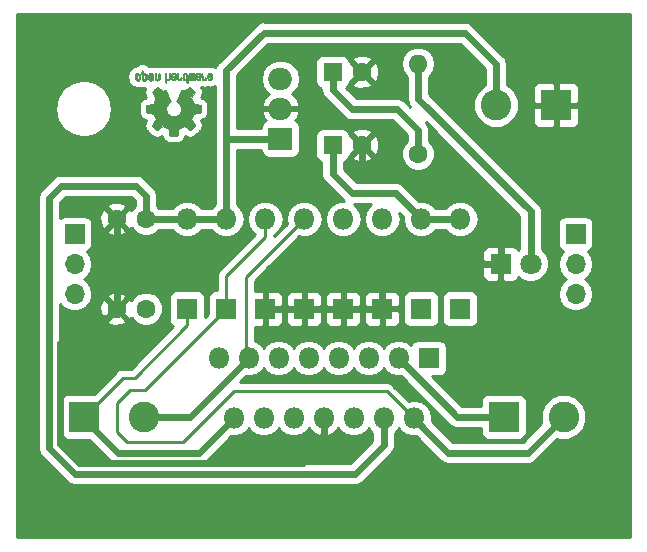
<source format=gbr>
G04 #@! TF.GenerationSoftware,KiCad,Pcbnew,(5.0.2)-1*
G04 #@! TF.CreationDate,2020-05-10T23:04:12+05:30*
G04 #@! TF.ProjectId,L298 Module,4c323938-204d-46f6-9475-6c652e6b6963,V1.0*
G04 #@! TF.SameCoordinates,Original*
G04 #@! TF.FileFunction,Copper,L2,Bot*
G04 #@! TF.FilePolarity,Positive*
%FSLAX46Y46*%
G04 Gerber Fmt 4.6, Leading zero omitted, Abs format (unit mm)*
G04 Created by KiCad (PCBNEW (5.0.2)-1) date 05/10/20 23:04:12*
%MOMM*%
%LPD*%
G01*
G04 APERTURE LIST*
G04 #@! TA.AperFunction,EtchedComponent*
%ADD10C,0.010000*%
G04 #@! TD*
G04 #@! TA.AperFunction,ComponentPad*
%ADD11O,2.000000X1.905000*%
G04 #@! TD*
G04 #@! TA.AperFunction,ComponentPad*
%ADD12R,2.000000X1.905000*%
G04 #@! TD*
G04 #@! TA.AperFunction,ComponentPad*
%ADD13R,1.600000X1.600000*%
G04 #@! TD*
G04 #@! TA.AperFunction,ComponentPad*
%ADD14C,1.600000*%
G04 #@! TD*
G04 #@! TA.AperFunction,ComponentPad*
%ADD15R,1.800000X1.800000*%
G04 #@! TD*
G04 #@! TA.AperFunction,ComponentPad*
%ADD16C,1.800000*%
G04 #@! TD*
G04 #@! TA.AperFunction,ComponentPad*
%ADD17O,1.800000X1.800000*%
G04 #@! TD*
G04 #@! TA.AperFunction,ComponentPad*
%ADD18R,2.600000X2.600000*%
G04 #@! TD*
G04 #@! TA.AperFunction,ComponentPad*
%ADD19C,2.600000*%
G04 #@! TD*
G04 #@! TA.AperFunction,ComponentPad*
%ADD20R,1.700000X1.700000*%
G04 #@! TD*
G04 #@! TA.AperFunction,ComponentPad*
%ADD21O,1.700000X1.700000*%
G04 #@! TD*
G04 #@! TA.AperFunction,ComponentPad*
%ADD22O,1.600000X1.600000*%
G04 #@! TD*
G04 #@! TA.AperFunction,Conductor*
%ADD23C,0.600000*%
G04 #@! TD*
G04 #@! TA.AperFunction,Conductor*
%ADD24C,0.250000*%
G04 #@! TD*
G04 #@! TA.AperFunction,Conductor*
%ADD25C,0.254000*%
G04 #@! TD*
G04 APERTURE END LIST*
D10*
G04 #@! TO.C,*
G36*
X133453910Y-85942652D02*
X133532454Y-85942222D01*
X133589298Y-85941058D01*
X133628105Y-85938793D01*
X133652538Y-85935060D01*
X133666262Y-85929494D01*
X133672940Y-85921727D01*
X133676236Y-85911395D01*
X133676556Y-85910057D01*
X133681562Y-85885921D01*
X133690829Y-85838299D01*
X133703392Y-85772259D01*
X133718287Y-85692872D01*
X133734551Y-85605204D01*
X133735119Y-85602125D01*
X133751410Y-85516211D01*
X133766652Y-85440304D01*
X133779861Y-85378955D01*
X133790054Y-85336718D01*
X133796248Y-85318145D01*
X133796543Y-85317816D01*
X133814788Y-85308747D01*
X133852405Y-85293633D01*
X133901271Y-85275738D01*
X133901543Y-85275642D01*
X133963093Y-85252507D01*
X134035657Y-85223035D01*
X134104057Y-85193403D01*
X134107294Y-85191938D01*
X134218702Y-85141374D01*
X134465399Y-85309840D01*
X134541077Y-85361197D01*
X134609631Y-85407111D01*
X134667088Y-85444970D01*
X134709476Y-85472163D01*
X134732825Y-85486079D01*
X134735042Y-85487111D01*
X134752010Y-85482516D01*
X134783701Y-85460345D01*
X134831352Y-85419553D01*
X134896198Y-85359095D01*
X134962397Y-85294773D01*
X135026214Y-85231388D01*
X135083329Y-85173549D01*
X135130305Y-85124825D01*
X135163703Y-85088790D01*
X135180085Y-85069016D01*
X135180694Y-85067998D01*
X135182505Y-85054428D01*
X135175683Y-85032267D01*
X135158540Y-84998522D01*
X135129393Y-84950200D01*
X135086555Y-84884308D01*
X135029448Y-84799483D01*
X134978766Y-84724823D01*
X134933461Y-84657860D01*
X134896150Y-84602484D01*
X134869452Y-84562580D01*
X134855985Y-84542038D01*
X134855137Y-84540644D01*
X134856781Y-84520962D01*
X134869245Y-84482707D01*
X134890048Y-84433111D01*
X134897462Y-84417272D01*
X134929814Y-84346710D01*
X134964328Y-84266647D01*
X134992365Y-84197371D01*
X135012568Y-84145955D01*
X135028615Y-84106881D01*
X135037888Y-84086459D01*
X135039041Y-84084886D01*
X135056096Y-84082279D01*
X135096298Y-84075137D01*
X135154302Y-84064477D01*
X135224763Y-84051315D01*
X135302335Y-84036667D01*
X135381672Y-84021551D01*
X135457431Y-84006982D01*
X135524264Y-83993978D01*
X135576828Y-83983555D01*
X135609776Y-83976730D01*
X135617857Y-83974801D01*
X135626205Y-83970038D01*
X135632506Y-83959282D01*
X135637045Y-83938902D01*
X135640104Y-83905266D01*
X135641967Y-83854745D01*
X135642918Y-83783708D01*
X135643240Y-83688524D01*
X135643257Y-83649508D01*
X135643257Y-83332201D01*
X135567057Y-83317161D01*
X135524663Y-83309005D01*
X135461400Y-83297101D01*
X135384962Y-83282884D01*
X135303043Y-83267790D01*
X135280400Y-83263645D01*
X135204806Y-83248947D01*
X135138953Y-83234495D01*
X135088366Y-83221625D01*
X135058574Y-83211678D01*
X135053612Y-83208713D01*
X135041426Y-83187717D01*
X135023953Y-83147033D01*
X135004577Y-83094678D01*
X135000734Y-83083400D01*
X134975339Y-83013477D01*
X134943817Y-82934582D01*
X134912969Y-82863734D01*
X134912817Y-82863405D01*
X134861447Y-82752267D01*
X135030399Y-82503747D01*
X135199352Y-82255228D01*
X134982429Y-82037942D01*
X134916819Y-81973274D01*
X134856979Y-81916267D01*
X134806267Y-81869967D01*
X134768046Y-81837416D01*
X134745675Y-81821657D01*
X134742466Y-81820657D01*
X134723626Y-81828531D01*
X134685180Y-81850422D01*
X134631330Y-81883733D01*
X134566276Y-81925869D01*
X134495940Y-81973057D01*
X134424555Y-82021190D01*
X134360908Y-82063072D01*
X134309041Y-82096129D01*
X134272995Y-82117782D01*
X134256867Y-82125457D01*
X134237189Y-82118963D01*
X134199875Y-82101850D01*
X134152621Y-82077674D01*
X134147612Y-82074987D01*
X134083977Y-82043073D01*
X134040341Y-82027421D01*
X134013202Y-82027255D01*
X133999057Y-82041796D01*
X133998975Y-82042000D01*
X133991905Y-82059221D01*
X133975042Y-82100101D01*
X133949695Y-82161475D01*
X133917171Y-82240181D01*
X133878778Y-82333053D01*
X133835822Y-82436928D01*
X133794222Y-82537498D01*
X133748504Y-82648484D01*
X133706526Y-82751297D01*
X133669548Y-82842785D01*
X133638827Y-82919799D01*
X133615622Y-82979185D01*
X133601190Y-83017791D01*
X133596743Y-83032200D01*
X133607896Y-83048728D01*
X133637069Y-83075070D01*
X133675971Y-83104113D01*
X133786757Y-83195961D01*
X133873351Y-83301241D01*
X133934716Y-83417734D01*
X133969815Y-83543224D01*
X133977608Y-83675493D01*
X133971943Y-83736543D01*
X133941078Y-83863205D01*
X133887920Y-83975059D01*
X133815767Y-84070999D01*
X133727917Y-84149924D01*
X133627665Y-84210730D01*
X133518310Y-84252313D01*
X133403147Y-84273572D01*
X133285475Y-84273401D01*
X133168590Y-84250699D01*
X133055789Y-84204362D01*
X132950369Y-84133287D01*
X132906368Y-84093089D01*
X132821979Y-83989871D01*
X132763222Y-83877075D01*
X132729704Y-83757990D01*
X132721035Y-83635905D01*
X132736823Y-83514107D01*
X132776678Y-83395884D01*
X132840207Y-83284525D01*
X132927021Y-83183316D01*
X133024029Y-83104113D01*
X133064437Y-83073838D01*
X133092982Y-83047781D01*
X133103257Y-83032175D01*
X133097877Y-83015157D01*
X133082575Y-82974500D01*
X133058612Y-82913358D01*
X133027244Y-82834881D01*
X132989732Y-82742220D01*
X132947333Y-82638528D01*
X132905663Y-82537474D01*
X132859690Y-82426393D01*
X132817107Y-82323459D01*
X132779221Y-82231835D01*
X132747340Y-82154684D01*
X132722771Y-82095169D01*
X132706820Y-82056456D01*
X132700910Y-82042000D01*
X132686948Y-82027315D01*
X132659940Y-82027358D01*
X132616413Y-82042901D01*
X132552890Y-82074716D01*
X132552388Y-82074987D01*
X132504560Y-82099677D01*
X132465897Y-82117662D01*
X132444095Y-82125386D01*
X132443133Y-82125457D01*
X132426721Y-82117622D01*
X132390487Y-82095835D01*
X132338474Y-82062672D01*
X132274725Y-82020709D01*
X132204060Y-81973057D01*
X132132116Y-81924809D01*
X132067274Y-81882849D01*
X132013735Y-81849773D01*
X131975697Y-81828179D01*
X131957533Y-81820657D01*
X131940808Y-81830543D01*
X131907180Y-81858174D01*
X131860010Y-81900505D01*
X131802658Y-81954495D01*
X131738484Y-82017101D01*
X131717497Y-82038017D01*
X131500499Y-82255377D01*
X131665668Y-82497780D01*
X131715864Y-82572219D01*
X131759919Y-82639028D01*
X131795362Y-82694335D01*
X131819719Y-82734271D01*
X131830522Y-82754964D01*
X131830838Y-82756437D01*
X131825143Y-82775942D01*
X131809826Y-82815178D01*
X131787537Y-82867570D01*
X131771893Y-82902645D01*
X131742641Y-82969799D01*
X131715094Y-83037642D01*
X131693737Y-83094966D01*
X131687935Y-83112428D01*
X131671452Y-83159062D01*
X131655340Y-83195095D01*
X131646490Y-83208713D01*
X131626960Y-83217048D01*
X131584334Y-83228863D01*
X131524145Y-83242819D01*
X131451922Y-83257578D01*
X131419600Y-83263645D01*
X131337522Y-83278727D01*
X131258795Y-83293331D01*
X131191109Y-83306020D01*
X131142160Y-83315358D01*
X131132943Y-83317161D01*
X131056743Y-83332201D01*
X131056743Y-83649508D01*
X131056914Y-83753846D01*
X131057616Y-83832787D01*
X131059134Y-83889962D01*
X131061749Y-83929001D01*
X131065746Y-83953535D01*
X131071409Y-83967195D01*
X131079020Y-83973611D01*
X131082143Y-83974801D01*
X131100978Y-83979020D01*
X131142588Y-83987438D01*
X131201630Y-83999039D01*
X131272757Y-84012805D01*
X131350625Y-84027720D01*
X131429887Y-84042768D01*
X131505198Y-84056931D01*
X131571213Y-84069194D01*
X131622587Y-84078539D01*
X131653975Y-84083950D01*
X131660959Y-84084886D01*
X131667285Y-84097404D01*
X131681290Y-84130754D01*
X131700355Y-84178623D01*
X131707634Y-84197371D01*
X131736996Y-84269805D01*
X131771571Y-84349830D01*
X131802537Y-84417272D01*
X131825323Y-84468841D01*
X131840482Y-84511215D01*
X131845542Y-84537166D01*
X131844736Y-84540644D01*
X131834041Y-84557064D01*
X131809620Y-84593583D01*
X131774095Y-84646313D01*
X131730087Y-84711365D01*
X131680217Y-84784849D01*
X131670356Y-84799355D01*
X131612492Y-84885296D01*
X131569956Y-84950739D01*
X131541054Y-84998696D01*
X131524090Y-85032180D01*
X131517367Y-85054205D01*
X131519190Y-85067783D01*
X131519236Y-85067869D01*
X131533586Y-85085703D01*
X131565323Y-85120183D01*
X131611010Y-85167732D01*
X131667204Y-85224778D01*
X131730468Y-85287745D01*
X131737602Y-85294773D01*
X131817330Y-85371980D01*
X131878857Y-85428670D01*
X131923421Y-85465890D01*
X131952257Y-85484685D01*
X131964958Y-85487111D01*
X131983494Y-85476529D01*
X132021961Y-85452084D01*
X132076386Y-85416388D01*
X132142798Y-85372053D01*
X132217225Y-85321689D01*
X132234601Y-85309840D01*
X132481297Y-85141374D01*
X132592706Y-85191938D01*
X132660457Y-85221405D01*
X132733183Y-85251041D01*
X132795703Y-85274670D01*
X132798457Y-85275642D01*
X132847360Y-85293543D01*
X132885057Y-85308680D01*
X132903425Y-85317790D01*
X132903456Y-85317816D01*
X132909285Y-85334283D01*
X132919192Y-85374781D01*
X132932195Y-85434758D01*
X132947309Y-85509660D01*
X132963552Y-85594936D01*
X132964881Y-85602125D01*
X132981175Y-85689986D01*
X132996133Y-85769740D01*
X133008791Y-85836319D01*
X133018186Y-85884653D01*
X133023354Y-85909675D01*
X133023444Y-85910057D01*
X133026589Y-85920701D01*
X133032704Y-85928738D01*
X133045453Y-85934533D01*
X133068500Y-85938453D01*
X133105509Y-85940865D01*
X133160144Y-85942135D01*
X133236067Y-85942629D01*
X133336944Y-85942714D01*
X133350000Y-85942714D01*
X133453910Y-85942652D01*
X133453910Y-85942652D01*
G37*
X133453910Y-85942652D02*
X133532454Y-85942222D01*
X133589298Y-85941058D01*
X133628105Y-85938793D01*
X133652538Y-85935060D01*
X133666262Y-85929494D01*
X133672940Y-85921727D01*
X133676236Y-85911395D01*
X133676556Y-85910057D01*
X133681562Y-85885921D01*
X133690829Y-85838299D01*
X133703392Y-85772259D01*
X133718287Y-85692872D01*
X133734551Y-85605204D01*
X133735119Y-85602125D01*
X133751410Y-85516211D01*
X133766652Y-85440304D01*
X133779861Y-85378955D01*
X133790054Y-85336718D01*
X133796248Y-85318145D01*
X133796543Y-85317816D01*
X133814788Y-85308747D01*
X133852405Y-85293633D01*
X133901271Y-85275738D01*
X133901543Y-85275642D01*
X133963093Y-85252507D01*
X134035657Y-85223035D01*
X134104057Y-85193403D01*
X134107294Y-85191938D01*
X134218702Y-85141374D01*
X134465399Y-85309840D01*
X134541077Y-85361197D01*
X134609631Y-85407111D01*
X134667088Y-85444970D01*
X134709476Y-85472163D01*
X134732825Y-85486079D01*
X134735042Y-85487111D01*
X134752010Y-85482516D01*
X134783701Y-85460345D01*
X134831352Y-85419553D01*
X134896198Y-85359095D01*
X134962397Y-85294773D01*
X135026214Y-85231388D01*
X135083329Y-85173549D01*
X135130305Y-85124825D01*
X135163703Y-85088790D01*
X135180085Y-85069016D01*
X135180694Y-85067998D01*
X135182505Y-85054428D01*
X135175683Y-85032267D01*
X135158540Y-84998522D01*
X135129393Y-84950200D01*
X135086555Y-84884308D01*
X135029448Y-84799483D01*
X134978766Y-84724823D01*
X134933461Y-84657860D01*
X134896150Y-84602484D01*
X134869452Y-84562580D01*
X134855985Y-84542038D01*
X134855137Y-84540644D01*
X134856781Y-84520962D01*
X134869245Y-84482707D01*
X134890048Y-84433111D01*
X134897462Y-84417272D01*
X134929814Y-84346710D01*
X134964328Y-84266647D01*
X134992365Y-84197371D01*
X135012568Y-84145955D01*
X135028615Y-84106881D01*
X135037888Y-84086459D01*
X135039041Y-84084886D01*
X135056096Y-84082279D01*
X135096298Y-84075137D01*
X135154302Y-84064477D01*
X135224763Y-84051315D01*
X135302335Y-84036667D01*
X135381672Y-84021551D01*
X135457431Y-84006982D01*
X135524264Y-83993978D01*
X135576828Y-83983555D01*
X135609776Y-83976730D01*
X135617857Y-83974801D01*
X135626205Y-83970038D01*
X135632506Y-83959282D01*
X135637045Y-83938902D01*
X135640104Y-83905266D01*
X135641967Y-83854745D01*
X135642918Y-83783708D01*
X135643240Y-83688524D01*
X135643257Y-83649508D01*
X135643257Y-83332201D01*
X135567057Y-83317161D01*
X135524663Y-83309005D01*
X135461400Y-83297101D01*
X135384962Y-83282884D01*
X135303043Y-83267790D01*
X135280400Y-83263645D01*
X135204806Y-83248947D01*
X135138953Y-83234495D01*
X135088366Y-83221625D01*
X135058574Y-83211678D01*
X135053612Y-83208713D01*
X135041426Y-83187717D01*
X135023953Y-83147033D01*
X135004577Y-83094678D01*
X135000734Y-83083400D01*
X134975339Y-83013477D01*
X134943817Y-82934582D01*
X134912969Y-82863734D01*
X134912817Y-82863405D01*
X134861447Y-82752267D01*
X135030399Y-82503747D01*
X135199352Y-82255228D01*
X134982429Y-82037942D01*
X134916819Y-81973274D01*
X134856979Y-81916267D01*
X134806267Y-81869967D01*
X134768046Y-81837416D01*
X134745675Y-81821657D01*
X134742466Y-81820657D01*
X134723626Y-81828531D01*
X134685180Y-81850422D01*
X134631330Y-81883733D01*
X134566276Y-81925869D01*
X134495940Y-81973057D01*
X134424555Y-82021190D01*
X134360908Y-82063072D01*
X134309041Y-82096129D01*
X134272995Y-82117782D01*
X134256867Y-82125457D01*
X134237189Y-82118963D01*
X134199875Y-82101850D01*
X134152621Y-82077674D01*
X134147612Y-82074987D01*
X134083977Y-82043073D01*
X134040341Y-82027421D01*
X134013202Y-82027255D01*
X133999057Y-82041796D01*
X133998975Y-82042000D01*
X133991905Y-82059221D01*
X133975042Y-82100101D01*
X133949695Y-82161475D01*
X133917171Y-82240181D01*
X133878778Y-82333053D01*
X133835822Y-82436928D01*
X133794222Y-82537498D01*
X133748504Y-82648484D01*
X133706526Y-82751297D01*
X133669548Y-82842785D01*
X133638827Y-82919799D01*
X133615622Y-82979185D01*
X133601190Y-83017791D01*
X133596743Y-83032200D01*
X133607896Y-83048728D01*
X133637069Y-83075070D01*
X133675971Y-83104113D01*
X133786757Y-83195961D01*
X133873351Y-83301241D01*
X133934716Y-83417734D01*
X133969815Y-83543224D01*
X133977608Y-83675493D01*
X133971943Y-83736543D01*
X133941078Y-83863205D01*
X133887920Y-83975059D01*
X133815767Y-84070999D01*
X133727917Y-84149924D01*
X133627665Y-84210730D01*
X133518310Y-84252313D01*
X133403147Y-84273572D01*
X133285475Y-84273401D01*
X133168590Y-84250699D01*
X133055789Y-84204362D01*
X132950369Y-84133287D01*
X132906368Y-84093089D01*
X132821979Y-83989871D01*
X132763222Y-83877075D01*
X132729704Y-83757990D01*
X132721035Y-83635905D01*
X132736823Y-83514107D01*
X132776678Y-83395884D01*
X132840207Y-83284525D01*
X132927021Y-83183316D01*
X133024029Y-83104113D01*
X133064437Y-83073838D01*
X133092982Y-83047781D01*
X133103257Y-83032175D01*
X133097877Y-83015157D01*
X133082575Y-82974500D01*
X133058612Y-82913358D01*
X133027244Y-82834881D01*
X132989732Y-82742220D01*
X132947333Y-82638528D01*
X132905663Y-82537474D01*
X132859690Y-82426393D01*
X132817107Y-82323459D01*
X132779221Y-82231835D01*
X132747340Y-82154684D01*
X132722771Y-82095169D01*
X132706820Y-82056456D01*
X132700910Y-82042000D01*
X132686948Y-82027315D01*
X132659940Y-82027358D01*
X132616413Y-82042901D01*
X132552890Y-82074716D01*
X132552388Y-82074987D01*
X132504560Y-82099677D01*
X132465897Y-82117662D01*
X132444095Y-82125386D01*
X132443133Y-82125457D01*
X132426721Y-82117622D01*
X132390487Y-82095835D01*
X132338474Y-82062672D01*
X132274725Y-82020709D01*
X132204060Y-81973057D01*
X132132116Y-81924809D01*
X132067274Y-81882849D01*
X132013735Y-81849773D01*
X131975697Y-81828179D01*
X131957533Y-81820657D01*
X131940808Y-81830543D01*
X131907180Y-81858174D01*
X131860010Y-81900505D01*
X131802658Y-81954495D01*
X131738484Y-82017101D01*
X131717497Y-82038017D01*
X131500499Y-82255377D01*
X131665668Y-82497780D01*
X131715864Y-82572219D01*
X131759919Y-82639028D01*
X131795362Y-82694335D01*
X131819719Y-82734271D01*
X131830522Y-82754964D01*
X131830838Y-82756437D01*
X131825143Y-82775942D01*
X131809826Y-82815178D01*
X131787537Y-82867570D01*
X131771893Y-82902645D01*
X131742641Y-82969799D01*
X131715094Y-83037642D01*
X131693737Y-83094966D01*
X131687935Y-83112428D01*
X131671452Y-83159062D01*
X131655340Y-83195095D01*
X131646490Y-83208713D01*
X131626960Y-83217048D01*
X131584334Y-83228863D01*
X131524145Y-83242819D01*
X131451922Y-83257578D01*
X131419600Y-83263645D01*
X131337522Y-83278727D01*
X131258795Y-83293331D01*
X131191109Y-83306020D01*
X131142160Y-83315358D01*
X131132943Y-83317161D01*
X131056743Y-83332201D01*
X131056743Y-83649508D01*
X131056914Y-83753846D01*
X131057616Y-83832787D01*
X131059134Y-83889962D01*
X131061749Y-83929001D01*
X131065746Y-83953535D01*
X131071409Y-83967195D01*
X131079020Y-83973611D01*
X131082143Y-83974801D01*
X131100978Y-83979020D01*
X131142588Y-83987438D01*
X131201630Y-83999039D01*
X131272757Y-84012805D01*
X131350625Y-84027720D01*
X131429887Y-84042768D01*
X131505198Y-84056931D01*
X131571213Y-84069194D01*
X131622587Y-84078539D01*
X131653975Y-84083950D01*
X131660959Y-84084886D01*
X131667285Y-84097404D01*
X131681290Y-84130754D01*
X131700355Y-84178623D01*
X131707634Y-84197371D01*
X131736996Y-84269805D01*
X131771571Y-84349830D01*
X131802537Y-84417272D01*
X131825323Y-84468841D01*
X131840482Y-84511215D01*
X131845542Y-84537166D01*
X131844736Y-84540644D01*
X131834041Y-84557064D01*
X131809620Y-84593583D01*
X131774095Y-84646313D01*
X131730087Y-84711365D01*
X131680217Y-84784849D01*
X131670356Y-84799355D01*
X131612492Y-84885296D01*
X131569956Y-84950739D01*
X131541054Y-84998696D01*
X131524090Y-85032180D01*
X131517367Y-85054205D01*
X131519190Y-85067783D01*
X131519236Y-85067869D01*
X131533586Y-85085703D01*
X131565323Y-85120183D01*
X131611010Y-85167732D01*
X131667204Y-85224778D01*
X131730468Y-85287745D01*
X131737602Y-85294773D01*
X131817330Y-85371980D01*
X131878857Y-85428670D01*
X131923421Y-85465890D01*
X131952257Y-85484685D01*
X131964958Y-85487111D01*
X131983494Y-85476529D01*
X132021961Y-85452084D01*
X132076386Y-85416388D01*
X132142798Y-85372053D01*
X132217225Y-85321689D01*
X132234601Y-85309840D01*
X132481297Y-85141374D01*
X132592706Y-85191938D01*
X132660457Y-85221405D01*
X132733183Y-85251041D01*
X132795703Y-85274670D01*
X132798457Y-85275642D01*
X132847360Y-85293543D01*
X132885057Y-85308680D01*
X132903425Y-85317790D01*
X132903456Y-85317816D01*
X132909285Y-85334283D01*
X132919192Y-85374781D01*
X132932195Y-85434758D01*
X132947309Y-85509660D01*
X132963552Y-85594936D01*
X132964881Y-85602125D01*
X132981175Y-85689986D01*
X132996133Y-85769740D01*
X133008791Y-85836319D01*
X133018186Y-85884653D01*
X133023354Y-85909675D01*
X133023444Y-85910057D01*
X133026589Y-85920701D01*
X133032704Y-85928738D01*
X133045453Y-85934533D01*
X133068500Y-85938453D01*
X133105509Y-85940865D01*
X133160144Y-85942135D01*
X133236067Y-85942629D01*
X133336944Y-85942714D01*
X133350000Y-85942714D01*
X133453910Y-85942652D01*
G36*
X136503595Y-81218034D02*
X136561021Y-81180503D01*
X136588719Y-81146904D01*
X136610662Y-81085936D01*
X136612405Y-81037692D01*
X136608457Y-80973184D01*
X136459686Y-80908066D01*
X136387349Y-80874798D01*
X136340084Y-80848036D01*
X136315507Y-80824856D01*
X136311237Y-80802333D01*
X136324889Y-80777545D01*
X136339943Y-80761114D01*
X136383746Y-80734765D01*
X136431389Y-80732919D01*
X136475145Y-80753454D01*
X136507289Y-80794248D01*
X136513038Y-80808653D01*
X136540576Y-80853644D01*
X136572258Y-80872818D01*
X136615714Y-80889221D01*
X136615714Y-80827034D01*
X136611872Y-80784717D01*
X136596823Y-80749031D01*
X136565280Y-80708057D01*
X136560592Y-80702733D01*
X136525506Y-80666280D01*
X136495347Y-80646717D01*
X136457615Y-80637717D01*
X136426335Y-80634770D01*
X136370385Y-80634035D01*
X136330555Y-80643340D01*
X136305708Y-80657154D01*
X136266656Y-80687533D01*
X136239625Y-80720387D01*
X136222517Y-80761706D01*
X136213238Y-80817479D01*
X136209693Y-80893695D01*
X136209410Y-80932378D01*
X136210372Y-80978753D01*
X136298007Y-80978753D01*
X136299023Y-80953874D01*
X136301556Y-80949800D01*
X136318274Y-80955335D01*
X136354249Y-80969983D01*
X136402331Y-80990810D01*
X136412386Y-80995286D01*
X136473152Y-81026186D01*
X136506632Y-81053343D01*
X136513990Y-81078780D01*
X136496391Y-81104519D01*
X136481856Y-81115891D01*
X136429410Y-81138636D01*
X136380322Y-81134878D01*
X136339227Y-81107116D01*
X136310758Y-81057848D01*
X136301631Y-81018743D01*
X136298007Y-80978753D01*
X136210372Y-80978753D01*
X136211285Y-81022751D01*
X136218196Y-81089616D01*
X136231884Y-81138305D01*
X136254096Y-81174151D01*
X136286574Y-81202487D01*
X136300733Y-81211645D01*
X136365053Y-81235493D01*
X136435473Y-81236994D01*
X136503595Y-81218034D01*
X136503595Y-81218034D01*
G37*
X136503595Y-81218034D02*
X136561021Y-81180503D01*
X136588719Y-81146904D01*
X136610662Y-81085936D01*
X136612405Y-81037692D01*
X136608457Y-80973184D01*
X136459686Y-80908066D01*
X136387349Y-80874798D01*
X136340084Y-80848036D01*
X136315507Y-80824856D01*
X136311237Y-80802333D01*
X136324889Y-80777545D01*
X136339943Y-80761114D01*
X136383746Y-80734765D01*
X136431389Y-80732919D01*
X136475145Y-80753454D01*
X136507289Y-80794248D01*
X136513038Y-80808653D01*
X136540576Y-80853644D01*
X136572258Y-80872818D01*
X136615714Y-80889221D01*
X136615714Y-80827034D01*
X136611872Y-80784717D01*
X136596823Y-80749031D01*
X136565280Y-80708057D01*
X136560592Y-80702733D01*
X136525506Y-80666280D01*
X136495347Y-80646717D01*
X136457615Y-80637717D01*
X136426335Y-80634770D01*
X136370385Y-80634035D01*
X136330555Y-80643340D01*
X136305708Y-80657154D01*
X136266656Y-80687533D01*
X136239625Y-80720387D01*
X136222517Y-80761706D01*
X136213238Y-80817479D01*
X136209693Y-80893695D01*
X136209410Y-80932378D01*
X136210372Y-80978753D01*
X136298007Y-80978753D01*
X136299023Y-80953874D01*
X136301556Y-80949800D01*
X136318274Y-80955335D01*
X136354249Y-80969983D01*
X136402331Y-80990810D01*
X136412386Y-80995286D01*
X136473152Y-81026186D01*
X136506632Y-81053343D01*
X136513990Y-81078780D01*
X136496391Y-81104519D01*
X136481856Y-81115891D01*
X136429410Y-81138636D01*
X136380322Y-81134878D01*
X136339227Y-81107116D01*
X136310758Y-81057848D01*
X136301631Y-81018743D01*
X136298007Y-80978753D01*
X136210372Y-80978753D01*
X136211285Y-81022751D01*
X136218196Y-81089616D01*
X136231884Y-81138305D01*
X136254096Y-81174151D01*
X136286574Y-81202487D01*
X136300733Y-81211645D01*
X136365053Y-81235493D01*
X136435473Y-81236994D01*
X136503595Y-81218034D01*
G36*
X136002600Y-81226248D02*
X136019948Y-81218666D01*
X136061356Y-81185872D01*
X136096765Y-81138453D01*
X136118664Y-81087849D01*
X136122229Y-81062902D01*
X136110279Y-81028073D01*
X136084067Y-81009643D01*
X136055964Y-80998484D01*
X136043095Y-80996428D01*
X136036829Y-81011351D01*
X136024456Y-81043825D01*
X136019028Y-81058498D01*
X135988590Y-81109256D01*
X135944520Y-81134573D01*
X135888010Y-81133794D01*
X135883825Y-81132797D01*
X135853655Y-81118493D01*
X135831476Y-81090607D01*
X135816327Y-81045713D01*
X135807250Y-80980385D01*
X135803286Y-80891196D01*
X135802914Y-80843739D01*
X135802730Y-80768929D01*
X135801522Y-80717931D01*
X135798309Y-80685529D01*
X135792109Y-80666505D01*
X135781940Y-80655644D01*
X135766819Y-80647728D01*
X135765946Y-80647330D01*
X135736828Y-80635019D01*
X135722403Y-80630486D01*
X135720186Y-80644191D01*
X135718289Y-80682075D01*
X135716847Y-80739285D01*
X135715998Y-80810973D01*
X135715829Y-80863435D01*
X135716692Y-80964953D01*
X135720070Y-81041968D01*
X135727142Y-81098977D01*
X135739088Y-81140474D01*
X135757090Y-81170957D01*
X135782327Y-81194920D01*
X135807247Y-81211645D01*
X135867171Y-81233903D01*
X135936911Y-81238924D01*
X136002600Y-81226248D01*
X136002600Y-81226248D01*
G37*
X136002600Y-81226248D02*
X136019948Y-81218666D01*
X136061356Y-81185872D01*
X136096765Y-81138453D01*
X136118664Y-81087849D01*
X136122229Y-81062902D01*
X136110279Y-81028073D01*
X136084067Y-81009643D01*
X136055964Y-80998484D01*
X136043095Y-80996428D01*
X136036829Y-81011351D01*
X136024456Y-81043825D01*
X136019028Y-81058498D01*
X135988590Y-81109256D01*
X135944520Y-81134573D01*
X135888010Y-81133794D01*
X135883825Y-81132797D01*
X135853655Y-81118493D01*
X135831476Y-81090607D01*
X135816327Y-81045713D01*
X135807250Y-80980385D01*
X135803286Y-80891196D01*
X135802914Y-80843739D01*
X135802730Y-80768929D01*
X135801522Y-80717931D01*
X135798309Y-80685529D01*
X135792109Y-80666505D01*
X135781940Y-80655644D01*
X135766819Y-80647728D01*
X135765946Y-80647330D01*
X135736828Y-80635019D01*
X135722403Y-80630486D01*
X135720186Y-80644191D01*
X135718289Y-80682075D01*
X135716847Y-80739285D01*
X135715998Y-80810973D01*
X135715829Y-80863435D01*
X135716692Y-80964953D01*
X135720070Y-81041968D01*
X135727142Y-81098977D01*
X135739088Y-81140474D01*
X135757090Y-81170957D01*
X135782327Y-81194920D01*
X135807247Y-81211645D01*
X135867171Y-81233903D01*
X135936911Y-81238924D01*
X136002600Y-81226248D01*
G36*
X135494876Y-81228665D02*
X135536667Y-81209656D01*
X135569469Y-81186622D01*
X135593503Y-81160867D01*
X135610097Y-81127642D01*
X135620577Y-81082200D01*
X135626271Y-81019793D01*
X135628507Y-80935673D01*
X135628743Y-80880279D01*
X135628743Y-80664174D01*
X135591774Y-80647330D01*
X135562656Y-80635019D01*
X135548231Y-80630486D01*
X135545472Y-80643975D01*
X135543282Y-80680347D01*
X135541942Y-80733458D01*
X135541657Y-80775628D01*
X135540434Y-80836553D01*
X135537136Y-80884885D01*
X135532321Y-80914482D01*
X135528496Y-80920771D01*
X135502783Y-80914348D01*
X135462418Y-80897875D01*
X135415679Y-80875542D01*
X135370845Y-80851543D01*
X135336193Y-80830070D01*
X135320002Y-80815315D01*
X135319938Y-80815155D01*
X135321330Y-80787848D01*
X135333818Y-80761781D01*
X135355743Y-80740608D01*
X135387743Y-80733526D01*
X135415092Y-80734351D01*
X135453826Y-80734958D01*
X135474158Y-80725884D01*
X135486369Y-80701908D01*
X135487909Y-80697387D01*
X135493203Y-80663194D01*
X135479047Y-80642432D01*
X135442148Y-80632538D01*
X135402289Y-80630708D01*
X135330562Y-80644273D01*
X135293432Y-80663645D01*
X135247576Y-80709155D01*
X135223256Y-80765017D01*
X135221073Y-80824043D01*
X135241629Y-80879047D01*
X135272549Y-80913514D01*
X135303420Y-80932811D01*
X135351942Y-80957241D01*
X135408485Y-80982015D01*
X135417910Y-80985801D01*
X135480019Y-81013209D01*
X135515822Y-81037366D01*
X135527337Y-81061381D01*
X135516580Y-81088365D01*
X135498114Y-81109457D01*
X135454469Y-81135428D01*
X135406446Y-81137376D01*
X135362406Y-81117363D01*
X135330709Y-81077449D01*
X135326549Y-81067152D01*
X135302327Y-81029276D01*
X135266965Y-81001158D01*
X135222343Y-80978083D01*
X135222343Y-81043515D01*
X135224969Y-81083494D01*
X135236230Y-81115003D01*
X135261199Y-81148622D01*
X135285169Y-81174516D01*
X135322441Y-81211183D01*
X135351401Y-81230879D01*
X135382505Y-81238780D01*
X135417713Y-81240086D01*
X135494876Y-81228665D01*
X135494876Y-81228665D01*
G37*
X135494876Y-81228665D02*
X135536667Y-81209656D01*
X135569469Y-81186622D01*
X135593503Y-81160867D01*
X135610097Y-81127642D01*
X135620577Y-81082200D01*
X135626271Y-81019793D01*
X135628507Y-80935673D01*
X135628743Y-80880279D01*
X135628743Y-80664174D01*
X135591774Y-80647330D01*
X135562656Y-80635019D01*
X135548231Y-80630486D01*
X135545472Y-80643975D01*
X135543282Y-80680347D01*
X135541942Y-80733458D01*
X135541657Y-80775628D01*
X135540434Y-80836553D01*
X135537136Y-80884885D01*
X135532321Y-80914482D01*
X135528496Y-80920771D01*
X135502783Y-80914348D01*
X135462418Y-80897875D01*
X135415679Y-80875542D01*
X135370845Y-80851543D01*
X135336193Y-80830070D01*
X135320002Y-80815315D01*
X135319938Y-80815155D01*
X135321330Y-80787848D01*
X135333818Y-80761781D01*
X135355743Y-80740608D01*
X135387743Y-80733526D01*
X135415092Y-80734351D01*
X135453826Y-80734958D01*
X135474158Y-80725884D01*
X135486369Y-80701908D01*
X135487909Y-80697387D01*
X135493203Y-80663194D01*
X135479047Y-80642432D01*
X135442148Y-80632538D01*
X135402289Y-80630708D01*
X135330562Y-80644273D01*
X135293432Y-80663645D01*
X135247576Y-80709155D01*
X135223256Y-80765017D01*
X135221073Y-80824043D01*
X135241629Y-80879047D01*
X135272549Y-80913514D01*
X135303420Y-80932811D01*
X135351942Y-80957241D01*
X135408485Y-80982015D01*
X135417910Y-80985801D01*
X135480019Y-81013209D01*
X135515822Y-81037366D01*
X135527337Y-81061381D01*
X135516580Y-81088365D01*
X135498114Y-81109457D01*
X135454469Y-81135428D01*
X135406446Y-81137376D01*
X135362406Y-81117363D01*
X135330709Y-81077449D01*
X135326549Y-81067152D01*
X135302327Y-81029276D01*
X135266965Y-81001158D01*
X135222343Y-80978083D01*
X135222343Y-81043515D01*
X135224969Y-81083494D01*
X135236230Y-81115003D01*
X135261199Y-81148622D01*
X135285169Y-81174516D01*
X135322441Y-81211183D01*
X135351401Y-81230879D01*
X135382505Y-81238780D01*
X135417713Y-81240086D01*
X135494876Y-81228665D01*
G36*
X135129833Y-81226337D02*
X135132048Y-81188150D01*
X135133784Y-81130114D01*
X135134899Y-81056820D01*
X135135257Y-80979945D01*
X135135257Y-80719804D01*
X135089326Y-80673873D01*
X135057675Y-80645571D01*
X135029890Y-80634107D01*
X134991915Y-80634832D01*
X134976840Y-80636679D01*
X134929726Y-80642052D01*
X134890756Y-80645131D01*
X134881257Y-80645415D01*
X134849233Y-80643555D01*
X134803432Y-80638886D01*
X134785674Y-80636679D01*
X134742057Y-80633265D01*
X134712745Y-80640680D01*
X134683680Y-80663573D01*
X134673188Y-80673873D01*
X134627257Y-80719804D01*
X134627257Y-81206398D01*
X134664226Y-81223242D01*
X134696059Y-81235718D01*
X134714683Y-81240086D01*
X134719458Y-81226282D01*
X134723921Y-81187714D01*
X134727775Y-81128644D01*
X134730722Y-81053337D01*
X134732143Y-80989714D01*
X134736114Y-80739343D01*
X134770759Y-80734444D01*
X134802268Y-80737869D01*
X134817708Y-80748959D01*
X134822023Y-80769692D01*
X134825708Y-80813855D01*
X134828469Y-80875854D01*
X134830012Y-80950091D01*
X134830235Y-80988294D01*
X134830457Y-81208217D01*
X134876166Y-81224151D01*
X134908518Y-81234985D01*
X134926115Y-81240038D01*
X134926623Y-81240086D01*
X134928388Y-81226352D01*
X134930329Y-81188270D01*
X134932282Y-81130518D01*
X134934084Y-81057773D01*
X134935343Y-80989714D01*
X134939314Y-80739343D01*
X135026400Y-80739343D01*
X135030396Y-80967760D01*
X135034392Y-81196178D01*
X135076847Y-81218132D01*
X135108192Y-81233207D01*
X135126744Y-81240049D01*
X135127279Y-81240086D01*
X135129833Y-81226337D01*
X135129833Y-81226337D01*
G37*
X135129833Y-81226337D02*
X135132048Y-81188150D01*
X135133784Y-81130114D01*
X135134899Y-81056820D01*
X135135257Y-80979945D01*
X135135257Y-80719804D01*
X135089326Y-80673873D01*
X135057675Y-80645571D01*
X135029890Y-80634107D01*
X134991915Y-80634832D01*
X134976840Y-80636679D01*
X134929726Y-80642052D01*
X134890756Y-80645131D01*
X134881257Y-80645415D01*
X134849233Y-80643555D01*
X134803432Y-80638886D01*
X134785674Y-80636679D01*
X134742057Y-80633265D01*
X134712745Y-80640680D01*
X134683680Y-80663573D01*
X134673188Y-80673873D01*
X134627257Y-80719804D01*
X134627257Y-81206398D01*
X134664226Y-81223242D01*
X134696059Y-81235718D01*
X134714683Y-81240086D01*
X134719458Y-81226282D01*
X134723921Y-81187714D01*
X134727775Y-81128644D01*
X134730722Y-81053337D01*
X134732143Y-80989714D01*
X134736114Y-80739343D01*
X134770759Y-80734444D01*
X134802268Y-80737869D01*
X134817708Y-80748959D01*
X134822023Y-80769692D01*
X134825708Y-80813855D01*
X134828469Y-80875854D01*
X134830012Y-80950091D01*
X134830235Y-80988294D01*
X134830457Y-81208217D01*
X134876166Y-81224151D01*
X134908518Y-81234985D01*
X134926115Y-81240038D01*
X134926623Y-81240086D01*
X134928388Y-81226352D01*
X134930329Y-81188270D01*
X134932282Y-81130518D01*
X134934084Y-81057773D01*
X134935343Y-80989714D01*
X134939314Y-80739343D01*
X135026400Y-80739343D01*
X135030396Y-80967760D01*
X135034392Y-81196178D01*
X135076847Y-81218132D01*
X135108192Y-81233207D01*
X135126744Y-81240049D01*
X135127279Y-81240086D01*
X135129833Y-81226337D01*
G36*
X134540117Y-81119642D02*
X134539933Y-81011163D01*
X134539219Y-80927713D01*
X134537675Y-80865296D01*
X134535001Y-80819915D01*
X134530894Y-80787571D01*
X134525055Y-80764267D01*
X134517182Y-80746005D01*
X134511221Y-80735582D01*
X134461855Y-80679055D01*
X134399264Y-80643623D01*
X134330013Y-80630910D01*
X134260668Y-80642537D01*
X134219375Y-80663432D01*
X134176025Y-80699578D01*
X134146481Y-80743724D01*
X134128655Y-80801538D01*
X134120463Y-80878687D01*
X134119302Y-80935286D01*
X134119458Y-80939353D01*
X134220857Y-80939353D01*
X134221476Y-80874450D01*
X134224314Y-80831486D01*
X134230840Y-80803378D01*
X134242523Y-80783047D01*
X134256483Y-80767712D01*
X134303365Y-80738110D01*
X134353701Y-80735581D01*
X134401276Y-80760295D01*
X134404979Y-80763644D01*
X134420783Y-80781065D01*
X134430693Y-80801791D01*
X134436058Y-80832638D01*
X134438228Y-80880423D01*
X134438571Y-80933252D01*
X134437827Y-80999619D01*
X134434748Y-81043894D01*
X134428061Y-81072991D01*
X134416496Y-81093827D01*
X134407013Y-81104893D01*
X134362960Y-81132802D01*
X134312224Y-81136157D01*
X134263796Y-81114841D01*
X134254450Y-81106927D01*
X134238540Y-81089353D01*
X134228610Y-81068413D01*
X134223278Y-81037218D01*
X134221163Y-80988878D01*
X134220857Y-80939353D01*
X134119458Y-80939353D01*
X134122810Y-81026432D01*
X134134726Y-81094914D01*
X134157135Y-81146400D01*
X134192124Y-81186557D01*
X134219375Y-81207139D01*
X134268907Y-81229375D01*
X134326316Y-81239696D01*
X134379682Y-81236933D01*
X134409543Y-81225788D01*
X134421261Y-81222617D01*
X134429037Y-81234443D01*
X134434465Y-81266134D01*
X134438571Y-81314407D01*
X134443067Y-81368171D01*
X134449313Y-81400518D01*
X134460676Y-81419015D01*
X134480528Y-81431230D01*
X134493000Y-81436638D01*
X134540171Y-81456399D01*
X134540117Y-81119642D01*
X134540117Y-81119642D01*
G37*
X134540117Y-81119642D02*
X134539933Y-81011163D01*
X134539219Y-80927713D01*
X134537675Y-80865296D01*
X134535001Y-80819915D01*
X134530894Y-80787571D01*
X134525055Y-80764267D01*
X134517182Y-80746005D01*
X134511221Y-80735582D01*
X134461855Y-80679055D01*
X134399264Y-80643623D01*
X134330013Y-80630910D01*
X134260668Y-80642537D01*
X134219375Y-80663432D01*
X134176025Y-80699578D01*
X134146481Y-80743724D01*
X134128655Y-80801538D01*
X134120463Y-80878687D01*
X134119302Y-80935286D01*
X134119458Y-80939353D01*
X134220857Y-80939353D01*
X134221476Y-80874450D01*
X134224314Y-80831486D01*
X134230840Y-80803378D01*
X134242523Y-80783047D01*
X134256483Y-80767712D01*
X134303365Y-80738110D01*
X134353701Y-80735581D01*
X134401276Y-80760295D01*
X134404979Y-80763644D01*
X134420783Y-80781065D01*
X134430693Y-80801791D01*
X134436058Y-80832638D01*
X134438228Y-80880423D01*
X134438571Y-80933252D01*
X134437827Y-80999619D01*
X134434748Y-81043894D01*
X134428061Y-81072991D01*
X134416496Y-81093827D01*
X134407013Y-81104893D01*
X134362960Y-81132802D01*
X134312224Y-81136157D01*
X134263796Y-81114841D01*
X134254450Y-81106927D01*
X134238540Y-81089353D01*
X134228610Y-81068413D01*
X134223278Y-81037218D01*
X134221163Y-80988878D01*
X134220857Y-80939353D01*
X134119458Y-80939353D01*
X134122810Y-81026432D01*
X134134726Y-81094914D01*
X134157135Y-81146400D01*
X134192124Y-81186557D01*
X134219375Y-81207139D01*
X134268907Y-81229375D01*
X134326316Y-81239696D01*
X134379682Y-81236933D01*
X134409543Y-81225788D01*
X134421261Y-81222617D01*
X134429037Y-81234443D01*
X134434465Y-81266134D01*
X134438571Y-81314407D01*
X134443067Y-81368171D01*
X134449313Y-81400518D01*
X134460676Y-81419015D01*
X134480528Y-81431230D01*
X134493000Y-81436638D01*
X134540171Y-81456399D01*
X134540117Y-81119642D01*
G36*
X133879926Y-81235245D02*
X133945858Y-81210916D01*
X133999273Y-81167883D01*
X134020164Y-81137591D01*
X134042939Y-81082006D01*
X134042466Y-81041814D01*
X134018562Y-81014783D01*
X134009717Y-81010187D01*
X133971530Y-80995856D01*
X133952028Y-80999528D01*
X133945422Y-81023593D01*
X133945086Y-81036886D01*
X133932992Y-81085790D01*
X133901471Y-81120001D01*
X133857659Y-81136524D01*
X133808695Y-81132366D01*
X133768894Y-81110773D01*
X133755450Y-81098456D01*
X133745921Y-81083513D01*
X133739485Y-81060925D01*
X133735317Y-81025672D01*
X133732597Y-80972734D01*
X133730502Y-80897093D01*
X133729960Y-80873143D01*
X133727981Y-80791210D01*
X133725731Y-80733545D01*
X133722357Y-80695392D01*
X133717006Y-80671996D01*
X133708824Y-80658602D01*
X133696959Y-80650455D01*
X133689362Y-80646856D01*
X133657102Y-80634548D01*
X133638111Y-80630486D01*
X133631836Y-80644052D01*
X133628006Y-80685066D01*
X133626600Y-80754001D01*
X133627598Y-80851331D01*
X133627908Y-80866343D01*
X133630101Y-80955141D01*
X133632693Y-81019981D01*
X133636382Y-81065933D01*
X133641864Y-81098065D01*
X133649835Y-81121447D01*
X133660993Y-81141148D01*
X133666830Y-81149590D01*
X133700296Y-81186943D01*
X133737727Y-81215997D01*
X133742309Y-81218533D01*
X133809426Y-81238557D01*
X133879926Y-81235245D01*
X133879926Y-81235245D01*
G37*
X133879926Y-81235245D02*
X133945858Y-81210916D01*
X133999273Y-81167883D01*
X134020164Y-81137591D01*
X134042939Y-81082006D01*
X134042466Y-81041814D01*
X134018562Y-81014783D01*
X134009717Y-81010187D01*
X133971530Y-80995856D01*
X133952028Y-80999528D01*
X133945422Y-81023593D01*
X133945086Y-81036886D01*
X133932992Y-81085790D01*
X133901471Y-81120001D01*
X133857659Y-81136524D01*
X133808695Y-81132366D01*
X133768894Y-81110773D01*
X133755450Y-81098456D01*
X133745921Y-81083513D01*
X133739485Y-81060925D01*
X133735317Y-81025672D01*
X133732597Y-80972734D01*
X133730502Y-80897093D01*
X133729960Y-80873143D01*
X133727981Y-80791210D01*
X133725731Y-80733545D01*
X133722357Y-80695392D01*
X133717006Y-80671996D01*
X133708824Y-80658602D01*
X133696959Y-80650455D01*
X133689362Y-80646856D01*
X133657102Y-80634548D01*
X133638111Y-80630486D01*
X133631836Y-80644052D01*
X133628006Y-80685066D01*
X133626600Y-80754001D01*
X133627598Y-80851331D01*
X133627908Y-80866343D01*
X133630101Y-80955141D01*
X133632693Y-81019981D01*
X133636382Y-81065933D01*
X133641864Y-81098065D01*
X133649835Y-81121447D01*
X133660993Y-81141148D01*
X133666830Y-81149590D01*
X133700296Y-81186943D01*
X133737727Y-81215997D01*
X133742309Y-81218533D01*
X133809426Y-81238557D01*
X133879926Y-81235245D01*
G36*
X133389744Y-81234032D02*
X133446616Y-81212913D01*
X133447267Y-81212507D01*
X133482440Y-81186620D01*
X133508407Y-81156367D01*
X133526670Y-81116942D01*
X133538732Y-81063538D01*
X133546096Y-80991349D01*
X133550264Y-80895568D01*
X133550629Y-80881922D01*
X133555876Y-80676158D01*
X133511716Y-80653322D01*
X133479763Y-80637890D01*
X133460470Y-80630577D01*
X133459578Y-80630486D01*
X133456239Y-80643978D01*
X133453587Y-80680374D01*
X133451956Y-80733548D01*
X133451600Y-80776607D01*
X133451592Y-80846359D01*
X133448403Y-80890163D01*
X133437288Y-80911056D01*
X133413501Y-80912075D01*
X133372296Y-80896259D01*
X133310086Y-80867185D01*
X133264341Y-80843037D01*
X133240813Y-80822087D01*
X133233896Y-80799253D01*
X133233886Y-80798123D01*
X133245299Y-80758788D01*
X133279092Y-80737538D01*
X133330809Y-80734461D01*
X133368061Y-80734994D01*
X133387703Y-80724265D01*
X133399952Y-80698495D01*
X133407002Y-80665663D01*
X133396842Y-80647034D01*
X133393017Y-80644368D01*
X133357001Y-80633660D01*
X133306566Y-80632144D01*
X133254626Y-80639241D01*
X133217822Y-80652212D01*
X133166938Y-80695415D01*
X133138014Y-80755554D01*
X133132286Y-80802538D01*
X133136657Y-80844918D01*
X133152475Y-80879512D01*
X133183797Y-80910237D01*
X133234678Y-80941010D01*
X133309176Y-80975748D01*
X133313714Y-80977712D01*
X133380821Y-81008713D01*
X133422232Y-81034138D01*
X133439981Y-81056986D01*
X133436107Y-81080255D01*
X133412643Y-81106944D01*
X133405627Y-81113086D01*
X133358630Y-81136900D01*
X133309933Y-81135897D01*
X133267522Y-81112549D01*
X133239384Y-81069325D01*
X133236769Y-81060840D01*
X133211308Y-81019692D01*
X133179001Y-80999872D01*
X133132286Y-80980230D01*
X133132286Y-81031050D01*
X133146496Y-81104918D01*
X133188675Y-81172673D01*
X133210624Y-81195339D01*
X133260517Y-81224431D01*
X133323967Y-81237600D01*
X133389744Y-81234032D01*
X133389744Y-81234032D01*
G37*
X133389744Y-81234032D02*
X133446616Y-81212913D01*
X133447267Y-81212507D01*
X133482440Y-81186620D01*
X133508407Y-81156367D01*
X133526670Y-81116942D01*
X133538732Y-81063538D01*
X133546096Y-80991349D01*
X133550264Y-80895568D01*
X133550629Y-80881922D01*
X133555876Y-80676158D01*
X133511716Y-80653322D01*
X133479763Y-80637890D01*
X133460470Y-80630577D01*
X133459578Y-80630486D01*
X133456239Y-80643978D01*
X133453587Y-80680374D01*
X133451956Y-80733548D01*
X133451600Y-80776607D01*
X133451592Y-80846359D01*
X133448403Y-80890163D01*
X133437288Y-80911056D01*
X133413501Y-80912075D01*
X133372296Y-80896259D01*
X133310086Y-80867185D01*
X133264341Y-80843037D01*
X133240813Y-80822087D01*
X133233896Y-80799253D01*
X133233886Y-80798123D01*
X133245299Y-80758788D01*
X133279092Y-80737538D01*
X133330809Y-80734461D01*
X133368061Y-80734994D01*
X133387703Y-80724265D01*
X133399952Y-80698495D01*
X133407002Y-80665663D01*
X133396842Y-80647034D01*
X133393017Y-80644368D01*
X133357001Y-80633660D01*
X133306566Y-80632144D01*
X133254626Y-80639241D01*
X133217822Y-80652212D01*
X133166938Y-80695415D01*
X133138014Y-80755554D01*
X133132286Y-80802538D01*
X133136657Y-80844918D01*
X133152475Y-80879512D01*
X133183797Y-80910237D01*
X133234678Y-80941010D01*
X133309176Y-80975748D01*
X133313714Y-80977712D01*
X133380821Y-81008713D01*
X133422232Y-81034138D01*
X133439981Y-81056986D01*
X133436107Y-81080255D01*
X133412643Y-81106944D01*
X133405627Y-81113086D01*
X133358630Y-81136900D01*
X133309933Y-81135897D01*
X133267522Y-81112549D01*
X133239384Y-81069325D01*
X133236769Y-81060840D01*
X133211308Y-81019692D01*
X133179001Y-80999872D01*
X133132286Y-80980230D01*
X133132286Y-81031050D01*
X133146496Y-81104918D01*
X133188675Y-81172673D01*
X133210624Y-81195339D01*
X133260517Y-81224431D01*
X133323967Y-81237600D01*
X133389744Y-81234032D01*
G36*
X132725886Y-81333711D02*
X132730139Y-81274387D01*
X132735025Y-81239428D01*
X132741795Y-81224180D01*
X132751702Y-81223985D01*
X132754914Y-81225805D01*
X132797644Y-81238985D01*
X132853227Y-81238215D01*
X132909737Y-81224667D01*
X132945082Y-81207139D01*
X132981321Y-81179139D01*
X133007813Y-81147451D01*
X133025999Y-81107187D01*
X133037322Y-81053457D01*
X133043222Y-80981374D01*
X133045143Y-80886049D01*
X133045177Y-80867763D01*
X133045200Y-80662354D01*
X132999491Y-80646420D01*
X132967027Y-80635580D01*
X132949215Y-80630532D01*
X132948691Y-80630486D01*
X132946937Y-80644172D01*
X132945444Y-80681924D01*
X132944326Y-80738776D01*
X132943697Y-80809766D01*
X132943600Y-80852927D01*
X132943398Y-80938027D01*
X132942358Y-80999019D01*
X132939831Y-81040823D01*
X132935164Y-81068358D01*
X132927707Y-81086544D01*
X132916811Y-81100302D01*
X132910007Y-81106927D01*
X132863272Y-81133625D01*
X132812272Y-81135625D01*
X132766001Y-81113045D01*
X132757444Y-81104893D01*
X132744893Y-81089564D01*
X132736188Y-81071382D01*
X132730631Y-81045091D01*
X132727526Y-81005438D01*
X132726176Y-80947168D01*
X132725886Y-80866827D01*
X132725886Y-80662354D01*
X132680177Y-80646420D01*
X132647713Y-80635580D01*
X132629901Y-80630532D01*
X132629377Y-80630486D01*
X132628037Y-80644377D01*
X132626828Y-80683561D01*
X132625801Y-80744300D01*
X132625002Y-80822859D01*
X132624481Y-80915502D01*
X132624286Y-81018491D01*
X132624286Y-81415658D01*
X132671457Y-81435556D01*
X132718629Y-81455453D01*
X132725886Y-81333711D01*
X132725886Y-81333711D01*
G37*
X132725886Y-81333711D02*
X132730139Y-81274387D01*
X132735025Y-81239428D01*
X132741795Y-81224180D01*
X132751702Y-81223985D01*
X132754914Y-81225805D01*
X132797644Y-81238985D01*
X132853227Y-81238215D01*
X132909737Y-81224667D01*
X132945082Y-81207139D01*
X132981321Y-81179139D01*
X133007813Y-81147451D01*
X133025999Y-81107187D01*
X133037322Y-81053457D01*
X133043222Y-80981374D01*
X133045143Y-80886049D01*
X133045177Y-80867763D01*
X133045200Y-80662354D01*
X132999491Y-80646420D01*
X132967027Y-80635580D01*
X132949215Y-80630532D01*
X132948691Y-80630486D01*
X132946937Y-80644172D01*
X132945444Y-80681924D01*
X132944326Y-80738776D01*
X132943697Y-80809766D01*
X132943600Y-80852927D01*
X132943398Y-80938027D01*
X132942358Y-80999019D01*
X132939831Y-81040823D01*
X132935164Y-81068358D01*
X132927707Y-81086544D01*
X132916811Y-81100302D01*
X132910007Y-81106927D01*
X132863272Y-81133625D01*
X132812272Y-81135625D01*
X132766001Y-81113045D01*
X132757444Y-81104893D01*
X132744893Y-81089564D01*
X132736188Y-81071382D01*
X132730631Y-81045091D01*
X132727526Y-81005438D01*
X132726176Y-80947168D01*
X132725886Y-80866827D01*
X132725886Y-80662354D01*
X132680177Y-80646420D01*
X132647713Y-80635580D01*
X132629901Y-80630532D01*
X132629377Y-80630486D01*
X132628037Y-80644377D01*
X132626828Y-80683561D01*
X132625801Y-80744300D01*
X132625002Y-80822859D01*
X132624481Y-80915502D01*
X132624286Y-81018491D01*
X132624286Y-81415658D01*
X132671457Y-81435556D01*
X132718629Y-81455453D01*
X132725886Y-81333711D01*
G36*
X131518303Y-81253761D02*
X131575527Y-81215265D01*
X131619749Y-81159665D01*
X131646167Y-81088914D01*
X131651510Y-81036838D01*
X131650903Y-81015107D01*
X131645822Y-80998469D01*
X131631855Y-80983563D01*
X131604589Y-80967027D01*
X131559612Y-80945502D01*
X131492511Y-80915626D01*
X131492171Y-80915476D01*
X131430407Y-80887187D01*
X131379759Y-80862067D01*
X131345404Y-80842821D01*
X131332518Y-80832152D01*
X131332514Y-80832066D01*
X131343872Y-80808834D01*
X131370431Y-80783226D01*
X131400923Y-80764779D01*
X131416370Y-80761114D01*
X131458515Y-80773788D01*
X131494808Y-80805529D01*
X131512517Y-80840428D01*
X131529552Y-80866155D01*
X131562922Y-80895454D01*
X131602149Y-80920765D01*
X131636756Y-80934529D01*
X131643993Y-80935286D01*
X131652139Y-80922840D01*
X131652630Y-80891028D01*
X131646643Y-80848134D01*
X131635357Y-80802442D01*
X131619950Y-80762239D01*
X131619171Y-80760678D01*
X131572804Y-80695938D01*
X131512711Y-80651903D01*
X131444465Y-80630289D01*
X131373638Y-80632815D01*
X131305804Y-80661196D01*
X131302788Y-80663192D01*
X131249427Y-80711552D01*
X131214340Y-80774648D01*
X131194922Y-80857613D01*
X131192316Y-80880922D01*
X131187701Y-80990945D01*
X131193233Y-81042252D01*
X131332514Y-81042252D01*
X131334324Y-81010247D01*
X131344222Y-81000907D01*
X131368898Y-81007895D01*
X131407795Y-81024413D01*
X131451275Y-81045119D01*
X131452356Y-81045667D01*
X131489209Y-81065051D01*
X131504000Y-81077987D01*
X131500353Y-81091549D01*
X131484995Y-81109368D01*
X131445923Y-81135155D01*
X131403846Y-81137050D01*
X131366103Y-81118283D01*
X131340034Y-81082085D01*
X131332514Y-81042252D01*
X131193233Y-81042252D01*
X131197194Y-81078973D01*
X131221550Y-81148788D01*
X131255456Y-81197698D01*
X131316653Y-81247122D01*
X131384063Y-81271641D01*
X131452880Y-81273203D01*
X131518303Y-81253761D01*
X131518303Y-81253761D01*
G37*
X131518303Y-81253761D02*
X131575527Y-81215265D01*
X131619749Y-81159665D01*
X131646167Y-81088914D01*
X131651510Y-81036838D01*
X131650903Y-81015107D01*
X131645822Y-80998469D01*
X131631855Y-80983563D01*
X131604589Y-80967027D01*
X131559612Y-80945502D01*
X131492511Y-80915626D01*
X131492171Y-80915476D01*
X131430407Y-80887187D01*
X131379759Y-80862067D01*
X131345404Y-80842821D01*
X131332518Y-80832152D01*
X131332514Y-80832066D01*
X131343872Y-80808834D01*
X131370431Y-80783226D01*
X131400923Y-80764779D01*
X131416370Y-80761114D01*
X131458515Y-80773788D01*
X131494808Y-80805529D01*
X131512517Y-80840428D01*
X131529552Y-80866155D01*
X131562922Y-80895454D01*
X131602149Y-80920765D01*
X131636756Y-80934529D01*
X131643993Y-80935286D01*
X131652139Y-80922840D01*
X131652630Y-80891028D01*
X131646643Y-80848134D01*
X131635357Y-80802442D01*
X131619950Y-80762239D01*
X131619171Y-80760678D01*
X131572804Y-80695938D01*
X131512711Y-80651903D01*
X131444465Y-80630289D01*
X131373638Y-80632815D01*
X131305804Y-80661196D01*
X131302788Y-80663192D01*
X131249427Y-80711552D01*
X131214340Y-80774648D01*
X131194922Y-80857613D01*
X131192316Y-80880922D01*
X131187701Y-80990945D01*
X131193233Y-81042252D01*
X131332514Y-81042252D01*
X131334324Y-81010247D01*
X131344222Y-81000907D01*
X131368898Y-81007895D01*
X131407795Y-81024413D01*
X131451275Y-81045119D01*
X131452356Y-81045667D01*
X131489209Y-81065051D01*
X131504000Y-81077987D01*
X131500353Y-81091549D01*
X131484995Y-81109368D01*
X131445923Y-81135155D01*
X131403846Y-81137050D01*
X131366103Y-81118283D01*
X131340034Y-81082085D01*
X131332514Y-81042252D01*
X131193233Y-81042252D01*
X131197194Y-81078973D01*
X131221550Y-81148788D01*
X131255456Y-81197698D01*
X131316653Y-81247122D01*
X131384063Y-81271641D01*
X131452880Y-81273203D01*
X131518303Y-81253761D01*
G36*
X130391115Y-81263038D02*
X130459145Y-81227267D01*
X130509351Y-81169699D01*
X130527185Y-81132688D01*
X130541063Y-81077118D01*
X130548167Y-81006904D01*
X130548840Y-80930273D01*
X130543427Y-80855448D01*
X130532270Y-80790658D01*
X130515714Y-80744127D01*
X130510626Y-80736113D01*
X130450355Y-80676293D01*
X130378769Y-80640465D01*
X130301092Y-80629980D01*
X130222548Y-80646190D01*
X130200689Y-80655908D01*
X130158122Y-80685857D01*
X130120763Y-80725567D01*
X130117232Y-80730603D01*
X130102881Y-80754876D01*
X130093394Y-80780822D01*
X130087790Y-80814978D01*
X130085086Y-80863881D01*
X130084299Y-80934065D01*
X130084286Y-80949800D01*
X130084322Y-80954808D01*
X130229429Y-80954808D01*
X130230273Y-80888570D01*
X130233596Y-80844614D01*
X130240583Y-80816221D01*
X130252416Y-80796675D01*
X130258457Y-80790143D01*
X130293186Y-80765320D01*
X130326903Y-80766452D01*
X130360995Y-80787984D01*
X130381329Y-80810971D01*
X130393371Y-80844522D01*
X130400134Y-80897431D01*
X130400598Y-80903601D01*
X130401752Y-80999487D01*
X130389688Y-81070701D01*
X130364570Y-81116806D01*
X130326560Y-81137365D01*
X130312992Y-81138486D01*
X130277364Y-81132848D01*
X130252994Y-81113314D01*
X130238093Y-81075958D01*
X130230875Y-81016850D01*
X130229429Y-80954808D01*
X130084322Y-80954808D01*
X130084826Y-81024587D01*
X130087096Y-81076841D01*
X130092068Y-81113051D01*
X130100713Y-81139701D01*
X130114005Y-81163278D01*
X130116943Y-81167662D01*
X130166313Y-81226751D01*
X130220109Y-81261053D01*
X130285602Y-81274669D01*
X130307842Y-81275335D01*
X130391115Y-81263038D01*
X130391115Y-81263038D01*
G37*
X130391115Y-81263038D02*
X130459145Y-81227267D01*
X130509351Y-81169699D01*
X130527185Y-81132688D01*
X130541063Y-81077118D01*
X130548167Y-81006904D01*
X130548840Y-80930273D01*
X130543427Y-80855448D01*
X130532270Y-80790658D01*
X130515714Y-80744127D01*
X130510626Y-80736113D01*
X130450355Y-80676293D01*
X130378769Y-80640465D01*
X130301092Y-80629980D01*
X130222548Y-80646190D01*
X130200689Y-80655908D01*
X130158122Y-80685857D01*
X130120763Y-80725567D01*
X130117232Y-80730603D01*
X130102881Y-80754876D01*
X130093394Y-80780822D01*
X130087790Y-80814978D01*
X130085086Y-80863881D01*
X130084299Y-80934065D01*
X130084286Y-80949800D01*
X130084322Y-80954808D01*
X130229429Y-80954808D01*
X130230273Y-80888570D01*
X130233596Y-80844614D01*
X130240583Y-80816221D01*
X130252416Y-80796675D01*
X130258457Y-80790143D01*
X130293186Y-80765320D01*
X130326903Y-80766452D01*
X130360995Y-80787984D01*
X130381329Y-80810971D01*
X130393371Y-80844522D01*
X130400134Y-80897431D01*
X130400598Y-80903601D01*
X130401752Y-80999487D01*
X130389688Y-81070701D01*
X130364570Y-81116806D01*
X130326560Y-81137365D01*
X130312992Y-81138486D01*
X130277364Y-81132848D01*
X130252994Y-81113314D01*
X130238093Y-81075958D01*
X130230875Y-81016850D01*
X130229429Y-80954808D01*
X130084322Y-80954808D01*
X130084826Y-81024587D01*
X130087096Y-81076841D01*
X130092068Y-81113051D01*
X130100713Y-81139701D01*
X130114005Y-81163278D01*
X130116943Y-81167662D01*
X130166313Y-81226751D01*
X130220109Y-81261053D01*
X130285602Y-81274669D01*
X130307842Y-81275335D01*
X130391115Y-81263038D01*
G36*
X132066093Y-81257220D02*
X132112672Y-81230277D01*
X132145057Y-81203534D01*
X132168742Y-81175516D01*
X132185059Y-81141252D01*
X132195339Y-81095773D01*
X132200914Y-81034108D01*
X132203116Y-80951289D01*
X132203371Y-80891754D01*
X132203371Y-80672609D01*
X132141686Y-80644956D01*
X132080000Y-80617303D01*
X132072743Y-80857330D01*
X132069744Y-80946972D01*
X132066598Y-81012038D01*
X132062701Y-81056974D01*
X132057447Y-81086230D01*
X132050231Y-81104252D01*
X132040450Y-81115489D01*
X132037312Y-81117921D01*
X131989761Y-81136917D01*
X131941697Y-81129400D01*
X131913086Y-81109457D01*
X131901447Y-81095325D01*
X131893391Y-81076780D01*
X131888271Y-81048666D01*
X131885441Y-81005827D01*
X131884256Y-80943105D01*
X131884057Y-80877739D01*
X131884018Y-80795732D01*
X131882614Y-80737684D01*
X131877914Y-80698535D01*
X131867987Y-80673220D01*
X131850903Y-80656677D01*
X131824732Y-80643844D01*
X131789775Y-80630509D01*
X131751596Y-80615993D01*
X131756141Y-80873611D01*
X131757971Y-80966481D01*
X131760112Y-81035111D01*
X131763181Y-81084289D01*
X131767794Y-81118802D01*
X131774568Y-81143438D01*
X131784119Y-81162984D01*
X131795634Y-81180230D01*
X131851190Y-81235320D01*
X131918980Y-81267178D01*
X131992713Y-81274809D01*
X132066093Y-81257220D01*
X132066093Y-81257220D01*
G37*
X132066093Y-81257220D02*
X132112672Y-81230277D01*
X132145057Y-81203534D01*
X132168742Y-81175516D01*
X132185059Y-81141252D01*
X132195339Y-81095773D01*
X132200914Y-81034108D01*
X132203116Y-80951289D01*
X132203371Y-80891754D01*
X132203371Y-80672609D01*
X132141686Y-80644956D01*
X132080000Y-80617303D01*
X132072743Y-80857330D01*
X132069744Y-80946972D01*
X132066598Y-81012038D01*
X132062701Y-81056974D01*
X132057447Y-81086230D01*
X132050231Y-81104252D01*
X132040450Y-81115489D01*
X132037312Y-81117921D01*
X131989761Y-81136917D01*
X131941697Y-81129400D01*
X131913086Y-81109457D01*
X131901447Y-81095325D01*
X131893391Y-81076780D01*
X131888271Y-81048666D01*
X131885441Y-81005827D01*
X131884256Y-80943105D01*
X131884057Y-80877739D01*
X131884018Y-80795732D01*
X131882614Y-80737684D01*
X131877914Y-80698535D01*
X131867987Y-80673220D01*
X131850903Y-80656677D01*
X131824732Y-80643844D01*
X131789775Y-80630509D01*
X131751596Y-80615993D01*
X131756141Y-80873611D01*
X131757971Y-80966481D01*
X131760112Y-81035111D01*
X131763181Y-81084289D01*
X131767794Y-81118802D01*
X131774568Y-81143438D01*
X131784119Y-81162984D01*
X131795634Y-81180230D01*
X131851190Y-81235320D01*
X131918980Y-81267178D01*
X131992713Y-81274809D01*
X132066093Y-81257220D01*
G36*
X130949744Y-81265082D02*
X131005201Y-81237432D01*
X131054148Y-81186520D01*
X131067629Y-81167662D01*
X131082314Y-81142985D01*
X131091842Y-81116184D01*
X131097293Y-81080413D01*
X131099747Y-81028831D01*
X131100286Y-80960733D01*
X131097852Y-80867412D01*
X131089394Y-80797343D01*
X131073174Y-80745069D01*
X131047454Y-80705131D01*
X131010497Y-80672071D01*
X131007782Y-80670114D01*
X130971360Y-80650092D01*
X130927502Y-80640185D01*
X130871724Y-80637743D01*
X130781048Y-80637743D01*
X130781010Y-80549717D01*
X130780166Y-80500692D01*
X130775024Y-80471935D01*
X130761587Y-80454689D01*
X130735858Y-80440192D01*
X130729679Y-80437231D01*
X130700764Y-80423352D01*
X130678376Y-80414586D01*
X130661729Y-80413829D01*
X130650036Y-80423977D01*
X130642510Y-80447927D01*
X130638366Y-80488574D01*
X130636815Y-80548814D01*
X130637071Y-80631545D01*
X130638349Y-80739661D01*
X130638748Y-80772000D01*
X130640185Y-80883476D01*
X130641472Y-80956397D01*
X130780971Y-80956397D01*
X130781755Y-80894501D01*
X130785240Y-80854003D01*
X130793124Y-80827292D01*
X130807105Y-80806756D01*
X130816597Y-80796740D01*
X130855404Y-80767433D01*
X130889763Y-80765048D01*
X130925216Y-80789250D01*
X130926114Y-80790143D01*
X130940539Y-80808847D01*
X130949313Y-80834268D01*
X130953739Y-80873416D01*
X130955118Y-80933303D01*
X130955143Y-80946570D01*
X130951812Y-81029099D01*
X130940969Y-81086309D01*
X130921340Y-81121234D01*
X130891650Y-81136906D01*
X130874491Y-81138486D01*
X130833766Y-81131074D01*
X130805832Y-81106670D01*
X130789017Y-81062020D01*
X130781650Y-80993870D01*
X130780971Y-80956397D01*
X130641472Y-80956397D01*
X130641708Y-80969755D01*
X130643677Y-81034667D01*
X130646450Y-81082042D01*
X130650388Y-81115710D01*
X130655849Y-81139502D01*
X130663192Y-81157247D01*
X130672777Y-81172776D01*
X130676887Y-81178619D01*
X130731405Y-81233815D01*
X130800336Y-81265110D01*
X130880072Y-81273835D01*
X130949744Y-81265082D01*
X130949744Y-81265082D01*
G37*
X130949744Y-81265082D02*
X131005201Y-81237432D01*
X131054148Y-81186520D01*
X131067629Y-81167662D01*
X131082314Y-81142985D01*
X131091842Y-81116184D01*
X131097293Y-81080413D01*
X131099747Y-81028831D01*
X131100286Y-80960733D01*
X131097852Y-80867412D01*
X131089394Y-80797343D01*
X131073174Y-80745069D01*
X131047454Y-80705131D01*
X131010497Y-80672071D01*
X131007782Y-80670114D01*
X130971360Y-80650092D01*
X130927502Y-80640185D01*
X130871724Y-80637743D01*
X130781048Y-80637743D01*
X130781010Y-80549717D01*
X130780166Y-80500692D01*
X130775024Y-80471935D01*
X130761587Y-80454689D01*
X130735858Y-80440192D01*
X130729679Y-80437231D01*
X130700764Y-80423352D01*
X130678376Y-80414586D01*
X130661729Y-80413829D01*
X130650036Y-80423977D01*
X130642510Y-80447927D01*
X130638366Y-80488574D01*
X130636815Y-80548814D01*
X130637071Y-80631545D01*
X130638349Y-80739661D01*
X130638748Y-80772000D01*
X130640185Y-80883476D01*
X130641472Y-80956397D01*
X130780971Y-80956397D01*
X130781755Y-80894501D01*
X130785240Y-80854003D01*
X130793124Y-80827292D01*
X130807105Y-80806756D01*
X130816597Y-80796740D01*
X130855404Y-80767433D01*
X130889763Y-80765048D01*
X130925216Y-80789250D01*
X130926114Y-80790143D01*
X130940539Y-80808847D01*
X130949313Y-80834268D01*
X130953739Y-80873416D01*
X130955118Y-80933303D01*
X130955143Y-80946570D01*
X130951812Y-81029099D01*
X130940969Y-81086309D01*
X130921340Y-81121234D01*
X130891650Y-81136906D01*
X130874491Y-81138486D01*
X130833766Y-81131074D01*
X130805832Y-81106670D01*
X130789017Y-81062020D01*
X130781650Y-80993870D01*
X130780971Y-80956397D01*
X130641472Y-80956397D01*
X130641708Y-80969755D01*
X130643677Y-81034667D01*
X130646450Y-81082042D01*
X130650388Y-81115710D01*
X130655849Y-81139502D01*
X130663192Y-81157247D01*
X130672777Y-81172776D01*
X130676887Y-81178619D01*
X130731405Y-81233815D01*
X130800336Y-81265110D01*
X130880072Y-81273835D01*
X130949744Y-81265082D01*
G04 #@! TD*
D11*
G04 #@! TO.P,U1,3*
G04 #@! TO.N,+5V*
X142400000Y-81104000D03*
G04 #@! TO.P,U1,2*
G04 #@! TO.N,GND*
X142400000Y-83644000D03*
D12*
G04 #@! TO.P,U1,1*
G04 #@! TO.N,+BATT*
X142400000Y-86184000D03*
G04 #@! TD*
D13*
G04 #@! TO.P,C1,1*
G04 #@! TO.N,+BATT*
X146812000Y-86741000D03*
D14*
G04 #@! TO.P,C1,2*
G04 #@! TO.N,GND*
X149312000Y-86741000D03*
G04 #@! TD*
G04 #@! TO.P,C2,2*
G04 #@! TO.N,GND*
X149312000Y-80518000D03*
D13*
G04 #@! TO.P,C2,1*
G04 #@! TO.N,+5V*
X146812000Y-80518000D03*
G04 #@! TD*
D14*
G04 #@! TO.P,C3,2*
G04 #@! TO.N,+5V*
X131024000Y-100584000D03*
G04 #@! TO.P,C3,1*
G04 #@! TO.N,GND*
X128524000Y-100584000D03*
G04 #@! TD*
G04 #@! TO.P,C4,1*
G04 #@! TO.N,GND*
X128524000Y-92964000D03*
G04 #@! TO.P,C4,2*
G04 #@! TO.N,+BATT*
X131024000Y-92964000D03*
G04 #@! TD*
D15*
G04 #@! TO.P,D1,1*
G04 #@! TO.N,GND*
X161036000Y-96774000D03*
D16*
G04 #@! TO.P,D1,2*
G04 #@! TO.N,Net-(D1-Pad2)*
X163576000Y-96774000D03*
G04 #@! TD*
D15*
G04 #@! TO.P,D2,1*
G04 #@! TO.N,Net-(D2-Pad1)*
X137795000Y-100584000D03*
D17*
G04 #@! TO.P,D2,2*
G04 #@! TO.N,+BATT*
X137795000Y-92964000D03*
G04 #@! TD*
G04 #@! TO.P,D3,2*
G04 #@! TO.N,Net-(D2-Pad1)*
X141097000Y-92964000D03*
D15*
G04 #@! TO.P,D3,1*
G04 #@! TO.N,GND*
X141097000Y-100584000D03*
G04 #@! TD*
D17*
G04 #@! TO.P,D4,2*
G04 #@! TO.N,+BATT*
X157607000Y-92964000D03*
D15*
G04 #@! TO.P,D4,1*
G04 #@! TO.N,Net-(D4-Pad1)*
X157607000Y-100584000D03*
G04 #@! TD*
G04 #@! TO.P,D5,1*
G04 #@! TO.N,GND*
X144399000Y-100584000D03*
D17*
G04 #@! TO.P,D5,2*
G04 #@! TO.N,Net-(D4-Pad1)*
X144399000Y-92964000D03*
G04 #@! TD*
D15*
G04 #@! TO.P,D6,1*
G04 #@! TO.N,Net-(D6-Pad1)*
X154305000Y-100584000D03*
D17*
G04 #@! TO.P,D6,2*
G04 #@! TO.N,+BATT*
X154305000Y-92964000D03*
G04 #@! TD*
G04 #@! TO.P,D7,2*
G04 #@! TO.N,Net-(D6-Pad1)*
X147701000Y-92964000D03*
D15*
G04 #@! TO.P,D7,1*
G04 #@! TO.N,GND*
X147701000Y-100584000D03*
G04 #@! TD*
D17*
G04 #@! TO.P,D8,2*
G04 #@! TO.N,+BATT*
X134493000Y-92964000D03*
D15*
G04 #@! TO.P,D8,1*
G04 #@! TO.N,Net-(D8-Pad1)*
X134493000Y-100584000D03*
G04 #@! TD*
G04 #@! TO.P,D9,1*
G04 #@! TO.N,GND*
X151003000Y-100584000D03*
D17*
G04 #@! TO.P,D9,2*
G04 #@! TO.N,Net-(D8-Pad1)*
X151003000Y-92964000D03*
G04 #@! TD*
D18*
G04 #@! TO.P,POWER,1*
G04 #@! TO.N,GND*
X165735000Y-83339000D03*
D19*
G04 #@! TO.P,POWER,2*
G04 #@! TO.N,+BATT*
X160655000Y-83339000D03*
G04 #@! TD*
D20*
G04 #@! TO.P,M1,1*
G04 #@! TO.N,Net-(J2-Pad1)*
X167386000Y-94249000D03*
D21*
G04 #@! TO.P,M1,2*
G04 #@! TO.N,Net-(J2-Pad2)*
X167386000Y-96789000D03*
G04 #@! TO.P,M1,3*
G04 #@! TO.N,Net-(J2-Pad3)*
X167386000Y-99329000D03*
G04 #@! TD*
G04 #@! TO.P,M2,3*
G04 #@! TO.N,Net-(J3-Pad3)*
X124968000Y-99329000D03*
G04 #@! TO.P,M2,2*
G04 #@! TO.N,Net-(J3-Pad2)*
X124968000Y-96789000D03*
D20*
G04 #@! TO.P,M2,1*
G04 #@! TO.N,Net-(J3-Pad1)*
X124968000Y-94249000D03*
G04 #@! TD*
D19*
G04 #@! TO.P,M1,2*
G04 #@! TO.N,Net-(D2-Pad1)*
X166370000Y-109728000D03*
D18*
G04 #@! TO.P,M1,1*
G04 #@! TO.N,Net-(D6-Pad1)*
X161290000Y-109728000D03*
G04 #@! TD*
G04 #@! TO.P,M2,1*
G04 #@! TO.N,Net-(D8-Pad1)*
X125730000Y-109728000D03*
D19*
G04 #@! TO.P,M2,2*
G04 #@! TO.N,Net-(D4-Pad1)*
X130810000Y-109728000D03*
G04 #@! TD*
D14*
G04 #@! TO.P,R1,1*
G04 #@! TO.N,+5V*
X154051000Y-87454000D03*
D22*
G04 #@! TO.P,R1,2*
G04 #@! TO.N,Net-(D1-Pad2)*
X154051000Y-79834000D03*
G04 #@! TD*
D15*
G04 #@! TO.P,L298,1*
G04 #@! TO.N,Net-(J6-Pad2)*
X154940000Y-104775000D03*
D17*
G04 #@! TO.P,L298,2*
G04 #@! TO.N,Net-(D2-Pad1)*
X153670000Y-109855000D03*
G04 #@! TO.P,L298,3*
G04 #@! TO.N,Net-(D6-Pad1)*
X152400000Y-104775000D03*
G04 #@! TO.P,L298,4*
G04 #@! TO.N,+BATT*
X151130000Y-109855000D03*
G04 #@! TO.P,L298,5*
G04 #@! TO.N,Net-(J2-Pad3)*
X149860000Y-104775000D03*
G04 #@! TO.P,L298,6*
G04 #@! TO.N,Net-(J2-Pad1)*
X148590000Y-109855000D03*
G04 #@! TO.P,L298,7*
G04 #@! TO.N,Net-(J2-Pad2)*
X147320000Y-104775000D03*
G04 #@! TO.P,L298,8*
G04 #@! TO.N,GND*
X146050000Y-109855000D03*
G04 #@! TO.P,L298,9*
G04 #@! TO.N,+5V*
X144780000Y-104775000D03*
G04 #@! TO.P,L298,10*
G04 #@! TO.N,Net-(J3-Pad3)*
X143510000Y-109855000D03*
G04 #@! TO.P,L298,11*
G04 #@! TO.N,Net-(J3-Pad1)*
X142240000Y-104775000D03*
G04 #@! TO.P,L298,12*
G04 #@! TO.N,Net-(J3-Pad2)*
X140970000Y-109855000D03*
G04 #@! TO.P,L298,13*
G04 #@! TO.N,Net-(D4-Pad1)*
X139700000Y-104775000D03*
G04 #@! TO.P,L298,14*
G04 #@! TO.N,Net-(D8-Pad1)*
X138430000Y-109855000D03*
G04 #@! TO.P,L298,15*
G04 #@! TO.N,Net-(J6-Pad1)*
X137160000Y-104775000D03*
G04 #@! TD*
D23*
G04 #@! TO.N,+BATT*
X137795000Y-86106000D02*
X137795000Y-92964000D01*
X137873000Y-86184000D02*
X137795000Y-86106000D01*
X142400000Y-86184000D02*
X137873000Y-86184000D01*
X137795000Y-92964000D02*
X134493000Y-92964000D01*
X134493000Y-92964000D02*
X131024000Y-92964000D01*
X157607000Y-92964000D02*
X154305000Y-92964000D01*
X146812000Y-89154000D02*
X146812000Y-86741000D01*
X148463000Y-90805000D02*
X146812000Y-89154000D01*
X154305000Y-92964000D02*
X152146000Y-90805000D01*
X152146000Y-90805000D02*
X148463000Y-90805000D01*
X151130000Y-112141000D02*
X151130000Y-109855000D01*
X148717000Y-114554000D02*
X151130000Y-112141000D01*
X124968000Y-114554000D02*
X148717000Y-114554000D01*
X131024000Y-91019000D02*
X130175000Y-90170000D01*
X131024000Y-92964000D02*
X131024000Y-91019000D01*
X122809000Y-91186000D02*
X122809000Y-112395000D01*
X130175000Y-90170000D02*
X123825000Y-90170000D01*
X123825000Y-90170000D02*
X122809000Y-91186000D01*
X122809000Y-112395000D02*
X124968000Y-114554000D01*
X137795000Y-80391000D02*
X137795000Y-86106000D01*
X140970000Y-77216000D02*
X137795000Y-80391000D01*
X157988000Y-77216000D02*
X140970000Y-77216000D01*
X160655000Y-83339000D02*
X160655000Y-79883000D01*
X160655000Y-79883000D02*
X157988000Y-77216000D01*
G04 #@! TO.N,GND*
X128524000Y-92964000D02*
X128524000Y-100330000D01*
X151003000Y-100584000D02*
X147701000Y-100584000D01*
X147701000Y-100584000D02*
X144399000Y-100584000D01*
X144399000Y-100584000D02*
X141097000Y-100584000D01*
X153313000Y-96774000D02*
X159536000Y-96774000D01*
X151003000Y-99084000D02*
X153313000Y-96774000D01*
X159536000Y-96774000D02*
X161036000Y-96774000D01*
X151003000Y-100584000D02*
X151003000Y-99084000D01*
X161036000Y-95274000D02*
X161036000Y-96774000D01*
X161036000Y-92710000D02*
X161036000Y-95274000D01*
X149312000Y-88225000D02*
X150241000Y-89154000D01*
X149312000Y-86741000D02*
X149312000Y-88225000D01*
X150241000Y-89154000D02*
X152527000Y-89154000D01*
X154178000Y-90805000D02*
X159131000Y-90805000D01*
X159131000Y-90805000D02*
X161036000Y-92710000D01*
X152527000Y-89154000D02*
X154178000Y-90805000D01*
X127724001Y-101383999D02*
X128524000Y-100584000D01*
X125819001Y-101383999D02*
X127724001Y-101383999D01*
X146050000Y-111887000D02*
X144272000Y-113665000D01*
X123698000Y-112014000D02*
X123698000Y-103505000D01*
X144272000Y-113665000D02*
X125349000Y-113665000D01*
X125349000Y-113665000D02*
X123698000Y-112014000D01*
X146050000Y-109855000D02*
X146050000Y-111887000D01*
X123698000Y-103505000D02*
X125819001Y-101383999D01*
G04 #@! TO.N,+5V*
X146812000Y-82042000D02*
X146812000Y-80518000D01*
X148463000Y-83693000D02*
X146812000Y-82042000D01*
X152273000Y-83693000D02*
X148463000Y-83693000D01*
X154051000Y-87454000D02*
X154051000Y-85471000D01*
X154051000Y-85471000D02*
X152273000Y-83693000D01*
G04 #@! TO.N,Net-(D1-Pad2)*
X163576000Y-92329000D02*
X163576000Y-96774000D01*
X154051000Y-79834000D02*
X154051000Y-82804000D01*
X154051000Y-82804000D02*
X163576000Y-92329000D01*
G04 #@! TO.N,Net-(D2-Pad1)*
X154569999Y-110754999D02*
X153670000Y-109855000D01*
X156591000Y-112776000D02*
X154569999Y-110754999D01*
X166370000Y-109728000D02*
X163322000Y-112776000D01*
X163322000Y-112776000D02*
X156591000Y-112776000D01*
D24*
X137795000Y-97790000D02*
X137795000Y-100584000D01*
X141097000Y-92964000D02*
X141097000Y-94488000D01*
X141097000Y-94488000D02*
X137795000Y-97790000D01*
X130937000Y-107442000D02*
X137795000Y-100584000D01*
X128524000Y-108585000D02*
X129667000Y-107442000D01*
X129413000Y-111887000D02*
X128524000Y-110998000D01*
X129667000Y-107442000D02*
X130937000Y-107442000D01*
X153670000Y-109855000D02*
X151384000Y-107569000D01*
X138430000Y-107569000D02*
X134112000Y-111887000D01*
X151384000Y-107569000D02*
X138430000Y-107569000D01*
X134112000Y-111887000D02*
X129413000Y-111887000D01*
X128524000Y-110998000D02*
X128524000Y-108585000D01*
D23*
G04 #@! TO.N,Net-(D4-Pad1)*
X138800001Y-105674999D02*
X139700000Y-104775000D01*
X130810000Y-109728000D02*
X134747000Y-109728000D01*
X134747000Y-109728000D02*
X138800001Y-105674999D01*
D24*
X139446000Y-97917000D02*
X144399000Y-92964000D01*
X139700000Y-104775000D02*
X139446000Y-104521000D01*
X139446000Y-104521000D02*
X139446000Y-97917000D01*
D23*
G04 #@! TO.N,Net-(D6-Pad1)*
X157353000Y-109728000D02*
X152400000Y-104775000D01*
X161290000Y-109728000D02*
X157353000Y-109728000D01*
G04 #@! TO.N,Net-(D8-Pad1)*
X137530001Y-110754999D02*
X138430000Y-109855000D01*
X135509000Y-112776000D02*
X137530001Y-110754999D01*
X128651000Y-112776000D02*
X135509000Y-112776000D01*
X125730000Y-109728000D02*
X125603000Y-109728000D01*
X125603000Y-109728000D02*
X128651000Y-112776000D01*
D24*
X134493000Y-101854000D02*
X134493000Y-100584000D01*
X134493000Y-101981000D02*
X134493000Y-101854000D01*
X130048000Y-106426000D02*
X134493000Y-101981000D01*
X125730000Y-109728000D02*
X129032000Y-106426000D01*
X129032000Y-106426000D02*
X130048000Y-106426000D01*
G04 #@! TD*
D25*
G04 #@! TO.N,GND*
G36*
X172010001Y-119940000D02*
X120090000Y-119940000D01*
X120090000Y-91186000D01*
X121855683Y-91186000D01*
X121874000Y-91278086D01*
X121874001Y-112302909D01*
X121855683Y-112395000D01*
X121928250Y-112759818D01*
X122082741Y-112991030D01*
X122134904Y-113069097D01*
X122212970Y-113121259D01*
X124241741Y-115150031D01*
X124293903Y-115228097D01*
X124371969Y-115280259D01*
X124603181Y-115434750D01*
X124967999Y-115507317D01*
X125060085Y-115489000D01*
X148624914Y-115489000D01*
X148717000Y-115507317D01*
X148809086Y-115489000D01*
X149081819Y-115434750D01*
X149391097Y-115228097D01*
X149443261Y-115150028D01*
X151726031Y-112867259D01*
X151804097Y-112815097D01*
X152010750Y-112505819D01*
X152065000Y-112233086D01*
X152065000Y-112233083D01*
X152083316Y-112141001D01*
X152065000Y-112048919D01*
X152065000Y-111076381D01*
X152236673Y-110961673D01*
X152400000Y-110717237D01*
X152563327Y-110961673D01*
X153071073Y-111300938D01*
X153518818Y-111390000D01*
X153821182Y-111390000D01*
X153872502Y-111379792D01*
X153973968Y-111481258D01*
X153973971Y-111481260D01*
X155864741Y-113372031D01*
X155916903Y-113450097D01*
X155994969Y-113502259D01*
X156226181Y-113656750D01*
X156590999Y-113729317D01*
X156683085Y-113711000D01*
X163229914Y-113711000D01*
X163322000Y-113729317D01*
X163414086Y-113711000D01*
X163686819Y-113656750D01*
X163996097Y-113450097D01*
X164048261Y-113372028D01*
X165824015Y-111596275D01*
X165985105Y-111663000D01*
X166754895Y-111663000D01*
X167466090Y-111368414D01*
X168010414Y-110824090D01*
X168305000Y-110112895D01*
X168305000Y-109343105D01*
X168010414Y-108631910D01*
X167466090Y-108087586D01*
X166754895Y-107793000D01*
X165985105Y-107793000D01*
X165273910Y-108087586D01*
X164729586Y-108631910D01*
X164435000Y-109343105D01*
X164435000Y-110112895D01*
X164501725Y-110273985D01*
X162934711Y-111841000D01*
X156978290Y-111841000D01*
X155296260Y-110158971D01*
X155296258Y-110158968D01*
X155194792Y-110057502D01*
X155235072Y-109855000D01*
X155115938Y-109256073D01*
X154776673Y-108748327D01*
X154268927Y-108409062D01*
X153821182Y-108320000D01*
X153518818Y-108320000D01*
X153261071Y-108371269D01*
X151974331Y-107084530D01*
X151931929Y-107021071D01*
X151680537Y-106853096D01*
X151458852Y-106809000D01*
X151458847Y-106809000D01*
X151384000Y-106794112D01*
X151309153Y-106809000D01*
X138988290Y-106809000D01*
X139497498Y-106299792D01*
X139548818Y-106310000D01*
X139851182Y-106310000D01*
X140298927Y-106220938D01*
X140806673Y-105881673D01*
X140970000Y-105637237D01*
X141133327Y-105881673D01*
X141641073Y-106220938D01*
X142088818Y-106310000D01*
X142391182Y-106310000D01*
X142838927Y-106220938D01*
X143346673Y-105881673D01*
X143510000Y-105637237D01*
X143673327Y-105881673D01*
X144181073Y-106220938D01*
X144628818Y-106310000D01*
X144931182Y-106310000D01*
X145378927Y-106220938D01*
X145886673Y-105881673D01*
X146050000Y-105637237D01*
X146213327Y-105881673D01*
X146721073Y-106220938D01*
X147168818Y-106310000D01*
X147471182Y-106310000D01*
X147918927Y-106220938D01*
X148426673Y-105881673D01*
X148590000Y-105637237D01*
X148753327Y-105881673D01*
X149261073Y-106220938D01*
X149708818Y-106310000D01*
X150011182Y-106310000D01*
X150458927Y-106220938D01*
X150966673Y-105881673D01*
X151130000Y-105637237D01*
X151293327Y-105881673D01*
X151801073Y-106220938D01*
X152248818Y-106310000D01*
X152551182Y-106310000D01*
X152602503Y-106299792D01*
X156626740Y-110324030D01*
X156678903Y-110402097D01*
X156988181Y-110608750D01*
X157202683Y-110651417D01*
X157353000Y-110681317D01*
X157445086Y-110663000D01*
X159342560Y-110663000D01*
X159342560Y-111028000D01*
X159391843Y-111275765D01*
X159532191Y-111485809D01*
X159742235Y-111626157D01*
X159990000Y-111675440D01*
X162590000Y-111675440D01*
X162837765Y-111626157D01*
X163047809Y-111485809D01*
X163188157Y-111275765D01*
X163237440Y-111028000D01*
X163237440Y-108428000D01*
X163188157Y-108180235D01*
X163047809Y-107970191D01*
X162837765Y-107829843D01*
X162590000Y-107780560D01*
X159990000Y-107780560D01*
X159742235Y-107829843D01*
X159532191Y-107970191D01*
X159391843Y-108180235D01*
X159342560Y-108428000D01*
X159342560Y-108793000D01*
X157740290Y-108793000D01*
X155269729Y-106322440D01*
X155840000Y-106322440D01*
X156087765Y-106273157D01*
X156297809Y-106132809D01*
X156438157Y-105922765D01*
X156487440Y-105675000D01*
X156487440Y-103875000D01*
X156438157Y-103627235D01*
X156297809Y-103417191D01*
X156087765Y-103276843D01*
X155840000Y-103227560D01*
X154040000Y-103227560D01*
X153792235Y-103276843D01*
X153582191Y-103417191D01*
X153442871Y-103625696D01*
X152998927Y-103329062D01*
X152551182Y-103240000D01*
X152248818Y-103240000D01*
X151801073Y-103329062D01*
X151293327Y-103668327D01*
X151130000Y-103912763D01*
X150966673Y-103668327D01*
X150458927Y-103329062D01*
X150011182Y-103240000D01*
X149708818Y-103240000D01*
X149261073Y-103329062D01*
X148753327Y-103668327D01*
X148590000Y-103912763D01*
X148426673Y-103668327D01*
X147918927Y-103329062D01*
X147471182Y-103240000D01*
X147168818Y-103240000D01*
X146721073Y-103329062D01*
X146213327Y-103668327D01*
X146050000Y-103912763D01*
X145886673Y-103668327D01*
X145378927Y-103329062D01*
X144931182Y-103240000D01*
X144628818Y-103240000D01*
X144181073Y-103329062D01*
X143673327Y-103668327D01*
X143510000Y-103912763D01*
X143346673Y-103668327D01*
X142838927Y-103329062D01*
X142391182Y-103240000D01*
X142088818Y-103240000D01*
X141641073Y-103329062D01*
X141133327Y-103668327D01*
X140970000Y-103912763D01*
X140806673Y-103668327D01*
X140298927Y-103329062D01*
X140206000Y-103310578D01*
X140206000Y-102119000D01*
X140811250Y-102119000D01*
X140970000Y-101960250D01*
X140970000Y-100711000D01*
X141224000Y-100711000D01*
X141224000Y-101960250D01*
X141382750Y-102119000D01*
X142123310Y-102119000D01*
X142356699Y-102022327D01*
X142535327Y-101843698D01*
X142632000Y-101610309D01*
X142632000Y-100869750D01*
X142864000Y-100869750D01*
X142864000Y-101610309D01*
X142960673Y-101843698D01*
X143139301Y-102022327D01*
X143372690Y-102119000D01*
X144113250Y-102119000D01*
X144272000Y-101960250D01*
X144272000Y-100711000D01*
X144526000Y-100711000D01*
X144526000Y-101960250D01*
X144684750Y-102119000D01*
X145425310Y-102119000D01*
X145658699Y-102022327D01*
X145837327Y-101843698D01*
X145934000Y-101610309D01*
X145934000Y-100869750D01*
X146166000Y-100869750D01*
X146166000Y-101610309D01*
X146262673Y-101843698D01*
X146441301Y-102022327D01*
X146674690Y-102119000D01*
X147415250Y-102119000D01*
X147574000Y-101960250D01*
X147574000Y-100711000D01*
X147828000Y-100711000D01*
X147828000Y-101960250D01*
X147986750Y-102119000D01*
X148727310Y-102119000D01*
X148960699Y-102022327D01*
X149139327Y-101843698D01*
X149236000Y-101610309D01*
X149236000Y-100869750D01*
X149468000Y-100869750D01*
X149468000Y-101610309D01*
X149564673Y-101843698D01*
X149743301Y-102022327D01*
X149976690Y-102119000D01*
X150717250Y-102119000D01*
X150876000Y-101960250D01*
X150876000Y-100711000D01*
X151130000Y-100711000D01*
X151130000Y-101960250D01*
X151288750Y-102119000D01*
X152029310Y-102119000D01*
X152262699Y-102022327D01*
X152441327Y-101843698D01*
X152538000Y-101610309D01*
X152538000Y-100869750D01*
X152379250Y-100711000D01*
X151130000Y-100711000D01*
X150876000Y-100711000D01*
X149626750Y-100711000D01*
X149468000Y-100869750D01*
X149236000Y-100869750D01*
X149077250Y-100711000D01*
X147828000Y-100711000D01*
X147574000Y-100711000D01*
X146324750Y-100711000D01*
X146166000Y-100869750D01*
X145934000Y-100869750D01*
X145775250Y-100711000D01*
X144526000Y-100711000D01*
X144272000Y-100711000D01*
X143022750Y-100711000D01*
X142864000Y-100869750D01*
X142632000Y-100869750D01*
X142473250Y-100711000D01*
X141224000Y-100711000D01*
X140970000Y-100711000D01*
X140950000Y-100711000D01*
X140950000Y-100457000D01*
X140970000Y-100457000D01*
X140970000Y-99207750D01*
X141224000Y-99207750D01*
X141224000Y-100457000D01*
X142473250Y-100457000D01*
X142632000Y-100298250D01*
X142632000Y-99557691D01*
X142864000Y-99557691D01*
X142864000Y-100298250D01*
X143022750Y-100457000D01*
X144272000Y-100457000D01*
X144272000Y-99207750D01*
X144526000Y-99207750D01*
X144526000Y-100457000D01*
X145775250Y-100457000D01*
X145934000Y-100298250D01*
X145934000Y-99557691D01*
X146166000Y-99557691D01*
X146166000Y-100298250D01*
X146324750Y-100457000D01*
X147574000Y-100457000D01*
X147574000Y-99207750D01*
X147828000Y-99207750D01*
X147828000Y-100457000D01*
X149077250Y-100457000D01*
X149236000Y-100298250D01*
X149236000Y-99557691D01*
X149468000Y-99557691D01*
X149468000Y-100298250D01*
X149626750Y-100457000D01*
X150876000Y-100457000D01*
X150876000Y-99207750D01*
X151130000Y-99207750D01*
X151130000Y-100457000D01*
X152379250Y-100457000D01*
X152538000Y-100298250D01*
X152538000Y-99684000D01*
X152757560Y-99684000D01*
X152757560Y-101484000D01*
X152806843Y-101731765D01*
X152947191Y-101941809D01*
X153157235Y-102082157D01*
X153405000Y-102131440D01*
X155205000Y-102131440D01*
X155452765Y-102082157D01*
X155662809Y-101941809D01*
X155803157Y-101731765D01*
X155852440Y-101484000D01*
X155852440Y-99684000D01*
X156059560Y-99684000D01*
X156059560Y-101484000D01*
X156108843Y-101731765D01*
X156249191Y-101941809D01*
X156459235Y-102082157D01*
X156707000Y-102131440D01*
X158507000Y-102131440D01*
X158754765Y-102082157D01*
X158964809Y-101941809D01*
X159105157Y-101731765D01*
X159154440Y-101484000D01*
X159154440Y-99684000D01*
X159105157Y-99436235D01*
X158964809Y-99226191D01*
X158754765Y-99085843D01*
X158507000Y-99036560D01*
X156707000Y-99036560D01*
X156459235Y-99085843D01*
X156249191Y-99226191D01*
X156108843Y-99436235D01*
X156059560Y-99684000D01*
X155852440Y-99684000D01*
X155803157Y-99436235D01*
X155662809Y-99226191D01*
X155452765Y-99085843D01*
X155205000Y-99036560D01*
X153405000Y-99036560D01*
X153157235Y-99085843D01*
X152947191Y-99226191D01*
X152806843Y-99436235D01*
X152757560Y-99684000D01*
X152538000Y-99684000D01*
X152538000Y-99557691D01*
X152441327Y-99324302D01*
X152262699Y-99145673D01*
X152029310Y-99049000D01*
X151288750Y-99049000D01*
X151130000Y-99207750D01*
X150876000Y-99207750D01*
X150717250Y-99049000D01*
X149976690Y-99049000D01*
X149743301Y-99145673D01*
X149564673Y-99324302D01*
X149468000Y-99557691D01*
X149236000Y-99557691D01*
X149139327Y-99324302D01*
X148960699Y-99145673D01*
X148727310Y-99049000D01*
X147986750Y-99049000D01*
X147828000Y-99207750D01*
X147574000Y-99207750D01*
X147415250Y-99049000D01*
X146674690Y-99049000D01*
X146441301Y-99145673D01*
X146262673Y-99324302D01*
X146166000Y-99557691D01*
X145934000Y-99557691D01*
X145837327Y-99324302D01*
X145658699Y-99145673D01*
X145425310Y-99049000D01*
X144684750Y-99049000D01*
X144526000Y-99207750D01*
X144272000Y-99207750D01*
X144113250Y-99049000D01*
X143372690Y-99049000D01*
X143139301Y-99145673D01*
X142960673Y-99324302D01*
X142864000Y-99557691D01*
X142632000Y-99557691D01*
X142535327Y-99324302D01*
X142356699Y-99145673D01*
X142123310Y-99049000D01*
X141382750Y-99049000D01*
X141224000Y-99207750D01*
X140970000Y-99207750D01*
X140811250Y-99049000D01*
X140206000Y-99049000D01*
X140206000Y-98231801D01*
X141378051Y-97059750D01*
X159501000Y-97059750D01*
X159501000Y-97800310D01*
X159597673Y-98033699D01*
X159776302Y-98212327D01*
X160009691Y-98309000D01*
X160750250Y-98309000D01*
X160909000Y-98150250D01*
X160909000Y-96901000D01*
X159659750Y-96901000D01*
X159501000Y-97059750D01*
X141378051Y-97059750D01*
X142690111Y-95747690D01*
X159501000Y-95747690D01*
X159501000Y-96488250D01*
X159659750Y-96647000D01*
X160909000Y-96647000D01*
X160909000Y-95397750D01*
X160750250Y-95239000D01*
X160009691Y-95239000D01*
X159776302Y-95335673D01*
X159597673Y-95514301D01*
X159501000Y-95747690D01*
X142690111Y-95747690D01*
X143990071Y-94447731D01*
X144247818Y-94499000D01*
X144550182Y-94499000D01*
X144997927Y-94409938D01*
X145505673Y-94070673D01*
X145844938Y-93562927D01*
X145964072Y-92964000D01*
X145844938Y-92365073D01*
X145505673Y-91857327D01*
X144997927Y-91518062D01*
X144550182Y-91429000D01*
X144247818Y-91429000D01*
X143800073Y-91518062D01*
X143292327Y-91857327D01*
X142953062Y-92365073D01*
X142833928Y-92964000D01*
X142915269Y-93372929D01*
X141859994Y-94428205D01*
X141857000Y-94413154D01*
X141857000Y-94302312D01*
X142203673Y-94070673D01*
X142542938Y-93562927D01*
X142662072Y-92964000D01*
X142542938Y-92365073D01*
X142203673Y-91857327D01*
X141695927Y-91518062D01*
X141248182Y-91429000D01*
X140945818Y-91429000D01*
X140498073Y-91518062D01*
X139990327Y-91857327D01*
X139651062Y-92365073D01*
X139531928Y-92964000D01*
X139651062Y-93562927D01*
X139990327Y-94070673D01*
X140259602Y-94250597D01*
X137310530Y-97199669D01*
X137247071Y-97242071D01*
X137079096Y-97493464D01*
X137035000Y-97715149D01*
X137035000Y-97715153D01*
X137020112Y-97790000D01*
X137035000Y-97864847D01*
X137035000Y-99036560D01*
X136895000Y-99036560D01*
X136647235Y-99085843D01*
X136437191Y-99226191D01*
X136296843Y-99436235D01*
X136247560Y-99684000D01*
X136247560Y-101056638D01*
X136040440Y-101263758D01*
X136040440Y-99684000D01*
X135991157Y-99436235D01*
X135850809Y-99226191D01*
X135640765Y-99085843D01*
X135393000Y-99036560D01*
X133593000Y-99036560D01*
X133345235Y-99085843D01*
X133135191Y-99226191D01*
X132994843Y-99436235D01*
X132945560Y-99684000D01*
X132945560Y-101484000D01*
X132994843Y-101731765D01*
X133135191Y-101941809D01*
X133328334Y-102070864D01*
X129733199Y-105666000D01*
X129106846Y-105666000D01*
X129031999Y-105651112D01*
X128957152Y-105666000D01*
X128957148Y-105666000D01*
X128735463Y-105710096D01*
X128484071Y-105878071D01*
X128441671Y-105941527D01*
X126602639Y-107780560D01*
X124430000Y-107780560D01*
X124182235Y-107829843D01*
X123972191Y-107970191D01*
X123831843Y-108180235D01*
X123782560Y-108428000D01*
X123782560Y-111028000D01*
X123831843Y-111275765D01*
X123972191Y-111485809D01*
X124182235Y-111626157D01*
X124430000Y-111675440D01*
X126228151Y-111675440D01*
X127924741Y-113372031D01*
X127976903Y-113450097D01*
X128054969Y-113502259D01*
X128229684Y-113619000D01*
X125355290Y-113619000D01*
X123744000Y-112007711D01*
X123744000Y-101591745D01*
X127695861Y-101591745D01*
X127769995Y-101837864D01*
X128307223Y-102030965D01*
X128877454Y-102003778D01*
X129278005Y-101837864D01*
X129352139Y-101591745D01*
X128524000Y-100763605D01*
X127695861Y-101591745D01*
X123744000Y-101591745D01*
X123744000Y-100170083D01*
X123897375Y-100399625D01*
X124388582Y-100727839D01*
X124821744Y-100814000D01*
X125114256Y-100814000D01*
X125547418Y-100727839D01*
X126038625Y-100399625D01*
X126060275Y-100367223D01*
X127077035Y-100367223D01*
X127104222Y-100937454D01*
X127270136Y-101338005D01*
X127516255Y-101412139D01*
X128344395Y-100584000D01*
X128703605Y-100584000D01*
X129531745Y-101412139D01*
X129777864Y-101338005D01*
X129780290Y-101331254D01*
X129807466Y-101396862D01*
X130211138Y-101800534D01*
X130738561Y-102019000D01*
X131309439Y-102019000D01*
X131836862Y-101800534D01*
X132240534Y-101396862D01*
X132459000Y-100869439D01*
X132459000Y-100298561D01*
X132240534Y-99771138D01*
X131836862Y-99367466D01*
X131309439Y-99149000D01*
X130738561Y-99149000D01*
X130211138Y-99367466D01*
X129807466Y-99771138D01*
X129780475Y-99836299D01*
X129777864Y-99829995D01*
X129531745Y-99755861D01*
X128703605Y-100584000D01*
X128344395Y-100584000D01*
X127516255Y-99755861D01*
X127270136Y-99829995D01*
X127077035Y-100367223D01*
X126060275Y-100367223D01*
X126366839Y-99908418D01*
X126432910Y-99576255D01*
X127695861Y-99576255D01*
X128524000Y-100404395D01*
X129352139Y-99576255D01*
X129278005Y-99330136D01*
X128740777Y-99137035D01*
X128170546Y-99164222D01*
X127769995Y-99330136D01*
X127695861Y-99576255D01*
X126432910Y-99576255D01*
X126482092Y-99329000D01*
X126366839Y-98749582D01*
X126038625Y-98258375D01*
X125740239Y-98059000D01*
X126038625Y-97859625D01*
X126366839Y-97368418D01*
X126482092Y-96789000D01*
X126366839Y-96209582D01*
X126038625Y-95718375D01*
X126020381Y-95706184D01*
X126065765Y-95697157D01*
X126275809Y-95556809D01*
X126416157Y-95346765D01*
X126465440Y-95099000D01*
X126465440Y-93971745D01*
X127695861Y-93971745D01*
X127769995Y-94217864D01*
X128307223Y-94410965D01*
X128877454Y-94383778D01*
X129278005Y-94217864D01*
X129352139Y-93971745D01*
X128524000Y-93143605D01*
X127695861Y-93971745D01*
X126465440Y-93971745D01*
X126465440Y-93399000D01*
X126416157Y-93151235D01*
X126275809Y-92941191D01*
X126065765Y-92800843D01*
X125818000Y-92751560D01*
X124118000Y-92751560D01*
X123870235Y-92800843D01*
X123744000Y-92885191D01*
X123744000Y-92747223D01*
X127077035Y-92747223D01*
X127104222Y-93317454D01*
X127270136Y-93718005D01*
X127516255Y-93792139D01*
X128344395Y-92964000D01*
X127516255Y-92135861D01*
X127270136Y-92209995D01*
X127077035Y-92747223D01*
X123744000Y-92747223D01*
X123744000Y-91956255D01*
X127695861Y-91956255D01*
X128524000Y-92784395D01*
X129352139Y-91956255D01*
X129278005Y-91710136D01*
X128740777Y-91517035D01*
X128170546Y-91544222D01*
X127769995Y-91710136D01*
X127695861Y-91956255D01*
X123744000Y-91956255D01*
X123744000Y-91573289D01*
X124212290Y-91105000D01*
X129787711Y-91105000D01*
X130089001Y-91406290D01*
X130089001Y-91869603D01*
X129807466Y-92151138D01*
X129780475Y-92216299D01*
X129777864Y-92209995D01*
X129531745Y-92135861D01*
X128703605Y-92964000D01*
X129531745Y-93792139D01*
X129777864Y-93718005D01*
X129780290Y-93711254D01*
X129807466Y-93776862D01*
X130211138Y-94180534D01*
X130738561Y-94399000D01*
X131309439Y-94399000D01*
X131836862Y-94180534D01*
X132118396Y-93899000D01*
X133271619Y-93899000D01*
X133386327Y-94070673D01*
X133894073Y-94409938D01*
X134341818Y-94499000D01*
X134644182Y-94499000D01*
X135091927Y-94409938D01*
X135599673Y-94070673D01*
X135714381Y-93899000D01*
X136573619Y-93899000D01*
X136688327Y-94070673D01*
X137196073Y-94409938D01*
X137643818Y-94499000D01*
X137946182Y-94499000D01*
X138393927Y-94409938D01*
X138901673Y-94070673D01*
X139240938Y-93562927D01*
X139360072Y-92964000D01*
X139240938Y-92365073D01*
X138901673Y-91857327D01*
X138730000Y-91742619D01*
X138730000Y-87119000D01*
X140752560Y-87119000D01*
X140752560Y-87136500D01*
X140801843Y-87384265D01*
X140942191Y-87594309D01*
X141152235Y-87734657D01*
X141400000Y-87783940D01*
X143400000Y-87783940D01*
X143647765Y-87734657D01*
X143857809Y-87594309D01*
X143998157Y-87384265D01*
X144047440Y-87136500D01*
X144047440Y-85941000D01*
X145364560Y-85941000D01*
X145364560Y-87541000D01*
X145413843Y-87788765D01*
X145554191Y-87998809D01*
X145764235Y-88139157D01*
X145877000Y-88161587D01*
X145877000Y-89061914D01*
X145858683Y-89154000D01*
X145877000Y-89246085D01*
X145931250Y-89518818D01*
X146137903Y-89828097D01*
X146215972Y-89880261D01*
X147736739Y-91401028D01*
X147755429Y-91429000D01*
X147549818Y-91429000D01*
X147102073Y-91518062D01*
X146594327Y-91857327D01*
X146255062Y-92365073D01*
X146135928Y-92964000D01*
X146255062Y-93562927D01*
X146594327Y-94070673D01*
X147102073Y-94409938D01*
X147549818Y-94499000D01*
X147852182Y-94499000D01*
X148299927Y-94409938D01*
X148807673Y-94070673D01*
X149146938Y-93562927D01*
X149266072Y-92964000D01*
X149146938Y-92365073D01*
X148807673Y-91857327D01*
X148632081Y-91740000D01*
X150071919Y-91740000D01*
X149896327Y-91857327D01*
X149557062Y-92365073D01*
X149437928Y-92964000D01*
X149557062Y-93562927D01*
X149896327Y-94070673D01*
X150404073Y-94409938D01*
X150851818Y-94499000D01*
X151154182Y-94499000D01*
X151601927Y-94409938D01*
X152109673Y-94070673D01*
X152448938Y-93562927D01*
X152568072Y-92964000D01*
X152465116Y-92446405D01*
X152780208Y-92761498D01*
X152739928Y-92964000D01*
X152859062Y-93562927D01*
X153198327Y-94070673D01*
X153706073Y-94409938D01*
X154153818Y-94499000D01*
X154456182Y-94499000D01*
X154903927Y-94409938D01*
X155411673Y-94070673D01*
X155526381Y-93899000D01*
X156385619Y-93899000D01*
X156500327Y-94070673D01*
X157008073Y-94409938D01*
X157455818Y-94499000D01*
X157758182Y-94499000D01*
X158205927Y-94409938D01*
X158713673Y-94070673D01*
X159052938Y-93562927D01*
X159172072Y-92964000D01*
X159052938Y-92365073D01*
X158713673Y-91857327D01*
X158205927Y-91518062D01*
X157758182Y-91429000D01*
X157455818Y-91429000D01*
X157008073Y-91518062D01*
X156500327Y-91857327D01*
X156385619Y-92029000D01*
X155526381Y-92029000D01*
X155411673Y-91857327D01*
X154903927Y-91518062D01*
X154456182Y-91429000D01*
X154153818Y-91429000D01*
X154102498Y-91439208D01*
X152872261Y-90208972D01*
X152820097Y-90130903D01*
X152510819Y-89924250D01*
X152238086Y-89870000D01*
X152146000Y-89851683D01*
X152053914Y-89870000D01*
X148850289Y-89870000D01*
X147747000Y-88766711D01*
X147747000Y-88161587D01*
X147859765Y-88139157D01*
X148069809Y-87998809D01*
X148210157Y-87788765D01*
X148218117Y-87748745D01*
X148483861Y-87748745D01*
X148557995Y-87994864D01*
X149095223Y-88187965D01*
X149665454Y-88160778D01*
X150066005Y-87994864D01*
X150140139Y-87748745D01*
X149312000Y-86920605D01*
X148483861Y-87748745D01*
X148218117Y-87748745D01*
X148256693Y-87554813D01*
X148304255Y-87569139D01*
X149132395Y-86741000D01*
X149491605Y-86741000D01*
X150319745Y-87569139D01*
X150565864Y-87495005D01*
X150758965Y-86957777D01*
X150731778Y-86387546D01*
X150565864Y-85986995D01*
X150319745Y-85912861D01*
X149491605Y-86741000D01*
X149132395Y-86741000D01*
X148304255Y-85912861D01*
X148256693Y-85927187D01*
X148218118Y-85733255D01*
X148483861Y-85733255D01*
X149312000Y-86561395D01*
X150140139Y-85733255D01*
X150066005Y-85487136D01*
X149528777Y-85294035D01*
X148958546Y-85321222D01*
X148557995Y-85487136D01*
X148483861Y-85733255D01*
X148218118Y-85733255D01*
X148210157Y-85693235D01*
X148069809Y-85483191D01*
X147859765Y-85342843D01*
X147612000Y-85293560D01*
X146012000Y-85293560D01*
X145764235Y-85342843D01*
X145554191Y-85483191D01*
X145413843Y-85693235D01*
X145364560Y-85941000D01*
X144047440Y-85941000D01*
X144047440Y-85231500D01*
X143998157Y-84983735D01*
X143857809Y-84773691D01*
X143652857Y-84636745D01*
X143775973Y-84510924D01*
X143990563Y-84016980D01*
X143870594Y-83771000D01*
X142527000Y-83771000D01*
X142527000Y-83791000D01*
X142273000Y-83791000D01*
X142273000Y-83771000D01*
X140929406Y-83771000D01*
X140809437Y-84016980D01*
X141024027Y-84510924D01*
X141147143Y-84636745D01*
X140942191Y-84773691D01*
X140801843Y-84983735D01*
X140752560Y-85231500D01*
X140752560Y-85249000D01*
X138730000Y-85249000D01*
X138730000Y-81104000D01*
X140733900Y-81104000D01*
X140857109Y-81723411D01*
X141207977Y-82248523D01*
X141409474Y-82383159D01*
X141024027Y-82777076D01*
X140809437Y-83271020D01*
X140929406Y-83517000D01*
X142273000Y-83517000D01*
X142273000Y-83497000D01*
X142527000Y-83497000D01*
X142527000Y-83517000D01*
X143870594Y-83517000D01*
X143990563Y-83271020D01*
X143775973Y-82777076D01*
X143390526Y-82383159D01*
X143592023Y-82248523D01*
X143942891Y-81723411D01*
X144066100Y-81104000D01*
X143942891Y-80484589D01*
X143592023Y-79959477D01*
X143230627Y-79718000D01*
X145364560Y-79718000D01*
X145364560Y-81318000D01*
X145413843Y-81565765D01*
X145554191Y-81775809D01*
X145764235Y-81916157D01*
X145877000Y-81938587D01*
X145877000Y-81949914D01*
X145858683Y-82042000D01*
X145921065Y-82355615D01*
X145931250Y-82406818D01*
X146137903Y-82716097D01*
X146215972Y-82768261D01*
X147736739Y-84289028D01*
X147788903Y-84367097D01*
X148098181Y-84573750D01*
X148357391Y-84625310D01*
X148463000Y-84646317D01*
X148555086Y-84628000D01*
X151885711Y-84628000D01*
X153116001Y-85858291D01*
X153116001Y-86359603D01*
X152834466Y-86641138D01*
X152616000Y-87168561D01*
X152616000Y-87739439D01*
X152834466Y-88266862D01*
X153238138Y-88670534D01*
X153765561Y-88889000D01*
X154336439Y-88889000D01*
X154863862Y-88670534D01*
X155267534Y-88266862D01*
X155486000Y-87739439D01*
X155486000Y-87168561D01*
X155267534Y-86641138D01*
X154986000Y-86359604D01*
X154986000Y-85563086D01*
X155004317Y-85471000D01*
X154981005Y-85353800D01*
X154931750Y-85106181D01*
X154732111Y-84807400D01*
X162641000Y-92716290D01*
X162641001Y-95538182D01*
X162530139Y-95649044D01*
X162474327Y-95514301D01*
X162295698Y-95335673D01*
X162062309Y-95239000D01*
X161321750Y-95239000D01*
X161163000Y-95397750D01*
X161163000Y-96647000D01*
X161183000Y-96647000D01*
X161183000Y-96901000D01*
X161163000Y-96901000D01*
X161163000Y-98150250D01*
X161321750Y-98309000D01*
X162062309Y-98309000D01*
X162295698Y-98212327D01*
X162474327Y-98033699D01*
X162530139Y-97898956D01*
X162706493Y-98075310D01*
X163270670Y-98309000D01*
X163881330Y-98309000D01*
X164445507Y-98075310D01*
X164877310Y-97643507D01*
X165111000Y-97079330D01*
X165111000Y-96789000D01*
X165871908Y-96789000D01*
X165987161Y-97368418D01*
X166315375Y-97859625D01*
X166613761Y-98059000D01*
X166315375Y-98258375D01*
X165987161Y-98749582D01*
X165871908Y-99329000D01*
X165987161Y-99908418D01*
X166315375Y-100399625D01*
X166806582Y-100727839D01*
X167239744Y-100814000D01*
X167532256Y-100814000D01*
X167965418Y-100727839D01*
X168456625Y-100399625D01*
X168784839Y-99908418D01*
X168900092Y-99329000D01*
X168784839Y-98749582D01*
X168456625Y-98258375D01*
X168158239Y-98059000D01*
X168456625Y-97859625D01*
X168784839Y-97368418D01*
X168900092Y-96789000D01*
X168784839Y-96209582D01*
X168456625Y-95718375D01*
X168438381Y-95706184D01*
X168483765Y-95697157D01*
X168693809Y-95556809D01*
X168834157Y-95346765D01*
X168883440Y-95099000D01*
X168883440Y-93399000D01*
X168834157Y-93151235D01*
X168693809Y-92941191D01*
X168483765Y-92800843D01*
X168236000Y-92751560D01*
X166536000Y-92751560D01*
X166288235Y-92800843D01*
X166078191Y-92941191D01*
X165937843Y-93151235D01*
X165888560Y-93399000D01*
X165888560Y-95099000D01*
X165937843Y-95346765D01*
X166078191Y-95556809D01*
X166288235Y-95697157D01*
X166333619Y-95706184D01*
X166315375Y-95718375D01*
X165987161Y-96209582D01*
X165871908Y-96789000D01*
X165111000Y-96789000D01*
X165111000Y-96468670D01*
X164877310Y-95904493D01*
X164511000Y-95538183D01*
X164511000Y-92421081D01*
X164529316Y-92328999D01*
X164511000Y-92236915D01*
X164511000Y-92236914D01*
X164456750Y-91964181D01*
X164250097Y-91654903D01*
X164172031Y-91602741D01*
X154986000Y-82416711D01*
X154986000Y-80935112D01*
X155085577Y-80868577D01*
X155402740Y-80393909D01*
X155514113Y-79834000D01*
X155402740Y-79274091D01*
X155085577Y-78799423D01*
X154610909Y-78482260D01*
X154192333Y-78399000D01*
X153909667Y-78399000D01*
X153491091Y-78482260D01*
X153016423Y-78799423D01*
X152699260Y-79274091D01*
X152587887Y-79834000D01*
X152699260Y-80393909D01*
X153016423Y-80868577D01*
X153116000Y-80935112D01*
X153116001Y-82711910D01*
X153097683Y-82804000D01*
X153170250Y-83168818D01*
X153324741Y-83400030D01*
X153369892Y-83467603D01*
X152999261Y-83096972D01*
X152947097Y-83018903D01*
X152637819Y-82812250D01*
X152365086Y-82758000D01*
X152273000Y-82739683D01*
X152180914Y-82758000D01*
X148850289Y-82758000D01*
X147948892Y-81856603D01*
X148069809Y-81775809D01*
X148210157Y-81565765D01*
X148218117Y-81525745D01*
X148483861Y-81525745D01*
X148557995Y-81771864D01*
X149095223Y-81964965D01*
X149665454Y-81937778D01*
X150066005Y-81771864D01*
X150140139Y-81525745D01*
X149312000Y-80697605D01*
X148483861Y-81525745D01*
X148218117Y-81525745D01*
X148256693Y-81331813D01*
X148304255Y-81346139D01*
X149132395Y-80518000D01*
X149491605Y-80518000D01*
X150319745Y-81346139D01*
X150565864Y-81272005D01*
X150758965Y-80734777D01*
X150731778Y-80164546D01*
X150565864Y-79763995D01*
X150319745Y-79689861D01*
X149491605Y-80518000D01*
X149132395Y-80518000D01*
X148304255Y-79689861D01*
X148256693Y-79704187D01*
X148218118Y-79510255D01*
X148483861Y-79510255D01*
X149312000Y-80338395D01*
X150140139Y-79510255D01*
X150066005Y-79264136D01*
X149528777Y-79071035D01*
X148958546Y-79098222D01*
X148557995Y-79264136D01*
X148483861Y-79510255D01*
X148218118Y-79510255D01*
X148210157Y-79470235D01*
X148069809Y-79260191D01*
X147859765Y-79119843D01*
X147612000Y-79070560D01*
X146012000Y-79070560D01*
X145764235Y-79119843D01*
X145554191Y-79260191D01*
X145413843Y-79470235D01*
X145364560Y-79718000D01*
X143230627Y-79718000D01*
X143066911Y-79608609D01*
X142603850Y-79516500D01*
X142196150Y-79516500D01*
X141733089Y-79608609D01*
X141207977Y-79959477D01*
X140857109Y-80484589D01*
X140733900Y-81104000D01*
X138730000Y-81104000D01*
X138730000Y-80778289D01*
X141357290Y-78151000D01*
X157600711Y-78151000D01*
X159720001Y-80270290D01*
X159720000Y-81631860D01*
X159558910Y-81698586D01*
X159014586Y-82242910D01*
X158720000Y-82954105D01*
X158720000Y-83723895D01*
X159014586Y-84435090D01*
X159558910Y-84979414D01*
X160270105Y-85274000D01*
X161039895Y-85274000D01*
X161751090Y-84979414D01*
X162295414Y-84435090D01*
X162590000Y-83723895D01*
X162590000Y-83624750D01*
X163800000Y-83624750D01*
X163800000Y-84765310D01*
X163896673Y-84998699D01*
X164075302Y-85177327D01*
X164308691Y-85274000D01*
X165449250Y-85274000D01*
X165608000Y-85115250D01*
X165608000Y-83466000D01*
X165862000Y-83466000D01*
X165862000Y-85115250D01*
X166020750Y-85274000D01*
X167161309Y-85274000D01*
X167394698Y-85177327D01*
X167573327Y-84998699D01*
X167670000Y-84765310D01*
X167670000Y-83624750D01*
X167511250Y-83466000D01*
X165862000Y-83466000D01*
X165608000Y-83466000D01*
X163958750Y-83466000D01*
X163800000Y-83624750D01*
X162590000Y-83624750D01*
X162590000Y-82954105D01*
X162295414Y-82242910D01*
X161965194Y-81912690D01*
X163800000Y-81912690D01*
X163800000Y-83053250D01*
X163958750Y-83212000D01*
X165608000Y-83212000D01*
X165608000Y-81562750D01*
X165862000Y-81562750D01*
X165862000Y-83212000D01*
X167511250Y-83212000D01*
X167670000Y-83053250D01*
X167670000Y-81912690D01*
X167573327Y-81679301D01*
X167394698Y-81500673D01*
X167161309Y-81404000D01*
X166020750Y-81404000D01*
X165862000Y-81562750D01*
X165608000Y-81562750D01*
X165449250Y-81404000D01*
X164308691Y-81404000D01*
X164075302Y-81500673D01*
X163896673Y-81679301D01*
X163800000Y-81912690D01*
X161965194Y-81912690D01*
X161751090Y-81698586D01*
X161590000Y-81631860D01*
X161590000Y-79975086D01*
X161608317Y-79883000D01*
X161535750Y-79518181D01*
X161481963Y-79437683D01*
X161329097Y-79208903D01*
X161251028Y-79156739D01*
X158714261Y-76619972D01*
X158662097Y-76541903D01*
X158352819Y-76335250D01*
X158080086Y-76281000D01*
X157988000Y-76262683D01*
X157895914Y-76281000D01*
X141062085Y-76281000D01*
X140969999Y-76262683D01*
X140605181Y-76335250D01*
X140295903Y-76541903D01*
X140243741Y-76619969D01*
X137198972Y-79664739D01*
X137120903Y-79716903D01*
X136925928Y-80008704D01*
X136914250Y-80026182D01*
X136890496Y-80145602D01*
X136873793Y-80129348D01*
X136843634Y-80109785D01*
X136799536Y-80092219D01*
X136781675Y-80079784D01*
X136760867Y-80075230D01*
X136756914Y-80072014D01*
X136731400Y-80064392D01*
X136643837Y-80024181D01*
X136606105Y-80015181D01*
X136560944Y-80013473D01*
X136517646Y-80000539D01*
X136486366Y-79997592D01*
X136460338Y-80000267D01*
X136434742Y-79994825D01*
X136378792Y-79994090D01*
X136302418Y-80008242D01*
X136276362Y-80009106D01*
X136257301Y-80007546D01*
X136249699Y-80009990D01*
X136224789Y-80010816D01*
X136184960Y-80020121D01*
X136148120Y-80036832D01*
X136133256Y-80039586D01*
X136120765Y-80047697D01*
X136099949Y-80058134D01*
X136048760Y-80074592D01*
X136046171Y-80072736D01*
X136040749Y-80071471D01*
X136032306Y-80065391D01*
X136031433Y-80064993D01*
X136022646Y-80062923D01*
X136015176Y-80057852D01*
X135986058Y-80045541D01*
X135955799Y-80039292D01*
X135928695Y-80024456D01*
X135914270Y-80019923D01*
X135868110Y-80014912D01*
X135824604Y-79998699D01*
X135768940Y-80000702D01*
X135741503Y-79995036D01*
X135721050Y-79998949D01*
X135666013Y-79992975D01*
X135630982Y-80003222D01*
X135606324Y-80003089D01*
X135567331Y-79995036D01*
X135546878Y-79998949D01*
X135491841Y-79992975D01*
X135482090Y-79995827D01*
X135471501Y-79993211D01*
X135431642Y-79991381D01*
X135379141Y-79999341D01*
X135358723Y-79997999D01*
X135345625Y-80002443D01*
X135283360Y-80001855D01*
X135211633Y-80015420D01*
X135188365Y-80024802D01*
X135169639Y-80021447D01*
X135163108Y-80018153D01*
X135143283Y-80016675D01*
X135029007Y-79994108D01*
X135023351Y-79995241D01*
X135017674Y-79994224D01*
X134979699Y-79994949D01*
X134947232Y-80002054D01*
X134914084Y-79999582D01*
X134901614Y-80001110D01*
X134880926Y-80003469D01*
X134875382Y-80002904D01*
X134864607Y-80001565D01*
X134849855Y-80002639D01*
X134835615Y-79998630D01*
X134791998Y-79995217D01*
X134688841Y-80007471D01*
X134585101Y-80012810D01*
X134555790Y-80020225D01*
X134547947Y-80023957D01*
X134540930Y-80024506D01*
X134514823Y-80014142D01*
X134445572Y-80001429D01*
X134334857Y-80003067D01*
X134224182Y-79999721D01*
X134154837Y-80011348D01*
X134064633Y-80045556D01*
X134046721Y-80050554D01*
X134028821Y-80052458D01*
X134017183Y-80058796D01*
X133971706Y-80071485D01*
X133970743Y-80071972D01*
X133963363Y-80068476D01*
X133938877Y-80062326D01*
X133917498Y-80048898D01*
X133885238Y-80036590D01*
X133840504Y-80028997D01*
X133829751Y-80024383D01*
X133827258Y-80024351D01*
X133790965Y-80008704D01*
X133771973Y-80004642D01*
X133717253Y-80003856D01*
X133664053Y-79991012D01*
X133639464Y-79994874D01*
X133639044Y-79994803D01*
X133637118Y-79995243D01*
X133593595Y-80002079D01*
X133550077Y-80001454D01*
X133525425Y-79993882D01*
X133524532Y-79993791D01*
X133482361Y-79997796D01*
X133441028Y-79990872D01*
X133403554Y-79999518D01*
X133399613Y-79999335D01*
X133376230Y-79993949D01*
X133325795Y-79992433D01*
X133295413Y-79997533D01*
X133290746Y-79997099D01*
X133282149Y-79999759D01*
X133273178Y-80001265D01*
X133219923Y-79998036D01*
X133167982Y-80005133D01*
X133132662Y-80017316D01*
X133123721Y-80014782D01*
X133075469Y-80010923D01*
X133030048Y-79995678D01*
X133017405Y-79996550D01*
X133005183Y-79992984D01*
X133004659Y-79992938D01*
X132942345Y-79999744D01*
X132921989Y-79997167D01*
X132917799Y-79998312D01*
X132874801Y-79994873D01*
X132829554Y-80009511D01*
X132780925Y-80012866D01*
X132780859Y-80012899D01*
X132746234Y-80010129D01*
X132690830Y-79993444D01*
X132688313Y-79993697D01*
X132685869Y-79992984D01*
X132685345Y-79992938D01*
X132623031Y-79999744D01*
X132602675Y-79997167D01*
X132598485Y-79998312D01*
X132555487Y-79994873D01*
X132500888Y-80012537D01*
X132442366Y-80018419D01*
X132439897Y-80019745D01*
X132437106Y-80020050D01*
X132380938Y-80050843D01*
X132341801Y-80033299D01*
X132220687Y-80005569D01*
X132099341Y-79977595D01*
X132098859Y-79977676D01*
X132098384Y-79977567D01*
X131976026Y-79998271D01*
X131919536Y-80007743D01*
X131859521Y-79997627D01*
X131740307Y-79976093D01*
X131736573Y-79976904D01*
X131732803Y-79976269D01*
X131614732Y-80003382D01*
X131571365Y-80012807D01*
X131529308Y-80008146D01*
X131421654Y-79990696D01*
X131350827Y-79993222D01*
X131239130Y-80019611D01*
X131222387Y-80023003D01*
X131214036Y-80015832D01*
X131212246Y-80012812D01*
X131198635Y-80002610D01*
X131175104Y-79982406D01*
X131140850Y-79946796D01*
X131126709Y-79940614D01*
X131077482Y-79898083D01*
X131076523Y-79897765D01*
X131075756Y-79897107D01*
X131050027Y-79882610D01*
X131029618Y-79875920D01*
X131012432Y-79863038D01*
X131006253Y-79860077D01*
X131006251Y-79860077D01*
X130977709Y-79846376D01*
X130958664Y-79841489D01*
X130949900Y-79835039D01*
X130943600Y-79833485D01*
X130934106Y-79827406D01*
X130911718Y-79818640D01*
X130808877Y-79800261D01*
X130707449Y-79775247D01*
X130690802Y-79774490D01*
X130676688Y-79776636D01*
X130665898Y-79774708D01*
X130612788Y-79786353D01*
X130604380Y-79787632D01*
X130593642Y-79786466D01*
X130573946Y-79792227D01*
X130459144Y-79806738D01*
X130452025Y-79810799D01*
X130443925Y-79812031D01*
X130385459Y-79847365D01*
X130353969Y-79856576D01*
X130310484Y-79891545D01*
X130242242Y-79930476D01*
X130230548Y-79940624D01*
X130199213Y-79981026D01*
X130171625Y-80003211D01*
X130093190Y-80019399D01*
X130065056Y-80031290D01*
X130060759Y-80031393D01*
X130024718Y-80047349D01*
X129962555Y-80061379D01*
X129940696Y-80071097D01*
X129897043Y-80101912D01*
X129895289Y-80102317D01*
X129892797Y-80104094D01*
X129863175Y-80116614D01*
X129859239Y-80120607D01*
X129832419Y-80132480D01*
X129789852Y-80162429D01*
X129745734Y-80208724D01*
X129736690Y-80215108D01*
X129736316Y-80215700D01*
X129691985Y-80247318D01*
X129654626Y-80287028D01*
X129633931Y-80320144D01*
X129631662Y-80321802D01*
X129627357Y-80328872D01*
X129596739Y-80358146D01*
X129593207Y-80363182D01*
X129583075Y-80386169D01*
X129566317Y-80404884D01*
X129551966Y-80429157D01*
X129534230Y-80479681D01*
X129522287Y-80498792D01*
X129521674Y-80502456D01*
X129501802Y-80535095D01*
X129492315Y-80561041D01*
X129483045Y-80620686D01*
X129461838Y-80677202D01*
X129456234Y-80711358D01*
X129457404Y-80746037D01*
X129448766Y-80779644D01*
X129446062Y-80828547D01*
X129448074Y-80842708D01*
X129445126Y-80856705D01*
X129444339Y-80926889D01*
X129444962Y-80930216D01*
X129444299Y-80933536D01*
X129444286Y-80949271D01*
X129444794Y-80951836D01*
X129444303Y-80954401D01*
X129444339Y-80959408D01*
X129444341Y-80959419D01*
X129444339Y-80959430D01*
X129444843Y-81029210D01*
X129447222Y-81040733D01*
X129445429Y-81052363D01*
X129447699Y-81104617D01*
X129454847Y-81133855D01*
X129453045Y-81163903D01*
X129458017Y-81200113D01*
X129476628Y-81253956D01*
X129483297Y-81310530D01*
X129491942Y-81337180D01*
X129523229Y-81393110D01*
X129543207Y-81454006D01*
X129556500Y-81477583D01*
X129572768Y-81496521D01*
X129582353Y-81519572D01*
X129585290Y-81523956D01*
X129609458Y-81548057D01*
X129625810Y-81578013D01*
X129675180Y-81637102D01*
X129751470Y-81698596D01*
X129822226Y-81766384D01*
X129876022Y-81800687D01*
X129983592Y-81842568D01*
X130089838Y-81887655D01*
X130155331Y-81901271D01*
X130211607Y-81901757D01*
X130266445Y-81914382D01*
X130288685Y-81915048D01*
X130344653Y-81905647D01*
X130401337Y-81908469D01*
X130484610Y-81896172D01*
X130585870Y-81860015D01*
X130586679Y-81859775D01*
X130634245Y-81870904D01*
X130730720Y-81901313D01*
X130810456Y-81910038D01*
X130885107Y-81903500D01*
X130959849Y-81908843D01*
X130963657Y-81908365D01*
X130942541Y-81960683D01*
X130909012Y-82010952D01*
X130896259Y-82075348D01*
X130871690Y-82136219D01*
X130872238Y-82196640D01*
X130860500Y-82255910D01*
X130873360Y-82320279D01*
X130873955Y-82385925D01*
X130897585Y-82441539D01*
X130909421Y-82500787D01*
X130945935Y-82555335D01*
X130971606Y-82615755D01*
X131020332Y-82687265D01*
X131019294Y-82687262D01*
X131010077Y-82689066D01*
X131009568Y-82689275D01*
X131009014Y-82689274D01*
X130932814Y-82704314D01*
X130874108Y-82728529D01*
X130811826Y-82740918D01*
X130759805Y-82775677D01*
X130701966Y-82799535D01*
X130656996Y-82844373D01*
X130604195Y-82879653D01*
X130569435Y-82931675D01*
X130525129Y-82975850D01*
X130500741Y-83034482D01*
X130465460Y-83087284D01*
X130453254Y-83148649D01*
X130429226Y-83206415D01*
X130429132Y-83269918D01*
X130416743Y-83332201D01*
X130416743Y-83649508D01*
X130416847Y-83650033D01*
X130416744Y-83650557D01*
X130416915Y-83754895D01*
X130417380Y-83757212D01*
X130416939Y-83759537D01*
X130417641Y-83838478D01*
X130418813Y-83844106D01*
X130417841Y-83849773D01*
X130419359Y-83906948D01*
X130422258Y-83919736D01*
X130420565Y-83932736D01*
X130423180Y-83971775D01*
X130431143Y-84001325D01*
X130430077Y-84031911D01*
X130434074Y-84056445D01*
X130460048Y-84125903D01*
X130474537Y-84198631D01*
X130480200Y-84212291D01*
X130494666Y-84233927D01*
X130494994Y-84235360D01*
X130495878Y-84236605D01*
X130503050Y-84261420D01*
X130517478Y-84279481D01*
X130521539Y-84290341D01*
X130537917Y-84307902D01*
X130541620Y-84317487D01*
X130571490Y-84348828D01*
X130618997Y-84419880D01*
X130632475Y-84428880D01*
X130639617Y-84438933D01*
X130650122Y-84445525D01*
X130658909Y-84456525D01*
X130666520Y-84462941D01*
X130695470Y-84478909D01*
X130713905Y-84498252D01*
X130780535Y-84527745D01*
X130826671Y-84558551D01*
X130831888Y-84559587D01*
X130851135Y-84571665D01*
X130854258Y-84572855D01*
X130870895Y-84575672D01*
X130885178Y-84583550D01*
X130913857Y-84586757D01*
X130942251Y-84599325D01*
X130961086Y-84603544D01*
X130967839Y-84603706D01*
X130974072Y-84606312D01*
X131015682Y-84614730D01*
X131017509Y-84614736D01*
X131019196Y-84615430D01*
X131025240Y-84616618D01*
X131021806Y-84620388D01*
X130992904Y-84668345D01*
X130984832Y-84690733D01*
X130970143Y-84709455D01*
X130953179Y-84742939D01*
X130938230Y-84796414D01*
X130911972Y-84845335D01*
X130905249Y-84867360D01*
X130904048Y-84879336D01*
X130898752Y-84890146D01*
X130894892Y-84951442D01*
X130885949Y-84983434D01*
X130886473Y-84987779D01*
X130882954Y-84998990D01*
X130887227Y-85047138D01*
X130880341Y-85115829D01*
X130882913Y-85124360D01*
X130882290Y-85130699D01*
X130883379Y-85134285D01*
X130883059Y-85139368D01*
X130884882Y-85152946D01*
X130900725Y-85199227D01*
X130905029Y-85247728D01*
X130931499Y-85298422D01*
X130932673Y-85305938D01*
X130938311Y-85315183D01*
X130954848Y-85369640D01*
X130954894Y-85369727D01*
X130962088Y-85378488D01*
X130965756Y-85389203D01*
X130998000Y-85425780D01*
X131020611Y-85469084D01*
X131034961Y-85486917D01*
X131051479Y-85500742D01*
X131062695Y-85519133D01*
X131094432Y-85553613D01*
X131100069Y-85557727D01*
X131103829Y-85563605D01*
X131149516Y-85611154D01*
X131152842Y-85613474D01*
X131155070Y-85616863D01*
X131211264Y-85673909D01*
X131213927Y-85675718D01*
X131215722Y-85678390D01*
X131278986Y-85741357D01*
X131280378Y-85742282D01*
X131281319Y-85743668D01*
X131288453Y-85750696D01*
X131290791Y-85752233D01*
X131292381Y-85754532D01*
X131372109Y-85831739D01*
X131378900Y-85836121D01*
X131383661Y-85842651D01*
X131445188Y-85899341D01*
X131458676Y-85907576D01*
X131468597Y-85919880D01*
X131513161Y-85957100D01*
X131546663Y-85975380D01*
X131573954Y-86002055D01*
X131602790Y-86020850D01*
X131705353Y-86061968D01*
X131732368Y-86076708D01*
X131742924Y-86077840D01*
X131796312Y-86104491D01*
X131813362Y-86105692D01*
X131832182Y-86113320D01*
X131844884Y-86115746D01*
X131945274Y-86114982D01*
X132045411Y-86122034D01*
X132069351Y-86114037D01*
X132094592Y-86113845D01*
X132187042Y-86074723D01*
X132282261Y-86042916D01*
X132300797Y-86032334D01*
X132312413Y-86022246D01*
X132326754Y-86016688D01*
X132365221Y-85992244D01*
X132368612Y-85989005D01*
X132372961Y-85987247D01*
X132384658Y-85979575D01*
X132389944Y-86006769D01*
X132391387Y-86010296D01*
X132391415Y-86014105D01*
X132396583Y-86039127D01*
X132400094Y-86047431D01*
X132400410Y-86056442D01*
X132400500Y-86056824D01*
X132406934Y-86070936D01*
X132407725Y-86083818D01*
X132409273Y-86086990D01*
X132409676Y-86091408D01*
X132412821Y-86102052D01*
X132430567Y-86135837D01*
X132433454Y-86153457D01*
X132469498Y-86211577D01*
X132493832Y-86269128D01*
X132500102Y-86275306D01*
X132504084Y-86284042D01*
X132506589Y-86286377D01*
X132517255Y-86308231D01*
X132523370Y-86316268D01*
X132527046Y-86319519D01*
X132528941Y-86323126D01*
X132549079Y-86339898D01*
X132565065Y-86365675D01*
X132640688Y-86420004D01*
X132710442Y-86481682D01*
X132741335Y-86492310D01*
X132767870Y-86511373D01*
X132780619Y-86517167D01*
X132861000Y-86536011D01*
X132938138Y-86565472D01*
X132961185Y-86569392D01*
X132994594Y-86568460D01*
X133026877Y-86577098D01*
X133063887Y-86579510D01*
X133077366Y-86577730D01*
X133090636Y-86580692D01*
X133145271Y-86581962D01*
X133150641Y-86581023D01*
X133155980Y-86582121D01*
X133231903Y-86582615D01*
X133233715Y-86582267D01*
X133235528Y-86582629D01*
X133336405Y-86582714D01*
X133336675Y-86582661D01*
X133336944Y-86582714D01*
X133350000Y-86582714D01*
X133350191Y-86582676D01*
X133350382Y-86582714D01*
X133454292Y-86582652D01*
X133455853Y-86582340D01*
X133457414Y-86582642D01*
X133535958Y-86582212D01*
X133540744Y-86581233D01*
X133545557Y-86582088D01*
X133602401Y-86580924D01*
X133614409Y-86578279D01*
X133626589Y-86579971D01*
X133665396Y-86577706D01*
X133694611Y-86570101D01*
X133724766Y-86571451D01*
X133749199Y-86567718D01*
X133819557Y-86542198D01*
X133893072Y-86528140D01*
X133906796Y-86522574D01*
X133929157Y-86507871D01*
X133954937Y-86500692D01*
X133973017Y-86486535D01*
X133983949Y-86482570D01*
X134018944Y-86450573D01*
X134024028Y-86446593D01*
X134027767Y-86445080D01*
X134034042Y-86438906D01*
X134115448Y-86385380D01*
X134130480Y-86363240D01*
X134151551Y-86346741D01*
X134158228Y-86338974D01*
X134159614Y-86336519D01*
X134161819Y-86334761D01*
X134181682Y-86298844D01*
X134194333Y-86287129D01*
X134199305Y-86276319D01*
X134205778Y-86269951D01*
X134225647Y-86223069D01*
X134255715Y-86178782D01*
X134259805Y-86158988D01*
X134280961Y-86121501D01*
X134281301Y-86118705D01*
X134282667Y-86116235D01*
X134285963Y-86105903D01*
X134288656Y-86082060D01*
X134298682Y-86060261D01*
X134299002Y-86058923D01*
X134299380Y-86049091D01*
X134303219Y-86040032D01*
X134308225Y-86015896D01*
X134308258Y-86011883D01*
X134309778Y-86008169D01*
X134315348Y-85979548D01*
X134318645Y-85980888D01*
X134321511Y-85983650D01*
X134363899Y-86010843D01*
X134373865Y-86014755D01*
X134381817Y-86021926D01*
X134405166Y-86035842D01*
X134411986Y-86038263D01*
X134416519Y-86042217D01*
X134441186Y-86050517D01*
X134462737Y-86066297D01*
X134464954Y-86067329D01*
X134557395Y-86089884D01*
X134640492Y-86119383D01*
X134645134Y-86119143D01*
X134653195Y-86121856D01*
X134680736Y-86119977D01*
X134707552Y-86126520D01*
X134804474Y-86111536D01*
X134841714Y-86108995D01*
X134860036Y-86108049D01*
X134890277Y-86107402D01*
X134894908Y-86105366D01*
X134902331Y-86104860D01*
X134919299Y-86100266D01*
X134938261Y-86090852D01*
X134954336Y-86088367D01*
X135003726Y-86058352D01*
X135018009Y-86051261D01*
X135118885Y-86006923D01*
X135150576Y-85984752D01*
X135172398Y-85961975D01*
X135199903Y-85946530D01*
X135247554Y-85905738D01*
X135256070Y-85894910D01*
X135267785Y-85887662D01*
X135332631Y-85827204D01*
X135336555Y-85821754D01*
X135342192Y-85818104D01*
X135408391Y-85753782D01*
X135410422Y-85750835D01*
X135413406Y-85748856D01*
X135477223Y-85685471D01*
X135478988Y-85682849D01*
X135481604Y-85681077D01*
X135538718Y-85623238D01*
X135540864Y-85619982D01*
X135544066Y-85617757D01*
X135591042Y-85569034D01*
X135594509Y-85563635D01*
X135599702Y-85559872D01*
X135633100Y-85523837D01*
X135642546Y-85508468D01*
X135656543Y-85497089D01*
X135672925Y-85477316D01*
X135696311Y-85434048D01*
X135729308Y-85397579D01*
X135729917Y-85396561D01*
X135731422Y-85392343D01*
X135734382Y-85388980D01*
X135745110Y-85357558D01*
X135748169Y-85353800D01*
X135758168Y-85320345D01*
X135763855Y-85311091D01*
X135764312Y-85308232D01*
X135791659Y-85257634D01*
X135796606Y-85209682D01*
X135813846Y-85161372D01*
X135813622Y-85156899D01*
X135815070Y-85152659D01*
X135816881Y-85139090D01*
X135816082Y-85126563D01*
X135819675Y-85114541D01*
X135813065Y-85050146D01*
X135817286Y-85009237D01*
X135812521Y-84993263D01*
X135813770Y-84982818D01*
X135804902Y-84951229D01*
X135800990Y-84889881D01*
X135795459Y-84878616D01*
X135794178Y-84866131D01*
X135787356Y-84843971D01*
X135761174Y-84795468D01*
X135746275Y-84742397D01*
X135729132Y-84708652D01*
X135714565Y-84690128D01*
X135706564Y-84667963D01*
X135677417Y-84619641D01*
X135674660Y-84616617D01*
X135701310Y-84611332D01*
X135703871Y-84610273D01*
X135706645Y-84610251D01*
X135739592Y-84603426D01*
X135748599Y-84599611D01*
X135758374Y-84599240D01*
X135766455Y-84597311D01*
X135783381Y-84589535D01*
X135787937Y-84589265D01*
X135850551Y-84558878D01*
X135935020Y-84530685D01*
X135943368Y-84525923D01*
X135963162Y-84508743D01*
X135969536Y-84506043D01*
X135973192Y-84502328D01*
X135993368Y-84493059D01*
X135999249Y-84486713D01*
X136012594Y-84480237D01*
X136068439Y-84417364D01*
X136131953Y-84362236D01*
X136143412Y-84339296D01*
X136156405Y-84326882D01*
X136163902Y-84309889D01*
X136178427Y-84293536D01*
X136184728Y-84282780D01*
X136198632Y-84242655D01*
X136203716Y-84236365D01*
X136216559Y-84192857D01*
X136243542Y-84138839D01*
X136244339Y-84127565D01*
X136257200Y-84098413D01*
X136261739Y-84078033D01*
X136262166Y-84059309D01*
X136266490Y-84046830D01*
X136265350Y-84027575D01*
X136274415Y-83996867D01*
X136277474Y-83963231D01*
X136275631Y-83945851D01*
X136279669Y-83928850D01*
X136281532Y-83878330D01*
X136280319Y-83870787D01*
X136281910Y-83863312D01*
X136282861Y-83792276D01*
X136282267Y-83789068D01*
X136282914Y-83785873D01*
X136283236Y-83690689D01*
X136283052Y-83689747D01*
X136283240Y-83688803D01*
X136283257Y-83649787D01*
X136283229Y-83649647D01*
X136283257Y-83649508D01*
X136283257Y-83332201D01*
X136270868Y-83269916D01*
X136270774Y-83206415D01*
X136246746Y-83148649D01*
X136234540Y-83087284D01*
X136199259Y-83034482D01*
X136174871Y-82975850D01*
X136130565Y-82931675D01*
X136095805Y-82879653D01*
X136043004Y-82844373D01*
X135998034Y-82799535D01*
X135940195Y-82775677D01*
X135888174Y-82740918D01*
X135825892Y-82728529D01*
X135767186Y-82704314D01*
X135690986Y-82689274D01*
X135689417Y-82689276D01*
X135687966Y-82688686D01*
X135679650Y-82687086D01*
X135728625Y-82615048D01*
X135754101Y-82554912D01*
X135790430Y-82500640D01*
X135802333Y-82441060D01*
X135826033Y-82385115D01*
X135826557Y-82319806D01*
X135839351Y-82255763D01*
X135827548Y-82196164D01*
X135828035Y-82135407D01*
X135803527Y-82074871D01*
X135790839Y-82010804D01*
X135757126Y-81960257D01*
X135734326Y-81903941D01*
X135688517Y-81857391D01*
X135676237Y-81838980D01*
X135733814Y-81848230D01*
X135821213Y-81872251D01*
X135890953Y-81877272D01*
X135974240Y-81866851D01*
X136058175Y-81867331D01*
X136123864Y-81854655D01*
X136162755Y-81838806D01*
X136247571Y-81852382D01*
X136351415Y-81875348D01*
X136421835Y-81876849D01*
X136513872Y-81860572D01*
X136607078Y-81853559D01*
X136675200Y-81834599D01*
X136762742Y-81790372D01*
X136853725Y-81753766D01*
X136860000Y-81749665D01*
X136860001Y-86013910D01*
X136841683Y-86106000D01*
X136860000Y-86198086D01*
X136860001Y-91742618D01*
X136688327Y-91857327D01*
X136573619Y-92029000D01*
X135714381Y-92029000D01*
X135599673Y-91857327D01*
X135091927Y-91518062D01*
X134644182Y-91429000D01*
X134341818Y-91429000D01*
X133894073Y-91518062D01*
X133386327Y-91857327D01*
X133271619Y-92029000D01*
X132118396Y-92029000D01*
X131959000Y-91869604D01*
X131959000Y-91111081D01*
X131977316Y-91018999D01*
X131959000Y-90926917D01*
X131959000Y-90926914D01*
X131904750Y-90654181D01*
X131698097Y-90344903D01*
X131620030Y-90292741D01*
X130901261Y-89573972D01*
X130849097Y-89495903D01*
X130539819Y-89289250D01*
X130267086Y-89235000D01*
X130175000Y-89216683D01*
X130082914Y-89235000D01*
X123917086Y-89235000D01*
X123825000Y-89216683D01*
X123732914Y-89235000D01*
X123460181Y-89289250D01*
X123150903Y-89495903D01*
X123098741Y-89573969D01*
X122212972Y-90459739D01*
X122134903Y-90511903D01*
X121965101Y-90766030D01*
X121928250Y-90821182D01*
X121855683Y-91186000D01*
X120090000Y-91186000D01*
X120090000Y-83644000D01*
X123308276Y-83644000D01*
X123493380Y-84574580D01*
X124020511Y-85363489D01*
X124809420Y-85890620D01*
X125505103Y-86029000D01*
X125974897Y-86029000D01*
X126670580Y-85890620D01*
X127459489Y-85363489D01*
X127986620Y-84574580D01*
X128171724Y-83644000D01*
X127986620Y-82713420D01*
X127459489Y-81924511D01*
X126670580Y-81397380D01*
X125974897Y-81259000D01*
X125505103Y-81259000D01*
X124809420Y-81397380D01*
X124020511Y-81924511D01*
X123493380Y-82713420D01*
X123308276Y-83644000D01*
X120090000Y-83644000D01*
X120090000Y-75640000D01*
X172010000Y-75640000D01*
X172010001Y-119940000D01*
X172010001Y-119940000D01*
G37*
X172010001Y-119940000D02*
X120090000Y-119940000D01*
X120090000Y-91186000D01*
X121855683Y-91186000D01*
X121874000Y-91278086D01*
X121874001Y-112302909D01*
X121855683Y-112395000D01*
X121928250Y-112759818D01*
X122082741Y-112991030D01*
X122134904Y-113069097D01*
X122212970Y-113121259D01*
X124241741Y-115150031D01*
X124293903Y-115228097D01*
X124371969Y-115280259D01*
X124603181Y-115434750D01*
X124967999Y-115507317D01*
X125060085Y-115489000D01*
X148624914Y-115489000D01*
X148717000Y-115507317D01*
X148809086Y-115489000D01*
X149081819Y-115434750D01*
X149391097Y-115228097D01*
X149443261Y-115150028D01*
X151726031Y-112867259D01*
X151804097Y-112815097D01*
X152010750Y-112505819D01*
X152065000Y-112233086D01*
X152065000Y-112233083D01*
X152083316Y-112141001D01*
X152065000Y-112048919D01*
X152065000Y-111076381D01*
X152236673Y-110961673D01*
X152400000Y-110717237D01*
X152563327Y-110961673D01*
X153071073Y-111300938D01*
X153518818Y-111390000D01*
X153821182Y-111390000D01*
X153872502Y-111379792D01*
X153973968Y-111481258D01*
X153973971Y-111481260D01*
X155864741Y-113372031D01*
X155916903Y-113450097D01*
X155994969Y-113502259D01*
X156226181Y-113656750D01*
X156590999Y-113729317D01*
X156683085Y-113711000D01*
X163229914Y-113711000D01*
X163322000Y-113729317D01*
X163414086Y-113711000D01*
X163686819Y-113656750D01*
X163996097Y-113450097D01*
X164048261Y-113372028D01*
X165824015Y-111596275D01*
X165985105Y-111663000D01*
X166754895Y-111663000D01*
X167466090Y-111368414D01*
X168010414Y-110824090D01*
X168305000Y-110112895D01*
X168305000Y-109343105D01*
X168010414Y-108631910D01*
X167466090Y-108087586D01*
X166754895Y-107793000D01*
X165985105Y-107793000D01*
X165273910Y-108087586D01*
X164729586Y-108631910D01*
X164435000Y-109343105D01*
X164435000Y-110112895D01*
X164501725Y-110273985D01*
X162934711Y-111841000D01*
X156978290Y-111841000D01*
X155296260Y-110158971D01*
X155296258Y-110158968D01*
X155194792Y-110057502D01*
X155235072Y-109855000D01*
X155115938Y-109256073D01*
X154776673Y-108748327D01*
X154268927Y-108409062D01*
X153821182Y-108320000D01*
X153518818Y-108320000D01*
X153261071Y-108371269D01*
X151974331Y-107084530D01*
X151931929Y-107021071D01*
X151680537Y-106853096D01*
X151458852Y-106809000D01*
X151458847Y-106809000D01*
X151384000Y-106794112D01*
X151309153Y-106809000D01*
X138988290Y-106809000D01*
X139497498Y-106299792D01*
X139548818Y-106310000D01*
X139851182Y-106310000D01*
X140298927Y-106220938D01*
X140806673Y-105881673D01*
X140970000Y-105637237D01*
X141133327Y-105881673D01*
X141641073Y-106220938D01*
X142088818Y-106310000D01*
X142391182Y-106310000D01*
X142838927Y-106220938D01*
X143346673Y-105881673D01*
X143510000Y-105637237D01*
X143673327Y-105881673D01*
X144181073Y-106220938D01*
X144628818Y-106310000D01*
X144931182Y-106310000D01*
X145378927Y-106220938D01*
X145886673Y-105881673D01*
X146050000Y-105637237D01*
X146213327Y-105881673D01*
X146721073Y-106220938D01*
X147168818Y-106310000D01*
X147471182Y-106310000D01*
X147918927Y-106220938D01*
X148426673Y-105881673D01*
X148590000Y-105637237D01*
X148753327Y-105881673D01*
X149261073Y-106220938D01*
X149708818Y-106310000D01*
X150011182Y-106310000D01*
X150458927Y-106220938D01*
X150966673Y-105881673D01*
X151130000Y-105637237D01*
X151293327Y-105881673D01*
X151801073Y-106220938D01*
X152248818Y-106310000D01*
X152551182Y-106310000D01*
X152602503Y-106299792D01*
X156626740Y-110324030D01*
X156678903Y-110402097D01*
X156988181Y-110608750D01*
X157202683Y-110651417D01*
X157353000Y-110681317D01*
X157445086Y-110663000D01*
X159342560Y-110663000D01*
X159342560Y-111028000D01*
X159391843Y-111275765D01*
X159532191Y-111485809D01*
X159742235Y-111626157D01*
X159990000Y-111675440D01*
X162590000Y-111675440D01*
X162837765Y-111626157D01*
X163047809Y-111485809D01*
X163188157Y-111275765D01*
X163237440Y-111028000D01*
X163237440Y-108428000D01*
X163188157Y-108180235D01*
X163047809Y-107970191D01*
X162837765Y-107829843D01*
X162590000Y-107780560D01*
X159990000Y-107780560D01*
X159742235Y-107829843D01*
X159532191Y-107970191D01*
X159391843Y-108180235D01*
X159342560Y-108428000D01*
X159342560Y-108793000D01*
X157740290Y-108793000D01*
X155269729Y-106322440D01*
X155840000Y-106322440D01*
X156087765Y-106273157D01*
X156297809Y-106132809D01*
X156438157Y-105922765D01*
X156487440Y-105675000D01*
X156487440Y-103875000D01*
X156438157Y-103627235D01*
X156297809Y-103417191D01*
X156087765Y-103276843D01*
X155840000Y-103227560D01*
X154040000Y-103227560D01*
X153792235Y-103276843D01*
X153582191Y-103417191D01*
X153442871Y-103625696D01*
X152998927Y-103329062D01*
X152551182Y-103240000D01*
X152248818Y-103240000D01*
X151801073Y-103329062D01*
X151293327Y-103668327D01*
X151130000Y-103912763D01*
X150966673Y-103668327D01*
X150458927Y-103329062D01*
X150011182Y-103240000D01*
X149708818Y-103240000D01*
X149261073Y-103329062D01*
X148753327Y-103668327D01*
X148590000Y-103912763D01*
X148426673Y-103668327D01*
X147918927Y-103329062D01*
X147471182Y-103240000D01*
X147168818Y-103240000D01*
X146721073Y-103329062D01*
X146213327Y-103668327D01*
X146050000Y-103912763D01*
X145886673Y-103668327D01*
X145378927Y-103329062D01*
X144931182Y-103240000D01*
X144628818Y-103240000D01*
X144181073Y-103329062D01*
X143673327Y-103668327D01*
X143510000Y-103912763D01*
X143346673Y-103668327D01*
X142838927Y-103329062D01*
X142391182Y-103240000D01*
X142088818Y-103240000D01*
X141641073Y-103329062D01*
X141133327Y-103668327D01*
X140970000Y-103912763D01*
X140806673Y-103668327D01*
X140298927Y-103329062D01*
X140206000Y-103310578D01*
X140206000Y-102119000D01*
X140811250Y-102119000D01*
X140970000Y-101960250D01*
X140970000Y-100711000D01*
X141224000Y-100711000D01*
X141224000Y-101960250D01*
X141382750Y-102119000D01*
X142123310Y-102119000D01*
X142356699Y-102022327D01*
X142535327Y-101843698D01*
X142632000Y-101610309D01*
X142632000Y-100869750D01*
X142864000Y-100869750D01*
X142864000Y-101610309D01*
X142960673Y-101843698D01*
X143139301Y-102022327D01*
X143372690Y-102119000D01*
X144113250Y-102119000D01*
X144272000Y-101960250D01*
X144272000Y-100711000D01*
X144526000Y-100711000D01*
X144526000Y-101960250D01*
X144684750Y-102119000D01*
X145425310Y-102119000D01*
X145658699Y-102022327D01*
X145837327Y-101843698D01*
X145934000Y-101610309D01*
X145934000Y-100869750D01*
X146166000Y-100869750D01*
X146166000Y-101610309D01*
X146262673Y-101843698D01*
X146441301Y-102022327D01*
X146674690Y-102119000D01*
X147415250Y-102119000D01*
X147574000Y-101960250D01*
X147574000Y-100711000D01*
X147828000Y-100711000D01*
X147828000Y-101960250D01*
X147986750Y-102119000D01*
X148727310Y-102119000D01*
X148960699Y-102022327D01*
X149139327Y-101843698D01*
X149236000Y-101610309D01*
X149236000Y-100869750D01*
X149468000Y-100869750D01*
X149468000Y-101610309D01*
X149564673Y-101843698D01*
X149743301Y-102022327D01*
X149976690Y-102119000D01*
X150717250Y-102119000D01*
X150876000Y-101960250D01*
X150876000Y-100711000D01*
X151130000Y-100711000D01*
X151130000Y-101960250D01*
X151288750Y-102119000D01*
X152029310Y-102119000D01*
X152262699Y-102022327D01*
X152441327Y-101843698D01*
X152538000Y-101610309D01*
X152538000Y-100869750D01*
X152379250Y-100711000D01*
X151130000Y-100711000D01*
X150876000Y-100711000D01*
X149626750Y-100711000D01*
X149468000Y-100869750D01*
X149236000Y-100869750D01*
X149077250Y-100711000D01*
X147828000Y-100711000D01*
X147574000Y-100711000D01*
X146324750Y-100711000D01*
X146166000Y-100869750D01*
X145934000Y-100869750D01*
X145775250Y-100711000D01*
X144526000Y-100711000D01*
X144272000Y-100711000D01*
X143022750Y-100711000D01*
X142864000Y-100869750D01*
X142632000Y-100869750D01*
X142473250Y-100711000D01*
X141224000Y-100711000D01*
X140970000Y-100711000D01*
X140950000Y-100711000D01*
X140950000Y-100457000D01*
X140970000Y-100457000D01*
X140970000Y-99207750D01*
X141224000Y-99207750D01*
X141224000Y-100457000D01*
X142473250Y-100457000D01*
X142632000Y-100298250D01*
X142632000Y-99557691D01*
X142864000Y-99557691D01*
X142864000Y-100298250D01*
X143022750Y-100457000D01*
X144272000Y-100457000D01*
X144272000Y-99207750D01*
X144526000Y-99207750D01*
X144526000Y-100457000D01*
X145775250Y-100457000D01*
X145934000Y-100298250D01*
X145934000Y-99557691D01*
X146166000Y-99557691D01*
X146166000Y-100298250D01*
X146324750Y-100457000D01*
X147574000Y-100457000D01*
X147574000Y-99207750D01*
X147828000Y-99207750D01*
X147828000Y-100457000D01*
X149077250Y-100457000D01*
X149236000Y-100298250D01*
X149236000Y-99557691D01*
X149468000Y-99557691D01*
X149468000Y-100298250D01*
X149626750Y-100457000D01*
X150876000Y-100457000D01*
X150876000Y-99207750D01*
X151130000Y-99207750D01*
X151130000Y-100457000D01*
X152379250Y-100457000D01*
X152538000Y-100298250D01*
X152538000Y-99684000D01*
X152757560Y-99684000D01*
X152757560Y-101484000D01*
X152806843Y-101731765D01*
X152947191Y-101941809D01*
X153157235Y-102082157D01*
X153405000Y-102131440D01*
X155205000Y-102131440D01*
X155452765Y-102082157D01*
X155662809Y-101941809D01*
X155803157Y-101731765D01*
X155852440Y-101484000D01*
X155852440Y-99684000D01*
X156059560Y-99684000D01*
X156059560Y-101484000D01*
X156108843Y-101731765D01*
X156249191Y-101941809D01*
X156459235Y-102082157D01*
X156707000Y-102131440D01*
X158507000Y-102131440D01*
X158754765Y-102082157D01*
X158964809Y-101941809D01*
X159105157Y-101731765D01*
X159154440Y-101484000D01*
X159154440Y-99684000D01*
X159105157Y-99436235D01*
X158964809Y-99226191D01*
X158754765Y-99085843D01*
X158507000Y-99036560D01*
X156707000Y-99036560D01*
X156459235Y-99085843D01*
X156249191Y-99226191D01*
X156108843Y-99436235D01*
X156059560Y-99684000D01*
X155852440Y-99684000D01*
X155803157Y-99436235D01*
X155662809Y-99226191D01*
X155452765Y-99085843D01*
X155205000Y-99036560D01*
X153405000Y-99036560D01*
X153157235Y-99085843D01*
X152947191Y-99226191D01*
X152806843Y-99436235D01*
X152757560Y-99684000D01*
X152538000Y-99684000D01*
X152538000Y-99557691D01*
X152441327Y-99324302D01*
X152262699Y-99145673D01*
X152029310Y-99049000D01*
X151288750Y-99049000D01*
X151130000Y-99207750D01*
X150876000Y-99207750D01*
X150717250Y-99049000D01*
X149976690Y-99049000D01*
X149743301Y-99145673D01*
X149564673Y-99324302D01*
X149468000Y-99557691D01*
X149236000Y-99557691D01*
X149139327Y-99324302D01*
X148960699Y-99145673D01*
X148727310Y-99049000D01*
X147986750Y-99049000D01*
X147828000Y-99207750D01*
X147574000Y-99207750D01*
X147415250Y-99049000D01*
X146674690Y-99049000D01*
X146441301Y-99145673D01*
X146262673Y-99324302D01*
X146166000Y-99557691D01*
X145934000Y-99557691D01*
X145837327Y-99324302D01*
X145658699Y-99145673D01*
X145425310Y-99049000D01*
X144684750Y-99049000D01*
X144526000Y-99207750D01*
X144272000Y-99207750D01*
X144113250Y-99049000D01*
X143372690Y-99049000D01*
X143139301Y-99145673D01*
X142960673Y-99324302D01*
X142864000Y-99557691D01*
X142632000Y-99557691D01*
X142535327Y-99324302D01*
X142356699Y-99145673D01*
X142123310Y-99049000D01*
X141382750Y-99049000D01*
X141224000Y-99207750D01*
X140970000Y-99207750D01*
X140811250Y-99049000D01*
X140206000Y-99049000D01*
X140206000Y-98231801D01*
X141378051Y-97059750D01*
X159501000Y-97059750D01*
X159501000Y-97800310D01*
X159597673Y-98033699D01*
X159776302Y-98212327D01*
X160009691Y-98309000D01*
X160750250Y-98309000D01*
X160909000Y-98150250D01*
X160909000Y-96901000D01*
X159659750Y-96901000D01*
X159501000Y-97059750D01*
X141378051Y-97059750D01*
X142690111Y-95747690D01*
X159501000Y-95747690D01*
X159501000Y-96488250D01*
X159659750Y-96647000D01*
X160909000Y-96647000D01*
X160909000Y-95397750D01*
X160750250Y-95239000D01*
X160009691Y-95239000D01*
X159776302Y-95335673D01*
X159597673Y-95514301D01*
X159501000Y-95747690D01*
X142690111Y-95747690D01*
X143990071Y-94447731D01*
X144247818Y-94499000D01*
X144550182Y-94499000D01*
X144997927Y-94409938D01*
X145505673Y-94070673D01*
X145844938Y-93562927D01*
X145964072Y-92964000D01*
X145844938Y-92365073D01*
X145505673Y-91857327D01*
X144997927Y-91518062D01*
X144550182Y-91429000D01*
X144247818Y-91429000D01*
X143800073Y-91518062D01*
X143292327Y-91857327D01*
X142953062Y-92365073D01*
X142833928Y-92964000D01*
X142915269Y-93372929D01*
X141859994Y-94428205D01*
X141857000Y-94413154D01*
X141857000Y-94302312D01*
X142203673Y-94070673D01*
X142542938Y-93562927D01*
X142662072Y-92964000D01*
X142542938Y-92365073D01*
X142203673Y-91857327D01*
X141695927Y-91518062D01*
X141248182Y-91429000D01*
X140945818Y-91429000D01*
X140498073Y-91518062D01*
X139990327Y-91857327D01*
X139651062Y-92365073D01*
X139531928Y-92964000D01*
X139651062Y-93562927D01*
X139990327Y-94070673D01*
X140259602Y-94250597D01*
X137310530Y-97199669D01*
X137247071Y-97242071D01*
X137079096Y-97493464D01*
X137035000Y-97715149D01*
X137035000Y-97715153D01*
X137020112Y-97790000D01*
X137035000Y-97864847D01*
X137035000Y-99036560D01*
X136895000Y-99036560D01*
X136647235Y-99085843D01*
X136437191Y-99226191D01*
X136296843Y-99436235D01*
X136247560Y-99684000D01*
X136247560Y-101056638D01*
X136040440Y-101263758D01*
X136040440Y-99684000D01*
X135991157Y-99436235D01*
X135850809Y-99226191D01*
X135640765Y-99085843D01*
X135393000Y-99036560D01*
X133593000Y-99036560D01*
X133345235Y-99085843D01*
X133135191Y-99226191D01*
X132994843Y-99436235D01*
X132945560Y-99684000D01*
X132945560Y-101484000D01*
X132994843Y-101731765D01*
X133135191Y-101941809D01*
X133328334Y-102070864D01*
X129733199Y-105666000D01*
X129106846Y-105666000D01*
X129031999Y-105651112D01*
X128957152Y-105666000D01*
X128957148Y-105666000D01*
X128735463Y-105710096D01*
X128484071Y-105878071D01*
X128441671Y-105941527D01*
X126602639Y-107780560D01*
X124430000Y-107780560D01*
X124182235Y-107829843D01*
X123972191Y-107970191D01*
X123831843Y-108180235D01*
X123782560Y-108428000D01*
X123782560Y-111028000D01*
X123831843Y-111275765D01*
X123972191Y-111485809D01*
X124182235Y-111626157D01*
X124430000Y-111675440D01*
X126228151Y-111675440D01*
X127924741Y-113372031D01*
X127976903Y-113450097D01*
X128054969Y-113502259D01*
X128229684Y-113619000D01*
X125355290Y-113619000D01*
X123744000Y-112007711D01*
X123744000Y-101591745D01*
X127695861Y-101591745D01*
X127769995Y-101837864D01*
X128307223Y-102030965D01*
X128877454Y-102003778D01*
X129278005Y-101837864D01*
X129352139Y-101591745D01*
X128524000Y-100763605D01*
X127695861Y-101591745D01*
X123744000Y-101591745D01*
X123744000Y-100170083D01*
X123897375Y-100399625D01*
X124388582Y-100727839D01*
X124821744Y-100814000D01*
X125114256Y-100814000D01*
X125547418Y-100727839D01*
X126038625Y-100399625D01*
X126060275Y-100367223D01*
X127077035Y-100367223D01*
X127104222Y-100937454D01*
X127270136Y-101338005D01*
X127516255Y-101412139D01*
X128344395Y-100584000D01*
X128703605Y-100584000D01*
X129531745Y-101412139D01*
X129777864Y-101338005D01*
X129780290Y-101331254D01*
X129807466Y-101396862D01*
X130211138Y-101800534D01*
X130738561Y-102019000D01*
X131309439Y-102019000D01*
X131836862Y-101800534D01*
X132240534Y-101396862D01*
X132459000Y-100869439D01*
X132459000Y-100298561D01*
X132240534Y-99771138D01*
X131836862Y-99367466D01*
X131309439Y-99149000D01*
X130738561Y-99149000D01*
X130211138Y-99367466D01*
X129807466Y-99771138D01*
X129780475Y-99836299D01*
X129777864Y-99829995D01*
X129531745Y-99755861D01*
X128703605Y-100584000D01*
X128344395Y-100584000D01*
X127516255Y-99755861D01*
X127270136Y-99829995D01*
X127077035Y-100367223D01*
X126060275Y-100367223D01*
X126366839Y-99908418D01*
X126432910Y-99576255D01*
X127695861Y-99576255D01*
X128524000Y-100404395D01*
X129352139Y-99576255D01*
X129278005Y-99330136D01*
X128740777Y-99137035D01*
X128170546Y-99164222D01*
X127769995Y-99330136D01*
X127695861Y-99576255D01*
X126432910Y-99576255D01*
X126482092Y-99329000D01*
X126366839Y-98749582D01*
X126038625Y-98258375D01*
X125740239Y-98059000D01*
X126038625Y-97859625D01*
X126366839Y-97368418D01*
X126482092Y-96789000D01*
X126366839Y-96209582D01*
X126038625Y-95718375D01*
X126020381Y-95706184D01*
X126065765Y-95697157D01*
X126275809Y-95556809D01*
X126416157Y-95346765D01*
X126465440Y-95099000D01*
X126465440Y-93971745D01*
X127695861Y-93971745D01*
X127769995Y-94217864D01*
X128307223Y-94410965D01*
X128877454Y-94383778D01*
X129278005Y-94217864D01*
X129352139Y-93971745D01*
X128524000Y-93143605D01*
X127695861Y-93971745D01*
X126465440Y-93971745D01*
X126465440Y-93399000D01*
X126416157Y-93151235D01*
X126275809Y-92941191D01*
X126065765Y-92800843D01*
X125818000Y-92751560D01*
X124118000Y-92751560D01*
X123870235Y-92800843D01*
X123744000Y-92885191D01*
X123744000Y-92747223D01*
X127077035Y-92747223D01*
X127104222Y-93317454D01*
X127270136Y-93718005D01*
X127516255Y-93792139D01*
X128344395Y-92964000D01*
X127516255Y-92135861D01*
X127270136Y-92209995D01*
X127077035Y-92747223D01*
X123744000Y-92747223D01*
X123744000Y-91956255D01*
X127695861Y-91956255D01*
X128524000Y-92784395D01*
X129352139Y-91956255D01*
X129278005Y-91710136D01*
X128740777Y-91517035D01*
X128170546Y-91544222D01*
X127769995Y-91710136D01*
X127695861Y-91956255D01*
X123744000Y-91956255D01*
X123744000Y-91573289D01*
X124212290Y-91105000D01*
X129787711Y-91105000D01*
X130089001Y-91406290D01*
X130089001Y-91869603D01*
X129807466Y-92151138D01*
X129780475Y-92216299D01*
X129777864Y-92209995D01*
X129531745Y-92135861D01*
X128703605Y-92964000D01*
X129531745Y-93792139D01*
X129777864Y-93718005D01*
X129780290Y-93711254D01*
X129807466Y-93776862D01*
X130211138Y-94180534D01*
X130738561Y-94399000D01*
X131309439Y-94399000D01*
X131836862Y-94180534D01*
X132118396Y-93899000D01*
X133271619Y-93899000D01*
X133386327Y-94070673D01*
X133894073Y-94409938D01*
X134341818Y-94499000D01*
X134644182Y-94499000D01*
X135091927Y-94409938D01*
X135599673Y-94070673D01*
X135714381Y-93899000D01*
X136573619Y-93899000D01*
X136688327Y-94070673D01*
X137196073Y-94409938D01*
X137643818Y-94499000D01*
X137946182Y-94499000D01*
X138393927Y-94409938D01*
X138901673Y-94070673D01*
X139240938Y-93562927D01*
X139360072Y-92964000D01*
X139240938Y-92365073D01*
X138901673Y-91857327D01*
X138730000Y-91742619D01*
X138730000Y-87119000D01*
X140752560Y-87119000D01*
X140752560Y-87136500D01*
X140801843Y-87384265D01*
X140942191Y-87594309D01*
X141152235Y-87734657D01*
X141400000Y-87783940D01*
X143400000Y-87783940D01*
X143647765Y-87734657D01*
X143857809Y-87594309D01*
X143998157Y-87384265D01*
X144047440Y-87136500D01*
X144047440Y-85941000D01*
X145364560Y-85941000D01*
X145364560Y-87541000D01*
X145413843Y-87788765D01*
X145554191Y-87998809D01*
X145764235Y-88139157D01*
X145877000Y-88161587D01*
X145877000Y-89061914D01*
X145858683Y-89154000D01*
X145877000Y-89246085D01*
X145931250Y-89518818D01*
X146137903Y-89828097D01*
X146215972Y-89880261D01*
X147736739Y-91401028D01*
X147755429Y-91429000D01*
X147549818Y-91429000D01*
X147102073Y-91518062D01*
X146594327Y-91857327D01*
X146255062Y-92365073D01*
X146135928Y-92964000D01*
X146255062Y-93562927D01*
X146594327Y-94070673D01*
X147102073Y-94409938D01*
X147549818Y-94499000D01*
X147852182Y-94499000D01*
X148299927Y-94409938D01*
X148807673Y-94070673D01*
X149146938Y-93562927D01*
X149266072Y-92964000D01*
X149146938Y-92365073D01*
X148807673Y-91857327D01*
X148632081Y-91740000D01*
X150071919Y-91740000D01*
X149896327Y-91857327D01*
X149557062Y-92365073D01*
X149437928Y-92964000D01*
X149557062Y-93562927D01*
X149896327Y-94070673D01*
X150404073Y-94409938D01*
X150851818Y-94499000D01*
X151154182Y-94499000D01*
X151601927Y-94409938D01*
X152109673Y-94070673D01*
X152448938Y-93562927D01*
X152568072Y-92964000D01*
X152465116Y-92446405D01*
X152780208Y-92761498D01*
X152739928Y-92964000D01*
X152859062Y-93562927D01*
X153198327Y-94070673D01*
X153706073Y-94409938D01*
X154153818Y-94499000D01*
X154456182Y-94499000D01*
X154903927Y-94409938D01*
X155411673Y-94070673D01*
X155526381Y-93899000D01*
X156385619Y-93899000D01*
X156500327Y-94070673D01*
X157008073Y-94409938D01*
X157455818Y-94499000D01*
X157758182Y-94499000D01*
X158205927Y-94409938D01*
X158713673Y-94070673D01*
X159052938Y-93562927D01*
X159172072Y-92964000D01*
X159052938Y-92365073D01*
X158713673Y-91857327D01*
X158205927Y-91518062D01*
X157758182Y-91429000D01*
X157455818Y-91429000D01*
X157008073Y-91518062D01*
X156500327Y-91857327D01*
X156385619Y-92029000D01*
X155526381Y-92029000D01*
X155411673Y-91857327D01*
X154903927Y-91518062D01*
X154456182Y-91429000D01*
X154153818Y-91429000D01*
X154102498Y-91439208D01*
X152872261Y-90208972D01*
X152820097Y-90130903D01*
X152510819Y-89924250D01*
X152238086Y-89870000D01*
X152146000Y-89851683D01*
X152053914Y-89870000D01*
X148850289Y-89870000D01*
X147747000Y-88766711D01*
X147747000Y-88161587D01*
X147859765Y-88139157D01*
X148069809Y-87998809D01*
X148210157Y-87788765D01*
X148218117Y-87748745D01*
X148483861Y-87748745D01*
X148557995Y-87994864D01*
X149095223Y-88187965D01*
X149665454Y-88160778D01*
X150066005Y-87994864D01*
X150140139Y-87748745D01*
X149312000Y-86920605D01*
X148483861Y-87748745D01*
X148218117Y-87748745D01*
X148256693Y-87554813D01*
X148304255Y-87569139D01*
X149132395Y-86741000D01*
X149491605Y-86741000D01*
X150319745Y-87569139D01*
X150565864Y-87495005D01*
X150758965Y-86957777D01*
X150731778Y-86387546D01*
X150565864Y-85986995D01*
X150319745Y-85912861D01*
X149491605Y-86741000D01*
X149132395Y-86741000D01*
X148304255Y-85912861D01*
X148256693Y-85927187D01*
X148218118Y-85733255D01*
X148483861Y-85733255D01*
X149312000Y-86561395D01*
X150140139Y-85733255D01*
X150066005Y-85487136D01*
X149528777Y-85294035D01*
X148958546Y-85321222D01*
X148557995Y-85487136D01*
X148483861Y-85733255D01*
X148218118Y-85733255D01*
X148210157Y-85693235D01*
X148069809Y-85483191D01*
X147859765Y-85342843D01*
X147612000Y-85293560D01*
X146012000Y-85293560D01*
X145764235Y-85342843D01*
X145554191Y-85483191D01*
X145413843Y-85693235D01*
X145364560Y-85941000D01*
X144047440Y-85941000D01*
X144047440Y-85231500D01*
X143998157Y-84983735D01*
X143857809Y-84773691D01*
X143652857Y-84636745D01*
X143775973Y-84510924D01*
X143990563Y-84016980D01*
X143870594Y-83771000D01*
X142527000Y-83771000D01*
X142527000Y-83791000D01*
X142273000Y-83791000D01*
X142273000Y-83771000D01*
X140929406Y-83771000D01*
X140809437Y-84016980D01*
X141024027Y-84510924D01*
X141147143Y-84636745D01*
X140942191Y-84773691D01*
X140801843Y-84983735D01*
X140752560Y-85231500D01*
X140752560Y-85249000D01*
X138730000Y-85249000D01*
X138730000Y-81104000D01*
X140733900Y-81104000D01*
X140857109Y-81723411D01*
X141207977Y-82248523D01*
X141409474Y-82383159D01*
X141024027Y-82777076D01*
X140809437Y-83271020D01*
X140929406Y-83517000D01*
X142273000Y-83517000D01*
X142273000Y-83497000D01*
X142527000Y-83497000D01*
X142527000Y-83517000D01*
X143870594Y-83517000D01*
X143990563Y-83271020D01*
X143775973Y-82777076D01*
X143390526Y-82383159D01*
X143592023Y-82248523D01*
X143942891Y-81723411D01*
X144066100Y-81104000D01*
X143942891Y-80484589D01*
X143592023Y-79959477D01*
X143230627Y-79718000D01*
X145364560Y-79718000D01*
X145364560Y-81318000D01*
X145413843Y-81565765D01*
X145554191Y-81775809D01*
X145764235Y-81916157D01*
X145877000Y-81938587D01*
X145877000Y-81949914D01*
X145858683Y-82042000D01*
X145921065Y-82355615D01*
X145931250Y-82406818D01*
X146137903Y-82716097D01*
X146215972Y-82768261D01*
X147736739Y-84289028D01*
X147788903Y-84367097D01*
X148098181Y-84573750D01*
X148357391Y-84625310D01*
X148463000Y-84646317D01*
X148555086Y-84628000D01*
X151885711Y-84628000D01*
X153116001Y-85858291D01*
X153116001Y-86359603D01*
X152834466Y-86641138D01*
X152616000Y-87168561D01*
X152616000Y-87739439D01*
X152834466Y-88266862D01*
X153238138Y-88670534D01*
X153765561Y-88889000D01*
X154336439Y-88889000D01*
X154863862Y-88670534D01*
X155267534Y-88266862D01*
X155486000Y-87739439D01*
X155486000Y-87168561D01*
X155267534Y-86641138D01*
X154986000Y-86359604D01*
X154986000Y-85563086D01*
X155004317Y-85471000D01*
X154981005Y-85353800D01*
X154931750Y-85106181D01*
X154732111Y-84807400D01*
X162641000Y-92716290D01*
X162641001Y-95538182D01*
X162530139Y-95649044D01*
X162474327Y-95514301D01*
X162295698Y-95335673D01*
X162062309Y-95239000D01*
X161321750Y-95239000D01*
X161163000Y-95397750D01*
X161163000Y-96647000D01*
X161183000Y-96647000D01*
X161183000Y-96901000D01*
X161163000Y-96901000D01*
X161163000Y-98150250D01*
X161321750Y-98309000D01*
X162062309Y-98309000D01*
X162295698Y-98212327D01*
X162474327Y-98033699D01*
X162530139Y-97898956D01*
X162706493Y-98075310D01*
X163270670Y-98309000D01*
X163881330Y-98309000D01*
X164445507Y-98075310D01*
X164877310Y-97643507D01*
X165111000Y-97079330D01*
X165111000Y-96789000D01*
X165871908Y-96789000D01*
X165987161Y-97368418D01*
X166315375Y-97859625D01*
X166613761Y-98059000D01*
X166315375Y-98258375D01*
X165987161Y-98749582D01*
X165871908Y-99329000D01*
X165987161Y-99908418D01*
X166315375Y-100399625D01*
X166806582Y-100727839D01*
X167239744Y-100814000D01*
X167532256Y-100814000D01*
X167965418Y-100727839D01*
X168456625Y-100399625D01*
X168784839Y-99908418D01*
X168900092Y-99329000D01*
X168784839Y-98749582D01*
X168456625Y-98258375D01*
X168158239Y-98059000D01*
X168456625Y-97859625D01*
X168784839Y-97368418D01*
X168900092Y-96789000D01*
X168784839Y-96209582D01*
X168456625Y-95718375D01*
X168438381Y-95706184D01*
X168483765Y-95697157D01*
X168693809Y-95556809D01*
X168834157Y-95346765D01*
X168883440Y-95099000D01*
X168883440Y-93399000D01*
X168834157Y-93151235D01*
X168693809Y-92941191D01*
X168483765Y-92800843D01*
X168236000Y-92751560D01*
X166536000Y-92751560D01*
X166288235Y-92800843D01*
X166078191Y-92941191D01*
X165937843Y-93151235D01*
X165888560Y-93399000D01*
X165888560Y-95099000D01*
X165937843Y-95346765D01*
X166078191Y-95556809D01*
X166288235Y-95697157D01*
X166333619Y-95706184D01*
X166315375Y-95718375D01*
X165987161Y-96209582D01*
X165871908Y-96789000D01*
X165111000Y-96789000D01*
X165111000Y-96468670D01*
X164877310Y-95904493D01*
X164511000Y-95538183D01*
X164511000Y-92421081D01*
X164529316Y-92328999D01*
X164511000Y-92236915D01*
X164511000Y-92236914D01*
X164456750Y-91964181D01*
X164250097Y-91654903D01*
X164172031Y-91602741D01*
X154986000Y-82416711D01*
X154986000Y-80935112D01*
X155085577Y-80868577D01*
X155402740Y-80393909D01*
X155514113Y-79834000D01*
X155402740Y-79274091D01*
X155085577Y-78799423D01*
X154610909Y-78482260D01*
X154192333Y-78399000D01*
X153909667Y-78399000D01*
X153491091Y-78482260D01*
X153016423Y-78799423D01*
X152699260Y-79274091D01*
X152587887Y-79834000D01*
X152699260Y-80393909D01*
X153016423Y-80868577D01*
X153116000Y-80935112D01*
X153116001Y-82711910D01*
X153097683Y-82804000D01*
X153170250Y-83168818D01*
X153324741Y-83400030D01*
X153369892Y-83467603D01*
X152999261Y-83096972D01*
X152947097Y-83018903D01*
X152637819Y-82812250D01*
X152365086Y-82758000D01*
X152273000Y-82739683D01*
X152180914Y-82758000D01*
X148850289Y-82758000D01*
X147948892Y-81856603D01*
X148069809Y-81775809D01*
X148210157Y-81565765D01*
X148218117Y-81525745D01*
X148483861Y-81525745D01*
X148557995Y-81771864D01*
X149095223Y-81964965D01*
X149665454Y-81937778D01*
X150066005Y-81771864D01*
X150140139Y-81525745D01*
X149312000Y-80697605D01*
X148483861Y-81525745D01*
X148218117Y-81525745D01*
X148256693Y-81331813D01*
X148304255Y-81346139D01*
X149132395Y-80518000D01*
X149491605Y-80518000D01*
X150319745Y-81346139D01*
X150565864Y-81272005D01*
X150758965Y-80734777D01*
X150731778Y-80164546D01*
X150565864Y-79763995D01*
X150319745Y-79689861D01*
X149491605Y-80518000D01*
X149132395Y-80518000D01*
X148304255Y-79689861D01*
X148256693Y-79704187D01*
X148218118Y-79510255D01*
X148483861Y-79510255D01*
X149312000Y-80338395D01*
X150140139Y-79510255D01*
X150066005Y-79264136D01*
X149528777Y-79071035D01*
X148958546Y-79098222D01*
X148557995Y-79264136D01*
X148483861Y-79510255D01*
X148218118Y-79510255D01*
X148210157Y-79470235D01*
X148069809Y-79260191D01*
X147859765Y-79119843D01*
X147612000Y-79070560D01*
X146012000Y-79070560D01*
X145764235Y-79119843D01*
X145554191Y-79260191D01*
X145413843Y-79470235D01*
X145364560Y-79718000D01*
X143230627Y-79718000D01*
X143066911Y-79608609D01*
X142603850Y-79516500D01*
X142196150Y-79516500D01*
X141733089Y-79608609D01*
X141207977Y-79959477D01*
X140857109Y-80484589D01*
X140733900Y-81104000D01*
X138730000Y-81104000D01*
X138730000Y-80778289D01*
X141357290Y-78151000D01*
X157600711Y-78151000D01*
X159720001Y-80270290D01*
X159720000Y-81631860D01*
X159558910Y-81698586D01*
X159014586Y-82242910D01*
X158720000Y-82954105D01*
X158720000Y-83723895D01*
X159014586Y-84435090D01*
X159558910Y-84979414D01*
X160270105Y-85274000D01*
X161039895Y-85274000D01*
X161751090Y-84979414D01*
X162295414Y-84435090D01*
X162590000Y-83723895D01*
X162590000Y-83624750D01*
X163800000Y-83624750D01*
X163800000Y-84765310D01*
X163896673Y-84998699D01*
X164075302Y-85177327D01*
X164308691Y-85274000D01*
X165449250Y-85274000D01*
X165608000Y-85115250D01*
X165608000Y-83466000D01*
X165862000Y-83466000D01*
X165862000Y-85115250D01*
X166020750Y-85274000D01*
X167161309Y-85274000D01*
X167394698Y-85177327D01*
X167573327Y-84998699D01*
X167670000Y-84765310D01*
X167670000Y-83624750D01*
X167511250Y-83466000D01*
X165862000Y-83466000D01*
X165608000Y-83466000D01*
X163958750Y-83466000D01*
X163800000Y-83624750D01*
X162590000Y-83624750D01*
X162590000Y-82954105D01*
X162295414Y-82242910D01*
X161965194Y-81912690D01*
X163800000Y-81912690D01*
X163800000Y-83053250D01*
X163958750Y-83212000D01*
X165608000Y-83212000D01*
X165608000Y-81562750D01*
X165862000Y-81562750D01*
X165862000Y-83212000D01*
X167511250Y-83212000D01*
X167670000Y-83053250D01*
X167670000Y-81912690D01*
X167573327Y-81679301D01*
X167394698Y-81500673D01*
X167161309Y-81404000D01*
X166020750Y-81404000D01*
X165862000Y-81562750D01*
X165608000Y-81562750D01*
X165449250Y-81404000D01*
X164308691Y-81404000D01*
X164075302Y-81500673D01*
X163896673Y-81679301D01*
X163800000Y-81912690D01*
X161965194Y-81912690D01*
X161751090Y-81698586D01*
X161590000Y-81631860D01*
X161590000Y-79975086D01*
X161608317Y-79883000D01*
X161535750Y-79518181D01*
X161481963Y-79437683D01*
X161329097Y-79208903D01*
X161251028Y-79156739D01*
X158714261Y-76619972D01*
X158662097Y-76541903D01*
X158352819Y-76335250D01*
X158080086Y-76281000D01*
X157988000Y-76262683D01*
X157895914Y-76281000D01*
X141062085Y-76281000D01*
X140969999Y-76262683D01*
X140605181Y-76335250D01*
X140295903Y-76541903D01*
X140243741Y-76619969D01*
X137198972Y-79664739D01*
X137120903Y-79716903D01*
X136925928Y-80008704D01*
X136914250Y-80026182D01*
X136890496Y-80145602D01*
X136873793Y-80129348D01*
X136843634Y-80109785D01*
X136799536Y-80092219D01*
X136781675Y-80079784D01*
X136760867Y-80075230D01*
X136756914Y-80072014D01*
X136731400Y-80064392D01*
X136643837Y-80024181D01*
X136606105Y-80015181D01*
X136560944Y-80013473D01*
X136517646Y-80000539D01*
X136486366Y-79997592D01*
X136460338Y-80000267D01*
X136434742Y-79994825D01*
X136378792Y-79994090D01*
X136302418Y-80008242D01*
X136276362Y-80009106D01*
X136257301Y-80007546D01*
X136249699Y-80009990D01*
X136224789Y-80010816D01*
X136184960Y-80020121D01*
X136148120Y-80036832D01*
X136133256Y-80039586D01*
X136120765Y-80047697D01*
X136099949Y-80058134D01*
X136048760Y-80074592D01*
X136046171Y-80072736D01*
X136040749Y-80071471D01*
X136032306Y-80065391D01*
X136031433Y-80064993D01*
X136022646Y-80062923D01*
X136015176Y-80057852D01*
X135986058Y-80045541D01*
X135955799Y-80039292D01*
X135928695Y-80024456D01*
X135914270Y-80019923D01*
X135868110Y-80014912D01*
X135824604Y-79998699D01*
X135768940Y-80000702D01*
X135741503Y-79995036D01*
X135721050Y-79998949D01*
X135666013Y-79992975D01*
X135630982Y-80003222D01*
X135606324Y-80003089D01*
X135567331Y-79995036D01*
X135546878Y-79998949D01*
X135491841Y-79992975D01*
X135482090Y-79995827D01*
X135471501Y-79993211D01*
X135431642Y-79991381D01*
X135379141Y-79999341D01*
X135358723Y-79997999D01*
X135345625Y-80002443D01*
X135283360Y-80001855D01*
X135211633Y-80015420D01*
X135188365Y-80024802D01*
X135169639Y-80021447D01*
X135163108Y-80018153D01*
X135143283Y-80016675D01*
X135029007Y-79994108D01*
X135023351Y-79995241D01*
X135017674Y-79994224D01*
X134979699Y-79994949D01*
X134947232Y-80002054D01*
X134914084Y-79999582D01*
X134901614Y-80001110D01*
X134880926Y-80003469D01*
X134875382Y-80002904D01*
X134864607Y-80001565D01*
X134849855Y-80002639D01*
X134835615Y-79998630D01*
X134791998Y-79995217D01*
X134688841Y-80007471D01*
X134585101Y-80012810D01*
X134555790Y-80020225D01*
X134547947Y-80023957D01*
X134540930Y-80024506D01*
X134514823Y-80014142D01*
X134445572Y-80001429D01*
X134334857Y-80003067D01*
X134224182Y-79999721D01*
X134154837Y-80011348D01*
X134064633Y-80045556D01*
X134046721Y-80050554D01*
X134028821Y-80052458D01*
X134017183Y-80058796D01*
X133971706Y-80071485D01*
X133970743Y-80071972D01*
X133963363Y-80068476D01*
X133938877Y-80062326D01*
X133917498Y-80048898D01*
X133885238Y-80036590D01*
X133840504Y-80028997D01*
X133829751Y-80024383D01*
X133827258Y-80024351D01*
X133790965Y-80008704D01*
X133771973Y-80004642D01*
X133717253Y-80003856D01*
X133664053Y-79991012D01*
X133639464Y-79994874D01*
X133639044Y-79994803D01*
X133637118Y-79995243D01*
X133593595Y-80002079D01*
X133550077Y-80001454D01*
X133525425Y-79993882D01*
X133524532Y-79993791D01*
X133482361Y-79997796D01*
X133441028Y-79990872D01*
X133403554Y-79999518D01*
X133399613Y-79999335D01*
X133376230Y-79993949D01*
X133325795Y-79992433D01*
X133295413Y-79997533D01*
X133290746Y-79997099D01*
X133282149Y-79999759D01*
X133273178Y-80001265D01*
X133219923Y-79998036D01*
X133167982Y-80005133D01*
X133132662Y-80017316D01*
X133123721Y-80014782D01*
X133075469Y-80010923D01*
X133030048Y-79995678D01*
X133017405Y-79996550D01*
X133005183Y-79992984D01*
X133004659Y-79992938D01*
X132942345Y-79999744D01*
X132921989Y-79997167D01*
X132917799Y-79998312D01*
X132874801Y-79994873D01*
X132829554Y-80009511D01*
X132780925Y-80012866D01*
X132780859Y-80012899D01*
X132746234Y-80010129D01*
X132690830Y-79993444D01*
X132688313Y-79993697D01*
X132685869Y-79992984D01*
X132685345Y-79992938D01*
X132623031Y-79999744D01*
X132602675Y-79997167D01*
X132598485Y-79998312D01*
X132555487Y-79994873D01*
X132500888Y-80012537D01*
X132442366Y-80018419D01*
X132439897Y-80019745D01*
X132437106Y-80020050D01*
X132380938Y-80050843D01*
X132341801Y-80033299D01*
X132220687Y-80005569D01*
X132099341Y-79977595D01*
X132098859Y-79977676D01*
X132098384Y-79977567D01*
X131976026Y-79998271D01*
X131919536Y-80007743D01*
X131859521Y-79997627D01*
X131740307Y-79976093D01*
X131736573Y-79976904D01*
X131732803Y-79976269D01*
X131614732Y-80003382D01*
X131571365Y-80012807D01*
X131529308Y-80008146D01*
X131421654Y-79990696D01*
X131350827Y-79993222D01*
X131239130Y-80019611D01*
X131222387Y-80023003D01*
X131214036Y-80015832D01*
X131212246Y-80012812D01*
X131198635Y-80002610D01*
X131175104Y-79982406D01*
X131140850Y-79946796D01*
X131126709Y-79940614D01*
X131077482Y-79898083D01*
X131076523Y-79897765D01*
X131075756Y-79897107D01*
X131050027Y-79882610D01*
X131029618Y-79875920D01*
X131012432Y-79863038D01*
X131006253Y-79860077D01*
X131006251Y-79860077D01*
X130977709Y-79846376D01*
X130958664Y-79841489D01*
X130949900Y-79835039D01*
X130943600Y-79833485D01*
X130934106Y-79827406D01*
X130911718Y-79818640D01*
X130808877Y-79800261D01*
X130707449Y-79775247D01*
X130690802Y-79774490D01*
X130676688Y-79776636D01*
X130665898Y-79774708D01*
X130612788Y-79786353D01*
X130604380Y-79787632D01*
X130593642Y-79786466D01*
X130573946Y-79792227D01*
X130459144Y-79806738D01*
X130452025Y-79810799D01*
X130443925Y-79812031D01*
X130385459Y-79847365D01*
X130353969Y-79856576D01*
X130310484Y-79891545D01*
X130242242Y-79930476D01*
X130230548Y-79940624D01*
X130199213Y-79981026D01*
X130171625Y-80003211D01*
X130093190Y-80019399D01*
X130065056Y-80031290D01*
X130060759Y-80031393D01*
X130024718Y-80047349D01*
X129962555Y-80061379D01*
X129940696Y-80071097D01*
X129897043Y-80101912D01*
X129895289Y-80102317D01*
X129892797Y-80104094D01*
X129863175Y-80116614D01*
X129859239Y-80120607D01*
X129832419Y-80132480D01*
X129789852Y-80162429D01*
X129745734Y-80208724D01*
X129736690Y-80215108D01*
X129736316Y-80215700D01*
X129691985Y-80247318D01*
X129654626Y-80287028D01*
X129633931Y-80320144D01*
X129631662Y-80321802D01*
X129627357Y-80328872D01*
X129596739Y-80358146D01*
X129593207Y-80363182D01*
X129583075Y-80386169D01*
X129566317Y-80404884D01*
X129551966Y-80429157D01*
X129534230Y-80479681D01*
X129522287Y-80498792D01*
X129521674Y-80502456D01*
X129501802Y-80535095D01*
X129492315Y-80561041D01*
X129483045Y-80620686D01*
X129461838Y-80677202D01*
X129456234Y-80711358D01*
X129457404Y-80746037D01*
X129448766Y-80779644D01*
X129446062Y-80828547D01*
X129448074Y-80842708D01*
X129445126Y-80856705D01*
X129444339Y-80926889D01*
X129444962Y-80930216D01*
X129444299Y-80933536D01*
X129444286Y-80949271D01*
X129444794Y-80951836D01*
X129444303Y-80954401D01*
X129444339Y-80959408D01*
X129444341Y-80959419D01*
X129444339Y-80959430D01*
X129444843Y-81029210D01*
X129447222Y-81040733D01*
X129445429Y-81052363D01*
X129447699Y-81104617D01*
X129454847Y-81133855D01*
X129453045Y-81163903D01*
X129458017Y-81200113D01*
X129476628Y-81253956D01*
X129483297Y-81310530D01*
X129491942Y-81337180D01*
X129523229Y-81393110D01*
X129543207Y-81454006D01*
X129556500Y-81477583D01*
X129572768Y-81496521D01*
X129582353Y-81519572D01*
X129585290Y-81523956D01*
X129609458Y-81548057D01*
X129625810Y-81578013D01*
X129675180Y-81637102D01*
X129751470Y-81698596D01*
X129822226Y-81766384D01*
X129876022Y-81800687D01*
X129983592Y-81842568D01*
X130089838Y-81887655D01*
X130155331Y-81901271D01*
X130211607Y-81901757D01*
X130266445Y-81914382D01*
X130288685Y-81915048D01*
X130344653Y-81905647D01*
X130401337Y-81908469D01*
X130484610Y-81896172D01*
X130585870Y-81860015D01*
X130586679Y-81859775D01*
X130634245Y-81870904D01*
X130730720Y-81901313D01*
X130810456Y-81910038D01*
X130885107Y-81903500D01*
X130959849Y-81908843D01*
X130963657Y-81908365D01*
X130942541Y-81960683D01*
X130909012Y-82010952D01*
X130896259Y-82075348D01*
X130871690Y-82136219D01*
X130872238Y-82196640D01*
X130860500Y-82255910D01*
X130873360Y-82320279D01*
X130873955Y-82385925D01*
X130897585Y-82441539D01*
X130909421Y-82500787D01*
X130945935Y-82555335D01*
X130971606Y-82615755D01*
X131020332Y-82687265D01*
X131019294Y-82687262D01*
X131010077Y-82689066D01*
X131009568Y-82689275D01*
X131009014Y-82689274D01*
X130932814Y-82704314D01*
X130874108Y-82728529D01*
X130811826Y-82740918D01*
X130759805Y-82775677D01*
X130701966Y-82799535D01*
X130656996Y-82844373D01*
X130604195Y-82879653D01*
X130569435Y-82931675D01*
X130525129Y-82975850D01*
X130500741Y-83034482D01*
X130465460Y-83087284D01*
X130453254Y-83148649D01*
X130429226Y-83206415D01*
X130429132Y-83269918D01*
X130416743Y-83332201D01*
X130416743Y-83649508D01*
X130416847Y-83650033D01*
X130416744Y-83650557D01*
X130416915Y-83754895D01*
X130417380Y-83757212D01*
X130416939Y-83759537D01*
X130417641Y-83838478D01*
X130418813Y-83844106D01*
X130417841Y-83849773D01*
X130419359Y-83906948D01*
X130422258Y-83919736D01*
X130420565Y-83932736D01*
X130423180Y-83971775D01*
X130431143Y-84001325D01*
X130430077Y-84031911D01*
X130434074Y-84056445D01*
X130460048Y-84125903D01*
X130474537Y-84198631D01*
X130480200Y-84212291D01*
X130494666Y-84233927D01*
X130494994Y-84235360D01*
X130495878Y-84236605D01*
X130503050Y-84261420D01*
X130517478Y-84279481D01*
X130521539Y-84290341D01*
X130537917Y-84307902D01*
X130541620Y-84317487D01*
X130571490Y-84348828D01*
X130618997Y-84419880D01*
X130632475Y-84428880D01*
X130639617Y-84438933D01*
X130650122Y-84445525D01*
X130658909Y-84456525D01*
X130666520Y-84462941D01*
X130695470Y-84478909D01*
X130713905Y-84498252D01*
X130780535Y-84527745D01*
X130826671Y-84558551D01*
X130831888Y-84559587D01*
X130851135Y-84571665D01*
X130854258Y-84572855D01*
X130870895Y-84575672D01*
X130885178Y-84583550D01*
X130913857Y-84586757D01*
X130942251Y-84599325D01*
X130961086Y-84603544D01*
X130967839Y-84603706D01*
X130974072Y-84606312D01*
X131015682Y-84614730D01*
X131017509Y-84614736D01*
X131019196Y-84615430D01*
X131025240Y-84616618D01*
X131021806Y-84620388D01*
X130992904Y-84668345D01*
X130984832Y-84690733D01*
X130970143Y-84709455D01*
X130953179Y-84742939D01*
X130938230Y-84796414D01*
X130911972Y-84845335D01*
X130905249Y-84867360D01*
X130904048Y-84879336D01*
X130898752Y-84890146D01*
X130894892Y-84951442D01*
X130885949Y-84983434D01*
X130886473Y-84987779D01*
X130882954Y-84998990D01*
X130887227Y-85047138D01*
X130880341Y-85115829D01*
X130882913Y-85124360D01*
X130882290Y-85130699D01*
X130883379Y-85134285D01*
X130883059Y-85139368D01*
X130884882Y-85152946D01*
X130900725Y-85199227D01*
X130905029Y-85247728D01*
X130931499Y-85298422D01*
X130932673Y-85305938D01*
X130938311Y-85315183D01*
X130954848Y-85369640D01*
X130954894Y-85369727D01*
X130962088Y-85378488D01*
X130965756Y-85389203D01*
X130998000Y-85425780D01*
X131020611Y-85469084D01*
X131034961Y-85486917D01*
X131051479Y-85500742D01*
X131062695Y-85519133D01*
X131094432Y-85553613D01*
X131100069Y-85557727D01*
X131103829Y-85563605D01*
X131149516Y-85611154D01*
X131152842Y-85613474D01*
X131155070Y-85616863D01*
X131211264Y-85673909D01*
X131213927Y-85675718D01*
X131215722Y-85678390D01*
X131278986Y-85741357D01*
X131280378Y-85742282D01*
X131281319Y-85743668D01*
X131288453Y-85750696D01*
X131290791Y-85752233D01*
X131292381Y-85754532D01*
X131372109Y-85831739D01*
X131378900Y-85836121D01*
X131383661Y-85842651D01*
X131445188Y-85899341D01*
X131458676Y-85907576D01*
X131468597Y-85919880D01*
X131513161Y-85957100D01*
X131546663Y-85975380D01*
X131573954Y-86002055D01*
X131602790Y-86020850D01*
X131705353Y-86061968D01*
X131732368Y-86076708D01*
X131742924Y-86077840D01*
X131796312Y-86104491D01*
X131813362Y-86105692D01*
X131832182Y-86113320D01*
X131844884Y-86115746D01*
X131945274Y-86114982D01*
X132045411Y-86122034D01*
X132069351Y-86114037D01*
X132094592Y-86113845D01*
X132187042Y-86074723D01*
X132282261Y-86042916D01*
X132300797Y-86032334D01*
X132312413Y-86022246D01*
X132326754Y-86016688D01*
X132365221Y-85992244D01*
X132368612Y-85989005D01*
X132372961Y-85987247D01*
X132384658Y-85979575D01*
X132389944Y-86006769D01*
X132391387Y-86010296D01*
X132391415Y-86014105D01*
X132396583Y-86039127D01*
X132400094Y-86047431D01*
X132400410Y-86056442D01*
X132400500Y-86056824D01*
X132406934Y-86070936D01*
X132407725Y-86083818D01*
X132409273Y-86086990D01*
X132409676Y-86091408D01*
X132412821Y-86102052D01*
X132430567Y-86135837D01*
X132433454Y-86153457D01*
X132469498Y-86211577D01*
X132493832Y-86269128D01*
X132500102Y-86275306D01*
X132504084Y-86284042D01*
X132506589Y-86286377D01*
X132517255Y-86308231D01*
X132523370Y-86316268D01*
X132527046Y-86319519D01*
X132528941Y-86323126D01*
X132549079Y-86339898D01*
X132565065Y-86365675D01*
X132640688Y-86420004D01*
X132710442Y-86481682D01*
X132741335Y-86492310D01*
X132767870Y-86511373D01*
X132780619Y-86517167D01*
X132861000Y-86536011D01*
X132938138Y-86565472D01*
X132961185Y-86569392D01*
X132994594Y-86568460D01*
X133026877Y-86577098D01*
X133063887Y-86579510D01*
X133077366Y-86577730D01*
X133090636Y-86580692D01*
X133145271Y-86581962D01*
X133150641Y-86581023D01*
X133155980Y-86582121D01*
X133231903Y-86582615D01*
X133233715Y-86582267D01*
X133235528Y-86582629D01*
X133336405Y-86582714D01*
X133336675Y-86582661D01*
X133336944Y-86582714D01*
X133350000Y-86582714D01*
X133350191Y-86582676D01*
X133350382Y-86582714D01*
X133454292Y-86582652D01*
X133455853Y-86582340D01*
X133457414Y-86582642D01*
X133535958Y-86582212D01*
X133540744Y-86581233D01*
X133545557Y-86582088D01*
X133602401Y-86580924D01*
X133614409Y-86578279D01*
X133626589Y-86579971D01*
X133665396Y-86577706D01*
X133694611Y-86570101D01*
X133724766Y-86571451D01*
X133749199Y-86567718D01*
X133819557Y-86542198D01*
X133893072Y-86528140D01*
X133906796Y-86522574D01*
X133929157Y-86507871D01*
X133954937Y-86500692D01*
X133973017Y-86486535D01*
X133983949Y-86482570D01*
X134018944Y-86450573D01*
X134024028Y-86446593D01*
X134027767Y-86445080D01*
X134034042Y-86438906D01*
X134115448Y-86385380D01*
X134130480Y-86363240D01*
X134151551Y-86346741D01*
X134158228Y-86338974D01*
X134159614Y-86336519D01*
X134161819Y-86334761D01*
X134181682Y-86298844D01*
X134194333Y-86287129D01*
X134199305Y-86276319D01*
X134205778Y-86269951D01*
X134225647Y-86223069D01*
X134255715Y-86178782D01*
X134259805Y-86158988D01*
X134280961Y-86121501D01*
X134281301Y-86118705D01*
X134282667Y-86116235D01*
X134285963Y-86105903D01*
X134288656Y-86082060D01*
X134298682Y-86060261D01*
X134299002Y-86058923D01*
X134299380Y-86049091D01*
X134303219Y-86040032D01*
X134308225Y-86015896D01*
X134308258Y-86011883D01*
X134309778Y-86008169D01*
X134315348Y-85979548D01*
X134318645Y-85980888D01*
X134321511Y-85983650D01*
X134363899Y-86010843D01*
X134373865Y-86014755D01*
X134381817Y-86021926D01*
X134405166Y-86035842D01*
X134411986Y-86038263D01*
X134416519Y-86042217D01*
X134441186Y-86050517D01*
X134462737Y-86066297D01*
X134464954Y-86067329D01*
X134557395Y-86089884D01*
X134640492Y-86119383D01*
X134645134Y-86119143D01*
X134653195Y-86121856D01*
X134680736Y-86119977D01*
X134707552Y-86126520D01*
X134804474Y-86111536D01*
X134841714Y-86108995D01*
X134860036Y-86108049D01*
X134890277Y-86107402D01*
X134894908Y-86105366D01*
X134902331Y-86104860D01*
X134919299Y-86100266D01*
X134938261Y-86090852D01*
X134954336Y-86088367D01*
X135003726Y-86058352D01*
X135018009Y-86051261D01*
X135118885Y-86006923D01*
X135150576Y-85984752D01*
X135172398Y-85961975D01*
X135199903Y-85946530D01*
X135247554Y-85905738D01*
X135256070Y-85894910D01*
X135267785Y-85887662D01*
X135332631Y-85827204D01*
X135336555Y-85821754D01*
X135342192Y-85818104D01*
X135408391Y-85753782D01*
X135410422Y-85750835D01*
X135413406Y-85748856D01*
X135477223Y-85685471D01*
X135478988Y-85682849D01*
X135481604Y-85681077D01*
X135538718Y-85623238D01*
X135540864Y-85619982D01*
X135544066Y-85617757D01*
X135591042Y-85569034D01*
X135594509Y-85563635D01*
X135599702Y-85559872D01*
X135633100Y-85523837D01*
X135642546Y-85508468D01*
X135656543Y-85497089D01*
X135672925Y-85477316D01*
X135696311Y-85434048D01*
X135729308Y-85397579D01*
X135729917Y-85396561D01*
X135731422Y-85392343D01*
X135734382Y-85388980D01*
X135745110Y-85357558D01*
X135748169Y-85353800D01*
X135758168Y-85320345D01*
X135763855Y-85311091D01*
X135764312Y-85308232D01*
X135791659Y-85257634D01*
X135796606Y-85209682D01*
X135813846Y-85161372D01*
X135813622Y-85156899D01*
X135815070Y-85152659D01*
X135816881Y-85139090D01*
X135816082Y-85126563D01*
X135819675Y-85114541D01*
X135813065Y-85050146D01*
X135817286Y-85009237D01*
X135812521Y-84993263D01*
X135813770Y-84982818D01*
X135804902Y-84951229D01*
X135800990Y-84889881D01*
X135795459Y-84878616D01*
X135794178Y-84866131D01*
X135787356Y-84843971D01*
X135761174Y-84795468D01*
X135746275Y-84742397D01*
X135729132Y-84708652D01*
X135714565Y-84690128D01*
X135706564Y-84667963D01*
X135677417Y-84619641D01*
X135674660Y-84616617D01*
X135701310Y-84611332D01*
X135703871Y-84610273D01*
X135706645Y-84610251D01*
X135739592Y-84603426D01*
X135748599Y-84599611D01*
X135758374Y-84599240D01*
X135766455Y-84597311D01*
X135783381Y-84589535D01*
X135787937Y-84589265D01*
X135850551Y-84558878D01*
X135935020Y-84530685D01*
X135943368Y-84525923D01*
X135963162Y-84508743D01*
X135969536Y-84506043D01*
X135973192Y-84502328D01*
X135993368Y-84493059D01*
X135999249Y-84486713D01*
X136012594Y-84480237D01*
X136068439Y-84417364D01*
X136131953Y-84362236D01*
X136143412Y-84339296D01*
X136156405Y-84326882D01*
X136163902Y-84309889D01*
X136178427Y-84293536D01*
X136184728Y-84282780D01*
X136198632Y-84242655D01*
X136203716Y-84236365D01*
X136216559Y-84192857D01*
X136243542Y-84138839D01*
X136244339Y-84127565D01*
X136257200Y-84098413D01*
X136261739Y-84078033D01*
X136262166Y-84059309D01*
X136266490Y-84046830D01*
X136265350Y-84027575D01*
X136274415Y-83996867D01*
X136277474Y-83963231D01*
X136275631Y-83945851D01*
X136279669Y-83928850D01*
X136281532Y-83878330D01*
X136280319Y-83870787D01*
X136281910Y-83863312D01*
X136282861Y-83792276D01*
X136282267Y-83789068D01*
X136282914Y-83785873D01*
X136283236Y-83690689D01*
X136283052Y-83689747D01*
X136283240Y-83688803D01*
X136283257Y-83649787D01*
X136283229Y-83649647D01*
X136283257Y-83649508D01*
X136283257Y-83332201D01*
X136270868Y-83269916D01*
X136270774Y-83206415D01*
X136246746Y-83148649D01*
X136234540Y-83087284D01*
X136199259Y-83034482D01*
X136174871Y-82975850D01*
X136130565Y-82931675D01*
X136095805Y-82879653D01*
X136043004Y-82844373D01*
X135998034Y-82799535D01*
X135940195Y-82775677D01*
X135888174Y-82740918D01*
X135825892Y-82728529D01*
X135767186Y-82704314D01*
X135690986Y-82689274D01*
X135689417Y-82689276D01*
X135687966Y-82688686D01*
X135679650Y-82687086D01*
X135728625Y-82615048D01*
X135754101Y-82554912D01*
X135790430Y-82500640D01*
X135802333Y-82441060D01*
X135826033Y-82385115D01*
X135826557Y-82319806D01*
X135839351Y-82255763D01*
X135827548Y-82196164D01*
X135828035Y-82135407D01*
X135803527Y-82074871D01*
X135790839Y-82010804D01*
X135757126Y-81960257D01*
X135734326Y-81903941D01*
X135688517Y-81857391D01*
X135676237Y-81838980D01*
X135733814Y-81848230D01*
X135821213Y-81872251D01*
X135890953Y-81877272D01*
X135974240Y-81866851D01*
X136058175Y-81867331D01*
X136123864Y-81854655D01*
X136162755Y-81838806D01*
X136247571Y-81852382D01*
X136351415Y-81875348D01*
X136421835Y-81876849D01*
X136513872Y-81860572D01*
X136607078Y-81853559D01*
X136675200Y-81834599D01*
X136762742Y-81790372D01*
X136853725Y-81753766D01*
X136860000Y-81749665D01*
X136860001Y-86013910D01*
X136841683Y-86106000D01*
X136860000Y-86198086D01*
X136860001Y-91742618D01*
X136688327Y-91857327D01*
X136573619Y-92029000D01*
X135714381Y-92029000D01*
X135599673Y-91857327D01*
X135091927Y-91518062D01*
X134644182Y-91429000D01*
X134341818Y-91429000D01*
X133894073Y-91518062D01*
X133386327Y-91857327D01*
X133271619Y-92029000D01*
X132118396Y-92029000D01*
X131959000Y-91869604D01*
X131959000Y-91111081D01*
X131977316Y-91018999D01*
X131959000Y-90926917D01*
X131959000Y-90926914D01*
X131904750Y-90654181D01*
X131698097Y-90344903D01*
X131620030Y-90292741D01*
X130901261Y-89573972D01*
X130849097Y-89495903D01*
X130539819Y-89289250D01*
X130267086Y-89235000D01*
X130175000Y-89216683D01*
X130082914Y-89235000D01*
X123917086Y-89235000D01*
X123825000Y-89216683D01*
X123732914Y-89235000D01*
X123460181Y-89289250D01*
X123150903Y-89495903D01*
X123098741Y-89573969D01*
X122212972Y-90459739D01*
X122134903Y-90511903D01*
X121965101Y-90766030D01*
X121928250Y-90821182D01*
X121855683Y-91186000D01*
X120090000Y-91186000D01*
X120090000Y-83644000D01*
X123308276Y-83644000D01*
X123493380Y-84574580D01*
X124020511Y-85363489D01*
X124809420Y-85890620D01*
X125505103Y-86029000D01*
X125974897Y-86029000D01*
X126670580Y-85890620D01*
X127459489Y-85363489D01*
X127986620Y-84574580D01*
X128171724Y-83644000D01*
X127986620Y-82713420D01*
X127459489Y-81924511D01*
X126670580Y-81397380D01*
X125974897Y-81259000D01*
X125505103Y-81259000D01*
X124809420Y-81397380D01*
X124020511Y-81924511D01*
X123493380Y-82713420D01*
X123308276Y-83644000D01*
X120090000Y-83644000D01*
X120090000Y-75640000D01*
X172010000Y-75640000D01*
X172010001Y-119940000D01*
G36*
X146177000Y-109728000D02*
X146197000Y-109728000D01*
X146197000Y-109982000D01*
X146177000Y-109982000D01*
X146177000Y-111225997D01*
X146414742Y-111346046D01*
X146957576Y-111092966D01*
X147312376Y-110705826D01*
X147483327Y-110961673D01*
X147991073Y-111300938D01*
X148438818Y-111390000D01*
X148741182Y-111390000D01*
X149188927Y-111300938D01*
X149696673Y-110961673D01*
X149860000Y-110717237D01*
X150023327Y-110961673D01*
X150195000Y-111076382D01*
X150195000Y-111753710D01*
X148329711Y-113619000D01*
X135930316Y-113619000D01*
X136183097Y-113450097D01*
X136235261Y-113372028D01*
X138227498Y-111379792D01*
X138278818Y-111390000D01*
X138581182Y-111390000D01*
X139028927Y-111300938D01*
X139536673Y-110961673D01*
X139700000Y-110717237D01*
X139863327Y-110961673D01*
X140371073Y-111300938D01*
X140818818Y-111390000D01*
X141121182Y-111390000D01*
X141568927Y-111300938D01*
X142076673Y-110961673D01*
X142240000Y-110717237D01*
X142403327Y-110961673D01*
X142911073Y-111300938D01*
X143358818Y-111390000D01*
X143661182Y-111390000D01*
X144108927Y-111300938D01*
X144616673Y-110961673D01*
X144787624Y-110705826D01*
X145142424Y-111092966D01*
X145685258Y-111346046D01*
X145923000Y-111225997D01*
X145923000Y-109982000D01*
X145903000Y-109982000D01*
X145903000Y-109728000D01*
X145923000Y-109728000D01*
X145923000Y-109708000D01*
X146177000Y-109708000D01*
X146177000Y-109728000D01*
X146177000Y-109728000D01*
G37*
X146177000Y-109728000D02*
X146197000Y-109728000D01*
X146197000Y-109982000D01*
X146177000Y-109982000D01*
X146177000Y-111225997D01*
X146414742Y-111346046D01*
X146957576Y-111092966D01*
X147312376Y-110705826D01*
X147483327Y-110961673D01*
X147991073Y-111300938D01*
X148438818Y-111390000D01*
X148741182Y-111390000D01*
X149188927Y-111300938D01*
X149696673Y-110961673D01*
X149860000Y-110717237D01*
X150023327Y-110961673D01*
X150195000Y-111076382D01*
X150195000Y-111753710D01*
X148329711Y-113619000D01*
X135930316Y-113619000D01*
X136183097Y-113450097D01*
X136235261Y-113372028D01*
X138227498Y-111379792D01*
X138278818Y-111390000D01*
X138581182Y-111390000D01*
X139028927Y-111300938D01*
X139536673Y-110961673D01*
X139700000Y-110717237D01*
X139863327Y-110961673D01*
X140371073Y-111300938D01*
X140818818Y-111390000D01*
X141121182Y-111390000D01*
X141568927Y-111300938D01*
X142076673Y-110961673D01*
X142240000Y-110717237D01*
X142403327Y-110961673D01*
X142911073Y-111300938D01*
X143358818Y-111390000D01*
X143661182Y-111390000D01*
X144108927Y-111300938D01*
X144616673Y-110961673D01*
X144787624Y-110705826D01*
X145142424Y-111092966D01*
X145685258Y-111346046D01*
X145923000Y-111225997D01*
X145923000Y-109982000D01*
X145903000Y-109982000D01*
X145903000Y-109728000D01*
X145923000Y-109728000D01*
X145923000Y-109708000D01*
X146177000Y-109708000D01*
X146177000Y-109728000D01*
G04 #@! TD*
M02*

</source>
